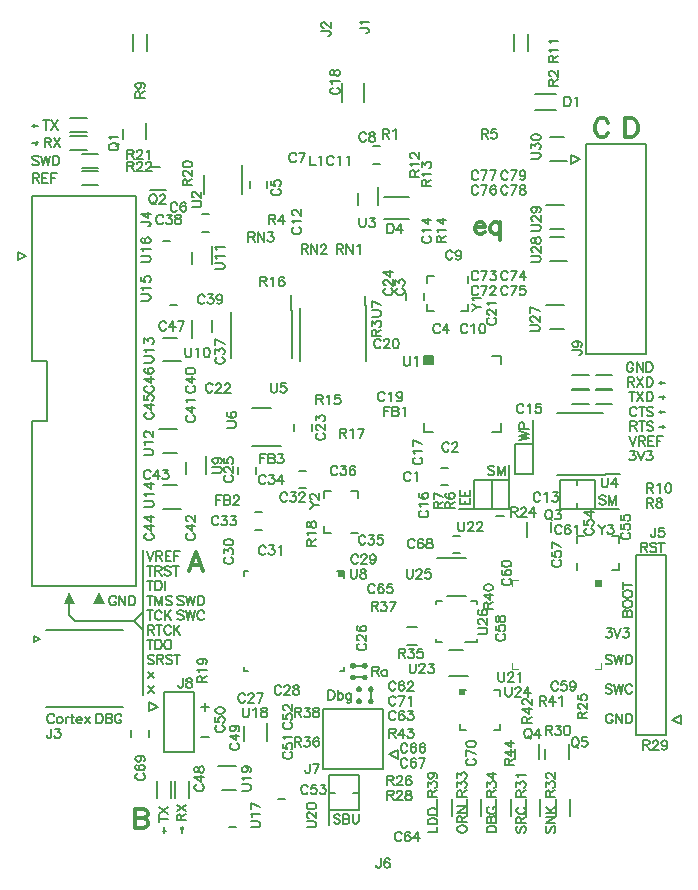
<source format=gto>
%FSLAX46Y46*%
%MOMM*%
%ADD12C,0.000000*%
%ADD10C,0.150000*%
%ADD11C,0.300000*%
G01*
%LPD*%
G36*
X-1519030Y17845670D02*
X-1500000Y17750000D01*
X-1500000Y17750000D01*
X-1519030Y17654329D01*
X-1573223Y17573223D01*
X-1654329Y17519030D01*
X-1750000Y17500000D01*
X-1845670Y17519030D01*
X-1926776Y17573223D01*
X-1980969Y17654329D01*
X-2000000Y17750000D01*
X-1980969Y17845670D01*
X-1926776Y17926776D01*
X-1845670Y17980969D01*
X-1749999Y18000000D01*
X-1654329Y17980969D01*
X-1573223Y17926776D01*
X-1519030Y17845670D01*
D02*
G37*
%LPD*%
G36*
X-1519030Y16845670D02*
X-1500000Y16750000D01*
X-1500000Y16750000D01*
X-1519030Y16654329D01*
X-1573223Y16573223D01*
X-1654329Y16519030D01*
X-1750000Y16500000D01*
X-1845670Y16519030D01*
X-1926776Y16573223D01*
X-1980969Y16654329D01*
X-2000000Y16750000D01*
X-1980969Y16845670D01*
X-1926776Y16926776D01*
X-1845670Y16980969D01*
X-1749999Y17000000D01*
X-1654329Y16980969D01*
X-1573223Y16926776D01*
X-1519030Y16845670D01*
D02*
G37*
%LPD*%
G36*
X-2019030Y18845670D02*
X-2000000Y18750000D01*
X-2000000Y18750000D01*
X-2019030Y18654329D01*
X-2073223Y18573223D01*
X-2154329Y18519030D01*
X-2250000Y18500000D01*
X-2345670Y18519030D01*
X-2426776Y18573223D01*
X-2480969Y18654329D01*
X-2500000Y18750000D01*
X-2480969Y18845670D01*
X-2426776Y18926776D01*
X-2345670Y18980969D01*
X-2249999Y19000000D01*
X-2154329Y18980969D01*
X-2073223Y18926776D01*
X-2019030Y18845670D01*
D02*
G37*
%LPD*%
G36*
X-519030Y17845670D02*
X-500000Y17750000D01*
X-500000Y17750000D01*
X-519030Y17654329D01*
X-573223Y17573223D01*
X-654329Y17519030D01*
X-750000Y17500000D01*
X-845670Y17519030D01*
X-926776Y17573223D01*
X-980969Y17654329D01*
X-1000000Y17750000D01*
X-980969Y17845670D01*
X-926776Y17926776D01*
X-845670Y17980969D01*
X-749999Y18000000D01*
X-654329Y17980969D01*
X-573223Y17926776D01*
X-519030Y17845670D01*
D02*
G37*
%LPD*%
G36*
X-24250000Y25000000D02*
X-23750000Y26000000D01*
X-23250000Y25000000D01*
X-24250000Y25000000D01*
D02*
G37*
%LPD*%
G36*
X-1019030Y18845670D02*
X-1000000Y18750000D01*
X-1000000Y18750000D01*
X-1019030Y18654329D01*
X-1073223Y18573223D01*
X-1154329Y18519030D01*
X-1250000Y18500000D01*
X-1345670Y18519030D01*
X-1426776Y18573223D01*
X-1480969Y18654329D01*
X-1500000Y18750000D01*
X-1480969Y18845670D01*
X-1426776Y18926776D01*
X-1345670Y18980969D01*
X-1249999Y19000000D01*
X-1154329Y18980969D01*
X-1073223Y18926776D01*
X-1019030Y18845670D01*
D02*
G37*
%LPD*%
G36*
X-2019030Y19845670D02*
X-2000000Y19750000D01*
X-2000000Y19750000D01*
X-2019030Y19654329D01*
X-2073223Y19573223D01*
X-2154329Y19519030D01*
X-2250000Y19500000D01*
X-2345670Y19519030D01*
X-2426776Y19573223D01*
X-2480969Y19654329D01*
X-2500000Y19750000D01*
X-2480969Y19845670D01*
X-2426776Y19926776D01*
X-2345670Y19980969D01*
X-2249999Y20000000D01*
X-2154329Y19980969D01*
X-2073223Y19926776D01*
X-2019030Y19845670D01*
D02*
G37*
%LPD*%
G36*
X-26750000Y25000000D02*
X-26250000Y26000000D01*
X-25750000Y25000000D01*
X-26750000Y25000000D01*
D02*
G37*
%LPD*%
G36*
X3750000Y45250000D02*
X3750000Y46000000D01*
X4500000Y46000000D01*
X4525041Y45250000D01*
X3750000Y45250000D01*
D02*
G37*
%LPD*%
G36*
X-3500000Y27250000D02*
X-3500000Y27750000D01*
X-3000000Y27750000D01*
X-3000000Y27250000D01*
X-3500000Y27250000D01*
D02*
G37*
%LPD*%
G36*
X-519030Y16845670D02*
X-500000Y16750000D01*
X-500000Y16750000D01*
X-519030Y16654329D01*
X-573223Y16573223D01*
X-654329Y16519030D01*
X-750000Y16500000D01*
X-845670Y16519030D01*
X-926776Y16573223D01*
X-980969Y16654329D01*
X-1000000Y16750000D01*
X-980969Y16845670D01*
X-926776Y16926776D01*
X-845670Y16980969D01*
X-749999Y17000000D01*
X-654329Y16980969D01*
X-573223Y16926776D01*
X-519030Y16845670D01*
D02*
G37*
%LPD*%
G36*
X-1019030Y19845670D02*
X-1000000Y19750000D01*
X-1000000Y19750000D01*
X-1019030Y19654329D01*
X-1073223Y19573223D01*
X-1154329Y19519030D01*
X-1250000Y19500000D01*
X-1345670Y19519030D01*
X-1426776Y19573223D01*
X-1480969Y19654329D01*
X-1500000Y19750000D01*
X-1480969Y19845670D01*
X-1426776Y19926776D01*
X-1345670Y19980969D01*
X-1249999Y20000000D01*
X-1154329Y19980969D01*
X-1073223Y19926776D01*
X-1019030Y19845670D01*
D02*
G37*
%LPD*%
G36*
X18250000Y26500000D02*
X18250000Y27000000D01*
X18750000Y27000000D01*
X18750000Y26500000D01*
X18250000Y26500000D01*
D02*
G37*
%LPD*%
G36*
X6750000Y17250000D02*
X6750000Y17750000D01*
X7250000Y17750000D01*
X7250000Y17250000D01*
X6750000Y17250000D01*
D02*
G37*
G01*
%LPD*%
D10*
X8211905Y50092856D02*
X7830952Y49788096D01*
D10*
X8630952Y50092856D02*
X8211905Y50092856D01*
D10*
X8211905Y50092856D02*
X7830952Y50397620D01*
D10*
X7945238Y50740476D02*
X7983333Y50664284D01*
D10*
X7830952Y50854760D02*
X7945238Y50740476D01*
D10*
X8630952Y50854760D02*
X7830952Y50854760D01*
D10*
X-426190Y26554762D02*
X-388095Y26478572D01*
D10*
X-502381Y26630952D02*
X-426190Y26554762D01*
D10*
X-578571Y26669048D02*
X-502381Y26630952D01*
D10*
X-730952Y26669048D02*
X-578571Y26669048D01*
D10*
X-807142Y26630952D02*
X-730952Y26669048D01*
D10*
X-883333Y26554762D02*
X-807142Y26630952D01*
D10*
X-921428Y26478572D02*
X-883333Y26554762D01*
D10*
X-959523Y26364286D02*
X-921428Y26478572D01*
D10*
X-959523Y26173810D02*
X-959523Y26364286D01*
D10*
X-921428Y26059524D02*
X-959523Y26173810D01*
D10*
X-883333Y25983334D02*
X-921428Y26059524D01*
D10*
X-807142Y25907142D02*
X-883333Y25983334D01*
D10*
X-730952Y25869048D02*
X-807142Y25907142D01*
D10*
X-578571Y25869048D02*
X-730952Y25869048D01*
D10*
X-502381Y25907142D02*
X-578571Y25869048D01*
D10*
X-426190Y25983334D02*
X-502381Y25907142D01*
D10*
X-388095Y26059524D02*
X-426190Y25983334D01*
D10*
X297619Y26630952D02*
X335714Y26554762D01*
D10*
X183333Y26669048D02*
X297619Y26630952D01*
D10*
X107142Y26669048D02*
X183333Y26669048D01*
D10*
X-7142Y26630952D02*
X107142Y26669048D01*
D10*
X-83333Y26516666D02*
X-7142Y26630952D01*
D10*
X-121428Y26326190D02*
X-83333Y26516666D01*
D10*
X-121428Y26135714D02*
X-121428Y26326190D01*
D10*
X-83333Y25983334D02*
X-121428Y26135714D01*
D10*
X-7142Y25907142D02*
X-83333Y25983334D01*
D10*
X107142Y25869048D02*
X-7142Y25907142D01*
D10*
X145238Y25869048D02*
X107142Y25869048D01*
D10*
X259523Y25907142D02*
X145238Y25869048D01*
D10*
X335714Y25983334D02*
X259523Y25907142D01*
D10*
X373809Y26097620D02*
X335714Y25983334D01*
D10*
X373809Y26135714D02*
X373809Y26097620D01*
D10*
X335714Y26250000D02*
X373809Y26135714D01*
D10*
X259523Y26326190D02*
X335714Y26250000D01*
D10*
X145238Y26364286D02*
X259523Y26326190D01*
D10*
X107142Y26364286D02*
X145238Y26364286D01*
D10*
X-7142Y26326190D02*
X107142Y26364286D01*
D10*
X-83333Y26250000D02*
X-7142Y26326190D01*
D10*
X-121428Y26135714D02*
X-83333Y26250000D01*
D10*
X678571Y26669048D02*
X1059523Y26669048D01*
D10*
X640476Y26326190D02*
X678571Y26669048D01*
D10*
X678571Y26364286D02*
X640476Y26326190D01*
D10*
X792857Y26402380D02*
X678571Y26364286D01*
D10*
X907142Y26402380D02*
X792857Y26402380D01*
D10*
X1021428Y26364286D02*
X907142Y26402380D01*
D10*
X1097619Y26288096D02*
X1021428Y26364286D01*
D10*
X1135714Y26173810D02*
X1097619Y26288096D01*
D10*
X1135714Y26097620D02*
X1135714Y26173810D01*
D10*
X1097619Y25983334D02*
X1135714Y26097620D01*
D10*
X1021428Y25907142D02*
X1097619Y25983334D01*
D10*
X907142Y25869048D02*
X1021428Y25907142D01*
D10*
X792857Y25869048D02*
X907142Y25869048D01*
D10*
X678571Y25907142D02*
X792857Y25869048D01*
D10*
X640476Y25945238D02*
X678571Y25907142D01*
D10*
X602380Y26021428D02*
X640476Y25945238D01*
D10*
X-12554762Y13147619D02*
X-12478571Y13185714D01*
D10*
X-12630952Y13071429D02*
X-12554762Y13147619D01*
D10*
X-12669048Y12995238D02*
X-12630952Y13071429D01*
D10*
X-12669048Y12842857D02*
X-12669048Y12995238D01*
D10*
X-12630952Y12766667D02*
X-12669048Y12842857D01*
D10*
X-12554762Y12690476D02*
X-12630952Y12766667D01*
D10*
X-12478571Y12652381D02*
X-12554762Y12690476D01*
D10*
X-12364286Y12614286D02*
X-12478571Y12652381D01*
D10*
X-12173810Y12614286D02*
X-12364286Y12614286D01*
D10*
X-12059524Y12652381D02*
X-12173810Y12614286D01*
D10*
X-11983333Y12690476D02*
X-12059524Y12652381D01*
D10*
X-11907143Y12766667D02*
X-11983333Y12690476D01*
D10*
X-11869048Y12842857D02*
X-11907143Y12766667D01*
D10*
X-11869048Y12995238D02*
X-11869048Y12842857D01*
D10*
X-11907143Y13071429D02*
X-11869048Y12995238D01*
D10*
X-11983333Y13147619D02*
X-11907143Y13071429D01*
D10*
X-12059524Y13185714D02*
X-11983333Y13147619D01*
D10*
X-12135714Y13414286D02*
X-12669048Y13795238D01*
D10*
X-12135714Y13985714D02*
X-12135714Y13414286D01*
D10*
X-11869048Y13795238D02*
X-12669048Y13795238D01*
D10*
X-12288095Y14633333D02*
X-12402381Y14671428D01*
D10*
X-12211905Y14557143D02*
X-12288095Y14633333D01*
D10*
X-12173810Y14442857D02*
X-12211905Y14557143D01*
D10*
X-12173810Y14404762D02*
X-12173810Y14442857D01*
D10*
X-12211905Y14290476D02*
X-12173810Y14404762D01*
D10*
X-12288095Y14214286D02*
X-12211905Y14290476D01*
D10*
X-12402381Y14176190D02*
X-12288095Y14214286D01*
D10*
X-12440476Y14176190D02*
X-12402381Y14176190D01*
D10*
X-12554762Y14214286D02*
X-12440476Y14176190D01*
D10*
X-12630952Y14290476D02*
X-12554762Y14214286D01*
D10*
X-12669048Y14404762D02*
X-12630952Y14290476D01*
D10*
X-12669048Y14442857D02*
X-12669048Y14404762D01*
D10*
X-12630952Y14557143D02*
X-12669048Y14442857D01*
D10*
X-12554762Y14633333D02*
X-12630952Y14557143D01*
D10*
X-12402381Y14671428D02*
X-12554762Y14633333D01*
D10*
X-12211905Y14671428D02*
X-12402381Y14671428D01*
D10*
X-12021429Y14633333D02*
X-12211905Y14671428D01*
D10*
X-11907143Y14557143D02*
X-12021429Y14633333D01*
D10*
X-11869048Y14442857D02*
X-11907143Y14557143D01*
D10*
X-11869048Y14366667D02*
X-11869048Y14442857D01*
D10*
X-11907143Y14252381D02*
X-11869048Y14366667D01*
D10*
X-11983333Y14214286D02*
X-11907143Y14252381D01*
D10*
X22152380Y29369048D02*
X22152380Y30169048D01*
D10*
X22495238Y30169048D02*
X22152380Y30169048D01*
D10*
X22609524Y30130952D02*
X22495238Y30169048D01*
D10*
X22647620Y30092858D02*
X22609524Y30130952D01*
D10*
X22685714Y30016666D02*
X22647620Y30092858D01*
D10*
X22685714Y29940476D02*
X22685714Y30016666D01*
D10*
X22647620Y29864286D02*
X22685714Y29940476D01*
D10*
X22609524Y29826190D02*
X22647620Y29864286D01*
D10*
X22495238Y29788096D02*
X22609524Y29826190D01*
D10*
X22152380Y29788096D02*
X22495238Y29788096D01*
D10*
X22685714Y29369048D02*
X22419048Y29788096D01*
D10*
X23371428Y30130952D02*
X23447620Y30054762D01*
D10*
X23257142Y30169048D02*
X23371428Y30130952D01*
D10*
X23104762Y30169048D02*
X23257142Y30169048D01*
D10*
X22990476Y30130952D02*
X23104762Y30169048D01*
D10*
X22914286Y30054762D02*
X22990476Y30130952D01*
D10*
X22914286Y29978572D02*
X22914286Y30054762D01*
D10*
X22952380Y29902380D02*
X22914286Y29978572D01*
D10*
X22990476Y29864286D02*
X22952380Y29902380D01*
D10*
X23066666Y29826190D02*
X22990476Y29864286D01*
D10*
X23295238Y29750000D02*
X23066666Y29826190D01*
D10*
X23371428Y29711904D02*
X23295238Y29750000D01*
D10*
X23409524Y29673810D02*
X23371428Y29711904D01*
D10*
X23447620Y29597620D02*
X23409524Y29673810D01*
D10*
X23447620Y29483334D02*
X23447620Y29597620D01*
D10*
X23371428Y29407142D02*
X23447620Y29483334D01*
D10*
X23257142Y29369048D02*
X23371428Y29407142D01*
D10*
X23104762Y29369048D02*
X23257142Y29369048D01*
D10*
X22990476Y29407142D02*
X23104762Y29369048D01*
D10*
X22914286Y29483334D02*
X22990476Y29407142D01*
D10*
X23866666Y29369048D02*
X23866666Y30169048D01*
D10*
X24133334Y30169048D02*
X23600000Y30169048D01*
D10*
X8323809Y53054760D02*
X8361905Y52978572D01*
D10*
X8247619Y53130952D02*
X8323809Y53054760D01*
D10*
X8171428Y53169048D02*
X8247619Y53130952D01*
D10*
X8019047Y53169048D02*
X8171428Y53169048D01*
D10*
X7942857Y53130952D02*
X8019047Y53169048D01*
D10*
X7866667Y53054760D02*
X7942857Y53130952D01*
D10*
X7828571Y52978572D02*
X7866667Y53054760D01*
D10*
X7790476Y52864284D02*
X7828571Y52978572D01*
D10*
X7790476Y52673808D02*
X7790476Y52864284D01*
D10*
X7828571Y52559524D02*
X7790476Y52673808D01*
D10*
X7866667Y52483332D02*
X7828571Y52559524D01*
D10*
X7942857Y52407144D02*
X7866667Y52483332D01*
D10*
X8019047Y52369048D02*
X7942857Y52407144D01*
D10*
X8171428Y52369048D02*
X8019047Y52369048D01*
D10*
X8247619Y52407144D02*
X8171428Y52369048D01*
D10*
X8323809Y52483332D02*
X8247619Y52407144D01*
D10*
X8361905Y52559524D02*
X8323809Y52483332D01*
D10*
X8742857Y52369048D02*
X9123810Y53169048D01*
D10*
X9123810Y53169048D02*
X8590476Y53169048D01*
D10*
X9847619Y53169048D02*
X9428571Y53169048D01*
D10*
X9619048Y52864284D02*
X9847619Y53169048D01*
D10*
X9733333Y52864284D02*
X9619048Y52864284D01*
D10*
X9809524Y52826192D02*
X9733333Y52864284D01*
D10*
X9847619Y52788096D02*
X9809524Y52826192D01*
D10*
X9885714Y52673808D02*
X9847619Y52788096D01*
D10*
X9885714Y52597620D02*
X9885714Y52673808D01*
D10*
X9847619Y52483332D02*
X9885714Y52597620D01*
D10*
X9771429Y52407144D02*
X9847619Y52483332D01*
D10*
X9657143Y52369048D02*
X9771429Y52407144D01*
D10*
X9542857Y52369048D02*
X9657143Y52369048D01*
D10*
X9428571Y52407144D02*
X9542857Y52369048D01*
D10*
X9390476Y52445240D02*
X9428571Y52407144D01*
D10*
X9352381Y52521428D02*
X9390476Y52445240D01*
D10*
X18802380Y35097620D02*
X18802380Y35669048D01*
D10*
X18840476Y34983332D02*
X18802380Y35097620D01*
D10*
X18916666Y34907144D02*
X18840476Y34983332D01*
D10*
X19030952Y34869048D02*
X18916666Y34907144D01*
D10*
X19107142Y34869048D02*
X19030952Y34869048D01*
D10*
X19221428Y34907144D02*
X19107142Y34869048D01*
D10*
X19297620Y34983332D02*
X19221428Y34907144D01*
D10*
X19335714Y35097620D02*
X19297620Y34983332D01*
D10*
X19335714Y35669048D02*
X19335714Y35097620D01*
D10*
X19602380Y35135716D02*
X19983334Y35669048D01*
D10*
X20173810Y35135716D02*
X19602380Y35135716D01*
D10*
X19983334Y34869048D02*
X19983334Y35669048D01*
D10*
X-19426190Y36204760D02*
X-19388096Y36128572D01*
D10*
X-19502380Y36280952D02*
X-19426190Y36204760D01*
D10*
X-19578572Y36319048D02*
X-19502380Y36280952D01*
D10*
X-19730952Y36319048D02*
X-19578572Y36319048D01*
D10*
X-19807142Y36280952D02*
X-19730952Y36319048D01*
D10*
X-19883334Y36204760D02*
X-19807142Y36280952D01*
D10*
X-19921428Y36128572D02*
X-19883334Y36204760D01*
D10*
X-19959524Y36014284D02*
X-19921428Y36128572D01*
D10*
X-19959524Y35823808D02*
X-19959524Y36014284D01*
D10*
X-19921428Y35709524D02*
X-19959524Y35823808D01*
D10*
X-19883334Y35633332D02*
X-19921428Y35709524D01*
D10*
X-19807142Y35557144D02*
X-19883334Y35633332D01*
D10*
X-19730952Y35519048D02*
X-19807142Y35557144D01*
D10*
X-19578572Y35519048D02*
X-19730952Y35519048D01*
D10*
X-19502380Y35557144D02*
X-19578572Y35519048D01*
D10*
X-19426190Y35633332D02*
X-19502380Y35557144D01*
D10*
X-19388096Y35709524D02*
X-19426190Y35633332D01*
D10*
X-19159524Y35785716D02*
X-18778572Y36319048D01*
D10*
X-18588096Y35785716D02*
X-19159524Y35785716D01*
D10*
X-18778572Y35519048D02*
X-18778572Y36319048D01*
D10*
X-17902380Y36319048D02*
X-18321428Y36319048D01*
D10*
X-18130952Y36014284D02*
X-17902380Y36319048D01*
D10*
X-18016666Y36014284D02*
X-18130952Y36014284D01*
D10*
X-17940476Y35976192D02*
X-18016666Y36014284D01*
D10*
X-17902380Y35938096D02*
X-17940476Y35976192D01*
D10*
X-17864286Y35823808D02*
X-17902380Y35938096D01*
D10*
X-17864286Y35747620D02*
X-17864286Y35823808D01*
D10*
X-17902380Y35633332D02*
X-17864286Y35747620D01*
D10*
X-17978572Y35557144D02*
X-17902380Y35633332D01*
D10*
X-18092858Y35519048D02*
X-17978572Y35557144D01*
D10*
X-18207142Y35519048D02*
X-18092858Y35519048D01*
D10*
X-18321428Y35557144D02*
X-18207142Y35519048D01*
D10*
X-18359524Y35595240D02*
X-18321428Y35557144D01*
D10*
X-18397620Y35671428D02*
X-18359524Y35595240D01*
D10*
X2323809Y11804762D02*
X2361904Y11728571D01*
D10*
X2247619Y11880952D02*
X2323809Y11804762D01*
D10*
X2171428Y11919048D02*
X2247619Y11880952D01*
D10*
X2019047Y11919048D02*
X2171428Y11919048D01*
D10*
X1942857Y11880952D02*
X2019047Y11919048D01*
D10*
X1866666Y11804762D02*
X1942857Y11880952D01*
D10*
X1828571Y11728571D02*
X1866666Y11804762D01*
D10*
X1790476Y11614286D02*
X1828571Y11728571D01*
D10*
X1790476Y11423810D02*
X1790476Y11614286D01*
D10*
X1828571Y11309524D02*
X1790476Y11423810D01*
D10*
X1866666Y11233333D02*
X1828571Y11309524D01*
D10*
X1942857Y11157143D02*
X1866666Y11233333D01*
D10*
X2019047Y11119048D02*
X1942857Y11157143D01*
D10*
X2171428Y11119048D02*
X2019047Y11119048D01*
D10*
X2247619Y11157143D02*
X2171428Y11119048D01*
D10*
X2323809Y11233333D02*
X2247619Y11157143D01*
D10*
X2361904Y11309524D02*
X2323809Y11233333D01*
D10*
X3047619Y11880952D02*
X3085714Y11804762D01*
D10*
X2933333Y11919048D02*
X3047619Y11880952D01*
D10*
X2857143Y11919048D02*
X2933333Y11919048D01*
D10*
X2742857Y11880952D02*
X2857143Y11919048D01*
D10*
X2666666Y11766667D02*
X2742857Y11880952D01*
D10*
X2628571Y11576190D02*
X2666666Y11766667D01*
D10*
X2628571Y11385714D02*
X2628571Y11576190D01*
D10*
X2666666Y11233333D02*
X2628571Y11385714D01*
D10*
X2742857Y11157143D02*
X2666666Y11233333D01*
D10*
X2857143Y11119048D02*
X2742857Y11157143D01*
D10*
X2895238Y11119048D02*
X2857143Y11119048D01*
D10*
X3009523Y11157143D02*
X2895238Y11119048D01*
D10*
X3085714Y11233333D02*
X3009523Y11157143D01*
D10*
X3123809Y11347619D02*
X3085714Y11233333D01*
D10*
X3123809Y11385714D02*
X3123809Y11347619D01*
D10*
X3085714Y11500000D02*
X3123809Y11385714D01*
D10*
X3009523Y11576190D02*
X3085714Y11500000D01*
D10*
X2895238Y11614286D02*
X3009523Y11576190D01*
D10*
X2857143Y11614286D02*
X2895238Y11614286D01*
D10*
X2742857Y11576190D02*
X2857143Y11614286D01*
D10*
X2666666Y11500000D02*
X2742857Y11576190D01*
D10*
X2628571Y11385714D02*
X2666666Y11500000D01*
D10*
X3504762Y11119048D02*
X3885714Y11919048D01*
D10*
X3885714Y11919048D02*
X3352381Y11919048D01*
D10*
X-7852381Y34304760D02*
X-7814285Y34228572D01*
D10*
X-7928571Y34380952D02*
X-7852381Y34304760D01*
D10*
X-8004762Y34419048D02*
X-7928571Y34380952D01*
D10*
X-8157143Y34419048D02*
X-8004762Y34419048D01*
D10*
X-8233333Y34380952D02*
X-8157143Y34419048D01*
D10*
X-8309524Y34304760D02*
X-8233333Y34380952D01*
D10*
X-8347619Y34228572D02*
X-8309524Y34304760D01*
D10*
X-8385714Y34114284D02*
X-8347619Y34228572D01*
D10*
X-8385714Y33923808D02*
X-8385714Y34114284D01*
D10*
X-8347619Y33809524D02*
X-8385714Y33923808D01*
D10*
X-8309524Y33733332D02*
X-8347619Y33809524D01*
D10*
X-8233333Y33657144D02*
X-8309524Y33733332D01*
D10*
X-8157143Y33619048D02*
X-8233333Y33657144D01*
D10*
X-8004762Y33619048D02*
X-8157143Y33619048D01*
D10*
X-7928571Y33657144D02*
X-8004762Y33619048D01*
D10*
X-7852381Y33733332D02*
X-7928571Y33657144D01*
D10*
X-7814285Y33809524D02*
X-7852381Y33733332D01*
D10*
X-7090476Y34419048D02*
X-7509524Y34419048D01*
D10*
X-7319047Y34114284D02*
X-7090476Y34419048D01*
D10*
X-7204762Y34114284D02*
X-7319047Y34114284D01*
D10*
X-7128571Y34076192D02*
X-7204762Y34114284D01*
D10*
X-7090476Y34038096D02*
X-7128571Y34076192D01*
D10*
X-7052381Y33923808D02*
X-7090476Y34038096D01*
D10*
X-7052381Y33847620D02*
X-7052381Y33923808D01*
D10*
X-7090476Y33733332D02*
X-7052381Y33847620D01*
D10*
X-7166666Y33657144D02*
X-7090476Y33733332D01*
D10*
X-7280952Y33619048D02*
X-7166666Y33657144D01*
D10*
X-7395238Y33619048D02*
X-7280952Y33619048D01*
D10*
X-7509524Y33657144D02*
X-7395238Y33619048D01*
D10*
X-7547619Y33695240D02*
X-7509524Y33657144D01*
D10*
X-7585714Y33771428D02*
X-7547619Y33695240D01*
D10*
X-6785714Y34266668D02*
X-6785714Y34228572D01*
D10*
X-6747619Y34342856D02*
X-6785714Y34266668D01*
D10*
X-6709524Y34380952D02*
X-6747619Y34342856D01*
D10*
X-6633333Y34419048D02*
X-6709524Y34380952D01*
D10*
X-6480952Y34419048D02*
X-6633333Y34419048D01*
D10*
X-6404762Y34380952D02*
X-6480952Y34419048D01*
D10*
X-6366667Y34342856D02*
X-6404762Y34380952D01*
D10*
X-6328571Y34266668D02*
X-6366667Y34342856D01*
D10*
X-6328571Y34190476D02*
X-6328571Y34266668D01*
D10*
X-6366667Y34114284D02*
X-6328571Y34190476D01*
D10*
X-6442857Y34000000D02*
X-6366667Y34114284D01*
D10*
X-6823809Y33619048D02*
X-6442857Y34000000D01*
D10*
X-6290476Y33619048D02*
X-6823809Y33619048D01*
D10*
X9630952Y24578572D02*
X8830952Y24578572D01*
D10*
X8830952Y24921428D02*
X8830952Y24578572D01*
D10*
X8869048Y25035714D02*
X8830952Y24921428D01*
D10*
X8907143Y25073810D02*
X8869048Y25035714D01*
D10*
X8983333Y25111904D02*
X8907143Y25073810D01*
D10*
X9059524Y25111904D02*
X8983333Y25111904D01*
D10*
X9135714Y25073810D02*
X9059524Y25111904D01*
D10*
X9173810Y25035714D02*
X9135714Y25073810D01*
D10*
X9211905Y24921428D02*
X9173810Y25035714D01*
D10*
X9211905Y24578572D02*
X9211905Y24921428D01*
D10*
X9630952Y25111904D02*
X9211905Y24845238D01*
D10*
X9364286Y25340476D02*
X8830952Y25721428D01*
D10*
X9364286Y25911904D02*
X9364286Y25340476D01*
D10*
X9630952Y25721428D02*
X8830952Y25721428D01*
D10*
X8869048Y26216666D02*
X8830952Y26330952D01*
D10*
X8983333Y26140476D02*
X8869048Y26216666D01*
D10*
X9173810Y26102380D02*
X8983333Y26140476D01*
D10*
X9288095Y26102380D02*
X9173810Y26102380D01*
D10*
X9478571Y26140476D02*
X9288095Y26102380D01*
D10*
X9592857Y26216666D02*
X9478571Y26140476D01*
D10*
X9630952Y26330952D02*
X9592857Y26216666D01*
D10*
X9630952Y26407142D02*
X9630952Y26330952D01*
D10*
X9592857Y26521428D02*
X9630952Y26407142D01*
D10*
X9478571Y26597620D02*
X9592857Y26521428D01*
D10*
X9288095Y26635714D02*
X9478571Y26597620D01*
D10*
X9173810Y26635714D02*
X9288095Y26635714D01*
D10*
X8983333Y26597620D02*
X9173810Y26635714D01*
D10*
X8869048Y26521428D02*
X8983333Y26597620D01*
D10*
X8830952Y26407142D02*
X8869048Y26521428D01*
D10*
X8830952Y26330952D02*
X8830952Y26407142D01*
D11*
X19295238Y65859524D02*
X19371428Y65707144D01*
D11*
X19142858Y66011904D02*
X19295238Y65859524D01*
D11*
X18990476Y66088096D02*
X19142858Y66011904D01*
D11*
X18685714Y66088096D02*
X18990476Y66088096D01*
D11*
X18533334Y66011904D02*
X18685714Y66088096D01*
D11*
X18380952Y65859524D02*
X18533334Y66011904D01*
D11*
X18304762Y65707144D02*
X18380952Y65859524D01*
D11*
X18228572Y65478572D02*
X18304762Y65707144D01*
D11*
X18228572Y65097620D02*
X18228572Y65478572D01*
D11*
X18304762Y64869048D02*
X18228572Y65097620D01*
D11*
X18380952Y64716668D02*
X18304762Y64869048D01*
D11*
X18533334Y64564284D02*
X18380952Y64716668D01*
D11*
X18685714Y64488096D02*
X18533334Y64564284D01*
D11*
X18990476Y64488096D02*
X18685714Y64488096D01*
D11*
X19142858Y64564284D02*
X18990476Y64488096D01*
D11*
X19295238Y64716668D02*
X19142858Y64564284D01*
D11*
X19371428Y64869048D02*
X19295238Y64716668D01*
D10*
X11380952Y11328572D02*
X10580952Y11328572D01*
D10*
X10580952Y11671428D02*
X10580952Y11328572D01*
D10*
X10619048Y11785714D02*
X10580952Y11671428D01*
D10*
X10657143Y11823810D02*
X10619048Y11785714D01*
D10*
X10733333Y11861905D02*
X10657143Y11823810D01*
D10*
X10809524Y11861905D02*
X10733333Y11861905D01*
D10*
X10885714Y11823810D02*
X10809524Y11861905D01*
D10*
X10923810Y11785714D02*
X10885714Y11823810D01*
D10*
X10961905Y11671428D02*
X10923810Y11785714D01*
D10*
X10961905Y11328572D02*
X10961905Y11671428D01*
D10*
X11380952Y11861905D02*
X10961905Y11595238D01*
D10*
X11114286Y12090476D02*
X10580952Y12471429D01*
D10*
X11114286Y12661905D02*
X11114286Y12090476D01*
D10*
X11380952Y12471429D02*
X10580952Y12471429D01*
D10*
X11114286Y12852381D02*
X10580952Y13233333D01*
D10*
X11114286Y13423810D02*
X11114286Y12852381D01*
D10*
X11380952Y13233333D02*
X10580952Y13233333D01*
D10*
X-18352380Y57804760D02*
X-18314286Y57728572D01*
D10*
X-18428572Y57880952D02*
X-18352380Y57804760D01*
D10*
X-18504762Y57919048D02*
X-18428572Y57880952D01*
D10*
X-18657142Y57919048D02*
X-18504762Y57919048D01*
D10*
X-18733334Y57880952D02*
X-18657142Y57919048D01*
D10*
X-18809524Y57804760D02*
X-18733334Y57880952D01*
D10*
X-18847620Y57728572D02*
X-18809524Y57804760D01*
D10*
X-18885714Y57614284D02*
X-18847620Y57728572D01*
D10*
X-18885714Y57423808D02*
X-18885714Y57614284D01*
D10*
X-18847620Y57309524D02*
X-18885714Y57423808D01*
D10*
X-18809524Y57233332D02*
X-18847620Y57309524D01*
D10*
X-18733334Y57157144D02*
X-18809524Y57233332D01*
D10*
X-18657142Y57119048D02*
X-18733334Y57157144D01*
D10*
X-18504762Y57119048D02*
X-18657142Y57119048D01*
D10*
X-18428572Y57157144D02*
X-18504762Y57119048D01*
D10*
X-18352380Y57233332D02*
X-18428572Y57157144D01*
D10*
X-18314286Y57309524D02*
X-18352380Y57233332D01*
D10*
X-17590476Y57919048D02*
X-18009524Y57919048D01*
D10*
X-17819048Y57614284D02*
X-17590476Y57919048D01*
D10*
X-17704762Y57614284D02*
X-17819048Y57614284D01*
D10*
X-17628572Y57576192D02*
X-17704762Y57614284D01*
D10*
X-17590476Y57538096D02*
X-17628572Y57576192D01*
D10*
X-17552380Y57423808D02*
X-17590476Y57538096D01*
D10*
X-17552380Y57347620D02*
X-17552380Y57423808D01*
D10*
X-17590476Y57233332D02*
X-17552380Y57347620D01*
D10*
X-17666666Y57157144D02*
X-17590476Y57233332D01*
D10*
X-17780952Y57119048D02*
X-17666666Y57157144D01*
D10*
X-17895238Y57119048D02*
X-17780952Y57119048D01*
D10*
X-18009524Y57157144D02*
X-17895238Y57119048D01*
D10*
X-18047620Y57195240D02*
X-18009524Y57157144D01*
D10*
X-18085714Y57271428D02*
X-18047620Y57195240D01*
D10*
X-17247620Y57880952D02*
X-17133334Y57919048D01*
D10*
X-17285714Y57804760D02*
X-17247620Y57880952D01*
D10*
X-17285714Y57728572D02*
X-17285714Y57804760D01*
D10*
X-17247620Y57652380D02*
X-17285714Y57728572D01*
D10*
X-17171428Y57614284D02*
X-17247620Y57652380D01*
D10*
X-17019048Y57576192D02*
X-17171428Y57614284D01*
D10*
X-16904762Y57538096D02*
X-17019048Y57576192D01*
D10*
X-16828572Y57461904D02*
X-16904762Y57538096D01*
D10*
X-16790476Y57385716D02*
X-16828572Y57461904D01*
D10*
X-16790476Y57271428D02*
X-16790476Y57385716D01*
D10*
X-16828572Y57195240D02*
X-16790476Y57271428D01*
D10*
X-16866666Y57157144D02*
X-16828572Y57195240D01*
D10*
X-16980952Y57119048D02*
X-16866666Y57157144D01*
D10*
X-17133334Y57119048D02*
X-16980952Y57119048D01*
D10*
X-17247620Y57157144D02*
X-17133334Y57119048D01*
D10*
X-17285714Y57195240D02*
X-17247620Y57157144D01*
D10*
X-17323810Y57271428D02*
X-17285714Y57195240D01*
D10*
X-17323810Y57385716D02*
X-17323810Y57271428D01*
D10*
X-17285714Y57461904D02*
X-17323810Y57385716D01*
D10*
X-17209524Y57538096D02*
X-17285714Y57461904D01*
D10*
X-17095238Y57576192D02*
X-17209524Y57538096D01*
D10*
X-16942858Y57614284D02*
X-17095238Y57576192D01*
D10*
X-16866666Y57652380D02*
X-16942858Y57614284D01*
D10*
X-16828572Y57728572D02*
X-16866666Y57652380D01*
D10*
X-16828572Y57804760D02*
X-16828572Y57728572D01*
D10*
X-16866666Y57880952D02*
X-16828572Y57804760D01*
D10*
X-16980952Y57919048D02*
X-16866666Y57880952D01*
D10*
X-17133334Y57919048D02*
X-16980952Y57919048D01*
D10*
X11152381Y32369048D02*
X11152381Y33169048D01*
D10*
X11495238Y33169048D02*
X11152381Y33169048D01*
D10*
X11609524Y33130952D02*
X11495238Y33169048D01*
D10*
X11647619Y33092858D02*
X11609524Y33130952D01*
D10*
X11685714Y33016666D02*
X11647619Y33092858D01*
D10*
X11685714Y32940476D02*
X11685714Y33016666D01*
D10*
X11647619Y32864286D02*
X11685714Y32940476D01*
D10*
X11609524Y32826190D02*
X11647619Y32864286D01*
D10*
X11495238Y32788096D02*
X11609524Y32826190D01*
D10*
X11152381Y32788096D02*
X11495238Y32788096D01*
D10*
X11685714Y32369048D02*
X11419048Y32788096D01*
D10*
X11952381Y33016666D02*
X11952381Y32978572D01*
D10*
X11990476Y33092858D02*
X11952381Y33016666D01*
D10*
X12028571Y33130952D02*
X11990476Y33092858D01*
D10*
X12104762Y33169048D02*
X12028571Y33130952D01*
D10*
X12257143Y33169048D02*
X12104762Y33169048D01*
D10*
X12333333Y33130952D02*
X12257143Y33169048D01*
D10*
X12371429Y33092858D02*
X12333333Y33130952D01*
D10*
X12409524Y33016666D02*
X12371429Y33092858D01*
D10*
X12409524Y32940476D02*
X12409524Y33016666D01*
D10*
X12371429Y32864286D02*
X12409524Y32940476D01*
D10*
X12295238Y32750000D02*
X12371429Y32864286D01*
D10*
X11914286Y32369048D02*
X12295238Y32750000D01*
D10*
X12447619Y32369048D02*
X11914286Y32369048D01*
D10*
X12676190Y32635714D02*
X13057143Y33169048D01*
D10*
X13247619Y32635714D02*
X12676190Y32635714D01*
D10*
X13057143Y32369048D02*
X13057143Y33169048D01*
D10*
X-4309524Y73457144D02*
X-4919047Y73457144D01*
D10*
X-4195238Y73419048D02*
X-4309524Y73457144D01*
D10*
X-4157142Y73380952D02*
X-4195238Y73419048D01*
D10*
X-4119047Y73304760D02*
X-4157142Y73380952D01*
D10*
X-4119047Y73228568D02*
X-4119047Y73304760D01*
D10*
X-4157142Y73152384D02*
X-4119047Y73228568D01*
D10*
X-4195238Y73114288D02*
X-4157142Y73152384D01*
D10*
X-4309524Y73076192D02*
X-4195238Y73114288D01*
D10*
X-4385714Y73076192D02*
X-4309524Y73076192D01*
D10*
X-4766666Y73761904D02*
X-4728571Y73761904D01*
D10*
X-4842857Y73800000D02*
X-4766666Y73761904D01*
D10*
X-4880952Y73838096D02*
X-4842857Y73800000D01*
D10*
X-4919047Y73914288D02*
X-4880952Y73838096D01*
D10*
X-4919047Y74066664D02*
X-4919047Y73914288D01*
D10*
X-4880952Y74142856D02*
X-4919047Y74066664D01*
D10*
X-4842857Y74180952D02*
X-4880952Y74142856D01*
D10*
X-4766666Y74219048D02*
X-4842857Y74180952D01*
D10*
X-4690476Y74219048D02*
X-4766666Y74219048D01*
D10*
X-4614285Y74180952D02*
X-4690476Y74219048D01*
D10*
X-4500000Y74104760D02*
X-4614285Y74180952D01*
D10*
X-4119047Y73723808D02*
X-4500000Y74104760D01*
D10*
X-4119047Y74257144D02*
X-4119047Y73723808D01*
D10*
X-11597619Y15597619D02*
X-11597619Y16169048D01*
D10*
X-11559524Y15483333D02*
X-11597619Y15597619D01*
D10*
X-11483333Y15407143D02*
X-11559524Y15483333D01*
D10*
X-11369048Y15369048D02*
X-11483333Y15407143D01*
D10*
X-11292857Y15369048D02*
X-11369048Y15369048D01*
D10*
X-11178571Y15407143D02*
X-11292857Y15369048D01*
D10*
X-11102381Y15483333D02*
X-11178571Y15407143D01*
D10*
X-11064286Y15597619D02*
X-11102381Y15483333D01*
D10*
X-11064286Y16169048D02*
X-11064286Y15597619D01*
D10*
X-10607143Y16054762D02*
X-10683333Y16016667D01*
D10*
X-10492857Y16169048D02*
X-10607143Y16054762D01*
D10*
X-10492857Y15369048D02*
X-10492857Y16169048D01*
D10*
X-9959524Y16130952D02*
X-9845238Y16169048D01*
D10*
X-9997619Y16054762D02*
X-9959524Y16130952D01*
D10*
X-9997619Y15978571D02*
X-9997619Y16054762D01*
D10*
X-9959524Y15902381D02*
X-9997619Y15978571D01*
D10*
X-9883333Y15864286D02*
X-9959524Y15902381D01*
D10*
X-9730952Y15826190D02*
X-9883333Y15864286D01*
D10*
X-9616667Y15788095D02*
X-9730952Y15826190D01*
D10*
X-9540476Y15711905D02*
X-9616667Y15788095D01*
D10*
X-9502381Y15635714D02*
X-9540476Y15711905D01*
D10*
X-9502381Y15521429D02*
X-9502381Y15635714D01*
D10*
X-9540476Y15445238D02*
X-9502381Y15521429D01*
D10*
X-9578572Y15407143D02*
X-9540476Y15445238D01*
D10*
X-9692857Y15369048D02*
X-9578572Y15407143D01*
D10*
X-9845238Y15369048D02*
X-9692857Y15369048D01*
D10*
X-9959524Y15407143D02*
X-9845238Y15369048D01*
D10*
X-9997619Y15445238D02*
X-9959524Y15407143D01*
D10*
X-10035714Y15521429D02*
X-9997619Y15445238D01*
D10*
X-10035714Y15635714D02*
X-10035714Y15521429D01*
D10*
X-9997619Y15711905D02*
X-10035714Y15635714D01*
D10*
X-9921428Y15788095D02*
X-9997619Y15711905D01*
D10*
X-9807143Y15826190D02*
X-9921428Y15788095D01*
D10*
X-9654762Y15864286D02*
X-9807143Y15826190D01*
D10*
X-9578572Y15902381D02*
X-9654762Y15864286D01*
D10*
X-9540476Y15978571D02*
X-9578572Y15902381D01*
D10*
X-9540476Y16054762D02*
X-9540476Y15978571D01*
D10*
X-9578572Y16130952D02*
X-9540476Y16054762D01*
D10*
X-9692857Y16169048D02*
X-9578572Y16130952D01*
D10*
X-9845238Y16169048D02*
X-9692857Y16169048D01*
D10*
X-3926190Y62804760D02*
X-3888095Y62728572D01*
D10*
X-4002381Y62880952D02*
X-3926190Y62804760D01*
D10*
X-4078571Y62919048D02*
X-4002381Y62880952D01*
D10*
X-4230952Y62919048D02*
X-4078571Y62919048D01*
D10*
X-4307143Y62880952D02*
X-4230952Y62919048D01*
D10*
X-4383333Y62804760D02*
X-4307143Y62880952D01*
D10*
X-4421428Y62728572D02*
X-4383333Y62804760D01*
D10*
X-4459524Y62614284D02*
X-4421428Y62728572D01*
D10*
X-4459524Y62423808D02*
X-4459524Y62614284D01*
D10*
X-4421428Y62309524D02*
X-4459524Y62423808D01*
D10*
X-4383333Y62233332D02*
X-4421428Y62309524D01*
D10*
X-4307143Y62157144D02*
X-4383333Y62233332D01*
D10*
X-4230952Y62119048D02*
X-4307143Y62157144D01*
D10*
X-4078571Y62119048D02*
X-4230952Y62119048D01*
D10*
X-4002381Y62157144D02*
X-4078571Y62119048D01*
D10*
X-3926190Y62233332D02*
X-4002381Y62157144D01*
D10*
X-3888095Y62309524D02*
X-3926190Y62233332D01*
D10*
X-3469047Y62804760D02*
X-3545238Y62766668D01*
D10*
X-3354762Y62919048D02*
X-3469047Y62804760D01*
D10*
X-3354762Y62119048D02*
X-3354762Y62919048D01*
D10*
X-2707143Y62804760D02*
X-2783333Y62766668D01*
D10*
X-2592857Y62919048D02*
X-2707143Y62804760D01*
D10*
X-2592857Y62119048D02*
X-2592857Y62919048D01*
D10*
X-27602380Y15554762D02*
X-27564286Y15478571D01*
D10*
X-27678572Y15630952D02*
X-27602380Y15554762D01*
D10*
X-27754762Y15669048D02*
X-27678572Y15630952D01*
D10*
X-27907142Y15669048D02*
X-27754762Y15669048D01*
D10*
X-27983334Y15630952D02*
X-27907142Y15669048D01*
D10*
X-28059524Y15554762D02*
X-27983334Y15630952D01*
D10*
X-28097620Y15478571D02*
X-28059524Y15554762D01*
D10*
X-28135714Y15364286D02*
X-28097620Y15478571D01*
D10*
X-28135714Y15173810D02*
X-28135714Y15364286D01*
D10*
X-28097620Y15059524D02*
X-28135714Y15173810D01*
D10*
X-28059524Y14983333D02*
X-28097620Y15059524D01*
D10*
X-27983334Y14907143D02*
X-28059524Y14983333D01*
D10*
X-27907142Y14869048D02*
X-27983334Y14907143D01*
D10*
X-27754762Y14869048D02*
X-27907142Y14869048D01*
D10*
X-27678572Y14907143D02*
X-27754762Y14869048D01*
D10*
X-27602380Y14983333D02*
X-27678572Y14907143D01*
D10*
X-27564286Y15059524D02*
X-27602380Y14983333D01*
D10*
X-27221428Y15364286D02*
X-27145238Y15402381D01*
D10*
X-27297620Y15288095D02*
X-27221428Y15364286D01*
D10*
X-27335714Y15173810D02*
X-27297620Y15288095D01*
D10*
X-27335714Y15097619D02*
X-27335714Y15173810D01*
D10*
X-27297620Y14983333D02*
X-27335714Y15097619D01*
D10*
X-27221428Y14907143D02*
X-27297620Y14983333D01*
D10*
X-27145238Y14869048D02*
X-27221428Y14907143D01*
D10*
X-27030952Y14869048D02*
X-27145238Y14869048D01*
D10*
X-26954762Y14907143D02*
X-27030952Y14869048D01*
D10*
X-26878572Y14983333D02*
X-26954762Y14907143D01*
D10*
X-26840476Y15097619D02*
X-26878572Y14983333D01*
D10*
X-26840476Y15173810D02*
X-26840476Y15097619D01*
D10*
X-26878572Y15288095D02*
X-26840476Y15173810D01*
D10*
X-26954762Y15364286D02*
X-26878572Y15288095D01*
D10*
X-27030952Y15402381D02*
X-26954762Y15364286D01*
D10*
X-27145238Y15402381D02*
X-27030952Y15402381D01*
D10*
X-26573810Y14869048D02*
X-26573810Y15402381D01*
D10*
X-26535714Y15288095D02*
X-26573810Y15173810D01*
D10*
X-26459524Y15364286D02*
X-26535714Y15288095D01*
D10*
X-26383334Y15402381D02*
X-26459524Y15364286D01*
D10*
X-26269048Y15402381D02*
X-26383334Y15402381D01*
D10*
X-26040476Y15021429D02*
X-26040476Y15669048D01*
D10*
X-26002380Y14907143D02*
X-26040476Y15021429D01*
D10*
X-25926190Y14869048D02*
X-26002380Y14907143D01*
D10*
X-25850000Y14869048D02*
X-25926190Y14869048D01*
D10*
X-25888096Y15402381D02*
X-26154762Y15402381D01*
D10*
X-25202380Y15173810D02*
X-25659524Y15173810D01*
D10*
X-25202380Y15250000D02*
X-25202380Y15173810D01*
D10*
X-25240476Y15326190D02*
X-25202380Y15250000D01*
D10*
X-25278572Y15364286D02*
X-25240476Y15326190D01*
D10*
X-25354762Y15402381D02*
X-25278572Y15364286D01*
D10*
X-25469048Y15402381D02*
X-25354762Y15402381D01*
D10*
X-25545238Y15364286D02*
X-25469048Y15402381D01*
D10*
X-25621428Y15288095D02*
X-25545238Y15364286D01*
D10*
X-25659524Y15173810D02*
X-25621428Y15288095D01*
D10*
X-25659524Y15097619D02*
X-25659524Y15173810D01*
D10*
X-25621428Y14983333D02*
X-25659524Y15097619D01*
D10*
X-25545238Y14907143D02*
X-25621428Y14983333D01*
D10*
X-25469048Y14869048D02*
X-25545238Y14907143D01*
D10*
X-25354762Y14869048D02*
X-25469048Y14869048D01*
D10*
X-25278572Y14907143D02*
X-25354762Y14869048D01*
D10*
X-25202380Y14983333D02*
X-25278572Y14907143D01*
D10*
X-24554762Y14869048D02*
X-24973810Y15402381D01*
D10*
X-24973810Y14869048D02*
X-24554762Y15402381D01*
D10*
X-23983334Y14869048D02*
X-23983334Y15669048D01*
D10*
X-23716666Y15669048D02*
X-23983334Y15669048D01*
D10*
X-23602380Y15630952D02*
X-23716666Y15669048D01*
D10*
X-23526190Y15554762D02*
X-23602380Y15630952D01*
D10*
X-23488096Y15478571D02*
X-23526190Y15554762D01*
D10*
X-23450000Y15364286D02*
X-23488096Y15478571D01*
D10*
X-23450000Y15173810D02*
X-23450000Y15364286D01*
D10*
X-23488096Y15059524D02*
X-23450000Y15173810D01*
D10*
X-23526190Y14983333D02*
X-23488096Y15059524D01*
D10*
X-23602380Y14907143D02*
X-23526190Y14983333D01*
D10*
X-23716666Y14869048D02*
X-23602380Y14907143D01*
D10*
X-23983334Y14869048D02*
X-23716666Y14869048D01*
D10*
X-23183334Y14869048D02*
X-23183334Y15669048D01*
D10*
X-22840476Y15669048D02*
X-23183334Y15669048D01*
D10*
X-22726190Y15630952D02*
X-22840476Y15669048D01*
D10*
X-22688096Y15592857D02*
X-22726190Y15630952D01*
D10*
X-22650000Y15516667D02*
X-22688096Y15592857D01*
D10*
X-22650000Y15440476D02*
X-22650000Y15516667D01*
D10*
X-22688096Y15364286D02*
X-22650000Y15440476D01*
D10*
X-22726190Y15326190D02*
X-22688096Y15364286D01*
D10*
X-22840476Y15288095D02*
X-22726190Y15326190D01*
D10*
X-22840476Y15288095D02*
X-23183334Y15288095D01*
D10*
X-22726190Y15250000D02*
X-22840476Y15288095D01*
D10*
X-22688096Y15211905D02*
X-22726190Y15250000D01*
D10*
X-22650000Y15135714D02*
X-22688096Y15211905D01*
D10*
X-22650000Y15021429D02*
X-22650000Y15135714D01*
D10*
X-22688096Y14945238D02*
X-22650000Y15021429D01*
D10*
X-22726190Y14907143D02*
X-22688096Y14945238D01*
D10*
X-22840476Y14869048D02*
X-22726190Y14907143D01*
D10*
X-23183334Y14869048D02*
X-22840476Y14869048D01*
D10*
X-21888096Y15554762D02*
X-21850000Y15478571D01*
D10*
X-21964286Y15630952D02*
X-21888096Y15554762D01*
D10*
X-22040476Y15669048D02*
X-21964286Y15630952D01*
D10*
X-22192856Y15669048D02*
X-22040476Y15669048D01*
D10*
X-22269048Y15630952D02*
X-22192856Y15669048D01*
D10*
X-22345238Y15554762D02*
X-22269048Y15630952D01*
D10*
X-22383334Y15478571D02*
X-22345238Y15554762D01*
D10*
X-22421428Y15364286D02*
X-22383334Y15478571D01*
D10*
X-22421428Y15173810D02*
X-22421428Y15364286D01*
D10*
X-22383334Y15059524D02*
X-22421428Y15173810D01*
D10*
X-22345238Y14983333D02*
X-22383334Y15059524D01*
D10*
X-22269048Y14907143D02*
X-22345238Y14983333D01*
D10*
X-22192856Y14869048D02*
X-22269048Y14907143D01*
D10*
X-22040476Y14869048D02*
X-22192856Y14869048D01*
D10*
X-21964286Y14907143D02*
X-22040476Y14869048D01*
D10*
X-21888096Y14983333D02*
X-21964286Y14907143D01*
D10*
X-21850000Y15059524D02*
X-21888096Y14983333D01*
D10*
X-21850000Y15173810D02*
X-21850000Y15059524D01*
D10*
X-21850000Y15173810D02*
X-22040476Y15173810D01*
D10*
X6619047Y5766666D02*
X6580952Y5842857D01*
D10*
X6695238Y5690476D02*
X6619047Y5766666D01*
D10*
X6771428Y5652381D02*
X6695238Y5690476D01*
D10*
X6885714Y5614285D02*
X6771428Y5652381D01*
D10*
X7076190Y5614285D02*
X6885714Y5614285D01*
D10*
X7190476Y5652381D02*
X7076190Y5614285D01*
D10*
X7266666Y5690476D02*
X7190476Y5652381D01*
D10*
X7342857Y5766666D02*
X7266666Y5690476D01*
D10*
X7380952Y5842857D02*
X7342857Y5766666D01*
D10*
X7380952Y5995238D02*
X7380952Y5842857D01*
D10*
X7342857Y6071428D02*
X7380952Y5995238D01*
D10*
X7266666Y6147619D02*
X7342857Y6071428D01*
D10*
X7190476Y6185714D02*
X7266666Y6147619D01*
D10*
X7076190Y6223809D02*
X7190476Y6185714D01*
D10*
X6885714Y6223809D02*
X7076190Y6223809D01*
D10*
X6771428Y6185714D02*
X6885714Y6223809D01*
D10*
X6695238Y6147619D02*
X6771428Y6185714D01*
D10*
X6619047Y6071428D02*
X6695238Y6147619D01*
D10*
X6580952Y5995238D02*
X6619047Y6071428D01*
D10*
X6580952Y5842857D02*
X6580952Y5995238D01*
D10*
X7380952Y6490476D02*
X6580952Y6490476D01*
D10*
X6580952Y6833333D02*
X6580952Y6490476D01*
D10*
X6619047Y6947619D02*
X6580952Y6833333D01*
D10*
X6657143Y6985714D02*
X6619047Y6947619D01*
D10*
X6733333Y7023809D02*
X6657143Y6985714D01*
D10*
X6809524Y7023809D02*
X6733333Y7023809D01*
D10*
X6885714Y6985714D02*
X6809524Y7023809D01*
D10*
X6923809Y6947619D02*
X6885714Y6985714D01*
D10*
X6961905Y6833333D02*
X6923809Y6947619D01*
D10*
X6961905Y6490476D02*
X6961905Y6833333D01*
D10*
X7380952Y7023809D02*
X6961905Y6757143D01*
D10*
X7380952Y7290476D02*
X6580952Y7290476D01*
D10*
X7380952Y7823809D02*
X6580952Y7290476D01*
D10*
X7380952Y7823809D02*
X6580952Y7823809D01*
D10*
X-19347620Y33152380D02*
X-19919048Y33152380D01*
D10*
X-19233334Y33190476D02*
X-19347620Y33152380D01*
D10*
X-19157142Y33266666D02*
X-19233334Y33190476D01*
D10*
X-19119048Y33380952D02*
X-19157142Y33266666D01*
D10*
X-19119048Y33457142D02*
X-19119048Y33380952D01*
D10*
X-19157142Y33571428D02*
X-19119048Y33457142D01*
D10*
X-19233334Y33647620D02*
X-19157142Y33571428D01*
D10*
X-19347620Y33685716D02*
X-19233334Y33647620D01*
D10*
X-19919048Y33685716D02*
X-19347620Y33685716D01*
D10*
X-19804762Y34142856D02*
X-19766666Y34066668D01*
D10*
X-19919048Y34257144D02*
X-19804762Y34142856D01*
D10*
X-19119048Y34257144D02*
X-19919048Y34257144D01*
D10*
X-19385714Y34714284D02*
X-19919048Y35095240D01*
D10*
X-19385714Y35285716D02*
X-19385714Y34714284D01*
D10*
X-19119048Y35095240D02*
X-19919048Y35095240D01*
D10*
X14695238Y28647620D02*
X14771429Y28685714D01*
D10*
X14619048Y28571428D02*
X14695238Y28647620D01*
D10*
X14580952Y28495238D02*
X14619048Y28571428D01*
D10*
X14580952Y28342858D02*
X14580952Y28495238D01*
D10*
X14619048Y28266666D02*
X14580952Y28342858D01*
D10*
X14695238Y28190476D02*
X14619048Y28266666D01*
D10*
X14771429Y28152380D02*
X14695238Y28190476D01*
D10*
X14885714Y28114286D02*
X14771429Y28152380D01*
D10*
X15076190Y28114286D02*
X14885714Y28114286D01*
D10*
X15190476Y28152380D02*
X15076190Y28114286D01*
D10*
X15266667Y28190476D02*
X15190476Y28152380D01*
D10*
X15342857Y28266666D02*
X15266667Y28190476D01*
D10*
X15380952Y28342858D02*
X15342857Y28266666D01*
D10*
X15380952Y28495238D02*
X15380952Y28342858D01*
D10*
X15342857Y28571428D02*
X15380952Y28495238D01*
D10*
X15266667Y28647620D02*
X15342857Y28571428D01*
D10*
X15190476Y28685714D02*
X15266667Y28647620D01*
D10*
X14580952Y28990476D02*
X14580952Y29371428D01*
D10*
X14923810Y28952380D02*
X14580952Y28990476D01*
D10*
X14885714Y28990476D02*
X14923810Y28952380D01*
D10*
X14847619Y29104762D02*
X14885714Y28990476D01*
D10*
X14847619Y29219048D02*
X14847619Y29104762D01*
D10*
X14885714Y29333334D02*
X14847619Y29219048D01*
D10*
X14961905Y29409524D02*
X14885714Y29333334D01*
D10*
X15076190Y29447620D02*
X14961905Y29409524D01*
D10*
X15152381Y29447620D02*
X15076190Y29447620D01*
D10*
X15266667Y29409524D02*
X15152381Y29447620D01*
D10*
X15342857Y29333334D02*
X15266667Y29409524D01*
D10*
X15380952Y29219048D02*
X15342857Y29333334D01*
D10*
X15380952Y29104762D02*
X15380952Y29219048D01*
D10*
X15342857Y28990476D02*
X15380952Y29104762D01*
D10*
X15304762Y28952380D02*
X15342857Y28990476D01*
D10*
X15228571Y28914286D02*
X15304762Y28952380D01*
D10*
X15380952Y29828572D02*
X14580952Y30209524D01*
D10*
X14580952Y30209524D02*
X14580952Y29676190D01*
D10*
X19595238Y20630952D02*
X19671428Y20554762D01*
D10*
X19480952Y20669048D02*
X19595238Y20630952D01*
D10*
X19328572Y20669048D02*
X19480952Y20669048D01*
D10*
X19214286Y20630952D02*
X19328572Y20669048D01*
D10*
X19138096Y20554762D02*
X19214286Y20630952D01*
D10*
X19138096Y20478572D02*
X19138096Y20554762D01*
D10*
X19176190Y20402380D02*
X19138096Y20478572D01*
D10*
X19214286Y20364286D02*
X19176190Y20402380D01*
D10*
X19290476Y20326190D02*
X19214286Y20364286D01*
D10*
X19519048Y20250000D02*
X19290476Y20326190D01*
D10*
X19595238Y20211904D02*
X19519048Y20250000D01*
D10*
X19633334Y20173810D02*
X19595238Y20211904D01*
D10*
X19671428Y20097620D02*
X19633334Y20173810D01*
D10*
X19671428Y19983334D02*
X19671428Y20097620D01*
D10*
X19595238Y19907142D02*
X19671428Y19983334D01*
D10*
X19480952Y19869048D02*
X19595238Y19907142D01*
D10*
X19328572Y19869048D02*
X19480952Y19869048D01*
D10*
X19214286Y19907142D02*
X19328572Y19869048D01*
D10*
X19138096Y19983334D02*
X19214286Y19907142D01*
D10*
X20052380Y19869048D02*
X19861904Y20669048D01*
D10*
X20052380Y19869048D02*
X20242858Y20669048D01*
D10*
X20433334Y19869048D02*
X20242858Y20669048D01*
D10*
X20433334Y19869048D02*
X20623810Y20669048D01*
D10*
X20852380Y19869048D02*
X20852380Y20669048D01*
D10*
X21119048Y20669048D02*
X20852380Y20669048D01*
D10*
X21233334Y20630952D02*
X21119048Y20669048D01*
D10*
X21309524Y20554762D02*
X21233334Y20630952D01*
D10*
X21347620Y20478572D02*
X21309524Y20554762D01*
D10*
X21385714Y20364286D02*
X21347620Y20478572D01*
D10*
X21385714Y20173810D02*
X21385714Y20364286D01*
D10*
X21347620Y20059524D02*
X21385714Y20173810D01*
D10*
X21309524Y19983334D02*
X21347620Y20059524D01*
D10*
X21233334Y19907142D02*
X21309524Y19983334D01*
D10*
X21119048Y19869048D02*
X21233334Y19907142D01*
D10*
X20852380Y19869048D02*
X21119048Y19869048D01*
D10*
X13402381Y53902380D02*
X12830952Y53902380D01*
D10*
X13516667Y53940476D02*
X13402381Y53902380D01*
D10*
X13592857Y54016668D02*
X13516667Y53940476D01*
D10*
X13630952Y54130952D02*
X13592857Y54016668D01*
D10*
X13630952Y54207144D02*
X13630952Y54130952D01*
D10*
X13592857Y54321428D02*
X13630952Y54207144D01*
D10*
X13516667Y54397620D02*
X13592857Y54321428D01*
D10*
X13402381Y54435716D02*
X13516667Y54397620D01*
D10*
X12830952Y54435716D02*
X13402381Y54435716D01*
D10*
X12983333Y54740476D02*
X13021429Y54740476D01*
D10*
X12907143Y54778572D02*
X12983333Y54740476D01*
D10*
X12869048Y54816668D02*
X12907143Y54778572D01*
D10*
X12830952Y54892856D02*
X12869048Y54816668D01*
D10*
X12830952Y55045240D02*
X12830952Y54892856D01*
D10*
X12869048Y55121428D02*
X12830952Y55045240D01*
D10*
X12907143Y55159524D02*
X12869048Y55121428D01*
D10*
X12983333Y55197620D02*
X12907143Y55159524D01*
D10*
X13059524Y55197620D02*
X12983333Y55197620D01*
D10*
X13135714Y55159524D02*
X13059524Y55197620D01*
D10*
X13250000Y55083332D02*
X13135714Y55159524D01*
D10*
X13630952Y54702380D02*
X13250000Y55083332D01*
D10*
X13630952Y55235716D02*
X13630952Y54702380D01*
D10*
X12869048Y55540476D02*
X12830952Y55654760D01*
D10*
X12945238Y55502380D02*
X12869048Y55540476D01*
D10*
X13021429Y55502380D02*
X12945238Y55502380D01*
D10*
X13097619Y55540476D02*
X13021429Y55502380D01*
D10*
X13135714Y55616668D02*
X13097619Y55540476D01*
D10*
X13173810Y55769048D02*
X13135714Y55616668D01*
D10*
X13211905Y55883332D02*
X13173810Y55769048D01*
D10*
X13288095Y55959524D02*
X13211905Y55883332D01*
D10*
X13364286Y55997620D02*
X13288095Y55959524D01*
D10*
X13478571Y55997620D02*
X13364286Y55997620D01*
D10*
X13554762Y55959524D02*
X13478571Y55997620D01*
D10*
X13592857Y55921428D02*
X13554762Y55959524D01*
D10*
X13630952Y55807144D02*
X13592857Y55921428D01*
D10*
X13630952Y55654760D02*
X13630952Y55807144D01*
D10*
X13592857Y55540476D02*
X13630952Y55654760D01*
D10*
X13554762Y55502380D02*
X13592857Y55540476D01*
D10*
X13478571Y55464284D02*
X13554762Y55502380D01*
D10*
X13364286Y55464284D02*
X13478571Y55464284D01*
D10*
X13288095Y55502380D02*
X13364286Y55464284D01*
D10*
X13211905Y55578572D02*
X13288095Y55502380D01*
D10*
X13173810Y55692856D02*
X13211905Y55578572D01*
D10*
X13135714Y55845240D02*
X13173810Y55692856D01*
D10*
X13097619Y55921428D02*
X13135714Y55845240D01*
D10*
X13021429Y55959524D02*
X13097619Y55921428D01*
D10*
X12945238Y55959524D02*
X13021429Y55959524D01*
D10*
X12869048Y55921428D02*
X12945238Y55959524D01*
D10*
X12830952Y55807144D02*
X12869048Y55921428D01*
D10*
X12830952Y55654760D02*
X12830952Y55807144D01*
D10*
X4880952Y8652381D02*
X4080952Y8652381D01*
D10*
X4080952Y8995238D02*
X4080952Y8652381D01*
D10*
X4119047Y9109524D02*
X4080952Y8995238D01*
D10*
X4157142Y9147619D02*
X4119047Y9109524D01*
D10*
X4233333Y9185714D02*
X4157142Y9147619D01*
D10*
X4309524Y9185714D02*
X4233333Y9185714D01*
D10*
X4385714Y9147619D02*
X4309524Y9185714D01*
D10*
X4423809Y9109524D02*
X4385714Y9147619D01*
D10*
X4461905Y8995238D02*
X4423809Y9109524D01*
D10*
X4461905Y8652381D02*
X4461905Y8995238D01*
D10*
X4880952Y9185714D02*
X4461905Y8919048D01*
D10*
X4080952Y9909524D02*
X4080952Y9490476D01*
D10*
X4385714Y9680952D02*
X4080952Y9909524D01*
D10*
X4385714Y9795238D02*
X4385714Y9680952D01*
D10*
X4423809Y9871429D02*
X4385714Y9795238D01*
D10*
X4461905Y9909524D02*
X4423809Y9871429D01*
D10*
X4576190Y9947619D02*
X4461905Y9909524D01*
D10*
X4652381Y9947619D02*
X4576190Y9947619D01*
D10*
X4766666Y9909524D02*
X4652381Y9947619D01*
D10*
X4842857Y9833333D02*
X4766666Y9909524D01*
D10*
X4880952Y9719048D02*
X4842857Y9833333D01*
D10*
X4880952Y9604762D02*
X4880952Y9719048D01*
D10*
X4842857Y9490476D02*
X4880952Y9604762D01*
D10*
X4804762Y9452381D02*
X4842857Y9490476D01*
D10*
X4728571Y9414286D02*
X4804762Y9452381D01*
D10*
X4461905Y10633333D02*
X4347619Y10671428D01*
D10*
X4538095Y10557143D02*
X4461905Y10633333D01*
D10*
X4576190Y10442857D02*
X4538095Y10557143D01*
D10*
X4576190Y10404762D02*
X4576190Y10442857D01*
D10*
X4538095Y10290476D02*
X4576190Y10404762D01*
D10*
X4461905Y10214286D02*
X4538095Y10290476D01*
D10*
X4347619Y10176190D02*
X4461905Y10214286D01*
D10*
X4309524Y10176190D02*
X4347619Y10176190D01*
D10*
X4195238Y10214286D02*
X4309524Y10176190D01*
D10*
X4119047Y10290476D02*
X4195238Y10214286D01*
D10*
X4080952Y10404762D02*
X4119047Y10290476D01*
D10*
X4080952Y10442857D02*
X4080952Y10404762D01*
D10*
X4119047Y10557143D02*
X4080952Y10442857D01*
D10*
X4195238Y10633333D02*
X4119047Y10557143D01*
D10*
X4347619Y10671428D02*
X4195238Y10633333D01*
D10*
X4538095Y10671428D02*
X4347619Y10671428D01*
D10*
X4728571Y10633333D02*
X4538095Y10671428D01*
D10*
X4842857Y10557143D02*
X4728571Y10633333D01*
D10*
X4880952Y10442857D02*
X4842857Y10557143D01*
D10*
X4880952Y10366667D02*
X4880952Y10442857D01*
D10*
X4842857Y10252381D02*
X4880952Y10366667D01*
D10*
X4766666Y10214286D02*
X4842857Y10252381D01*
D10*
X-7304762Y56823808D02*
X-7228571Y56861904D01*
D10*
X-7380952Y56747620D02*
X-7304762Y56823808D01*
D10*
X-7419047Y56671428D02*
X-7380952Y56747620D01*
D10*
X-7419047Y56519048D02*
X-7419047Y56671428D01*
D10*
X-7380952Y56442856D02*
X-7419047Y56519048D01*
D10*
X-7304762Y56366668D02*
X-7380952Y56442856D01*
D10*
X-7228571Y56328572D02*
X-7304762Y56366668D01*
D10*
X-7114285Y56290476D02*
X-7228571Y56328572D01*
D10*
X-6923809Y56290476D02*
X-7114285Y56290476D01*
D10*
X-6809524Y56328572D02*
X-6923809Y56290476D01*
D10*
X-6733333Y56366668D02*
X-6809524Y56328572D01*
D10*
X-6657143Y56442856D02*
X-6733333Y56366668D01*
D10*
X-6619047Y56519048D02*
X-6657143Y56442856D01*
D10*
X-6619047Y56671428D02*
X-6619047Y56519048D01*
D10*
X-6657143Y56747620D02*
X-6619047Y56671428D01*
D10*
X-6733333Y56823808D02*
X-6657143Y56747620D01*
D10*
X-6809524Y56861904D02*
X-6733333Y56823808D01*
D10*
X-7304762Y57280952D02*
X-7266666Y57204760D01*
D10*
X-7419047Y57395240D02*
X-7304762Y57280952D01*
D10*
X-6619047Y57395240D02*
X-7419047Y57395240D01*
D10*
X-7266666Y57890476D02*
X-7228571Y57890476D01*
D10*
X-7342857Y57928572D02*
X-7266666Y57890476D01*
D10*
X-7380952Y57966668D02*
X-7342857Y57928572D01*
D10*
X-7419047Y58042856D02*
X-7380952Y57966668D01*
D10*
X-7419047Y58195240D02*
X-7419047Y58042856D01*
D10*
X-7380952Y58271428D02*
X-7419047Y58195240D01*
D10*
X-7342857Y58309524D02*
X-7380952Y58271428D01*
D10*
X-7266666Y58347620D02*
X-7342857Y58309524D01*
D10*
X-7190476Y58347620D02*
X-7266666Y58347620D01*
D10*
X-7114285Y58309524D02*
X-7190476Y58347620D01*
D10*
X-7000000Y58233332D02*
X-7114285Y58309524D01*
D10*
X-6619047Y57852380D02*
X-7000000Y58233332D01*
D10*
X-6619047Y58385716D02*
X-6619047Y57852380D01*
D10*
X-19804762Y30897620D02*
X-19728572Y30935714D01*
D10*
X-19880952Y30821428D02*
X-19804762Y30897620D01*
D10*
X-19919048Y30745238D02*
X-19880952Y30821428D01*
D10*
X-19919048Y30592858D02*
X-19919048Y30745238D01*
D10*
X-19880952Y30516666D02*
X-19919048Y30592858D01*
D10*
X-19804762Y30440476D02*
X-19880952Y30516666D01*
D10*
X-19728572Y30402380D02*
X-19804762Y30440476D01*
D10*
X-19614286Y30364286D02*
X-19728572Y30402380D01*
D10*
X-19423810Y30364286D02*
X-19614286Y30364286D01*
D10*
X-19309524Y30402380D02*
X-19423810Y30364286D01*
D10*
X-19233334Y30440476D02*
X-19309524Y30402380D01*
D10*
X-19157142Y30516666D02*
X-19233334Y30440476D01*
D10*
X-19119048Y30592858D02*
X-19157142Y30516666D01*
D10*
X-19119048Y30745238D02*
X-19119048Y30592858D01*
D10*
X-19157142Y30821428D02*
X-19119048Y30745238D01*
D10*
X-19233334Y30897620D02*
X-19157142Y30821428D01*
D10*
X-19309524Y30935714D02*
X-19233334Y30897620D01*
D10*
X-19385714Y31164286D02*
X-19919048Y31545238D01*
D10*
X-19385714Y31735714D02*
X-19385714Y31164286D01*
D10*
X-19119048Y31545238D02*
X-19919048Y31545238D01*
D10*
X-19385714Y31926190D02*
X-19919048Y32307142D01*
D10*
X-19385714Y32497620D02*
X-19385714Y31926190D01*
D10*
X-19119048Y32307142D02*
X-19919048Y32307142D01*
D10*
X-19445238Y23619048D02*
X-19445238Y24419048D01*
D10*
X-19178572Y24419048D02*
X-19711904Y24419048D01*
D10*
X-18492858Y24304762D02*
X-18454762Y24228572D01*
D10*
X-18569048Y24380952D02*
X-18492858Y24304762D01*
D10*
X-18645238Y24419048D02*
X-18569048Y24380952D01*
D10*
X-18797620Y24419048D02*
X-18645238Y24419048D01*
D10*
X-18873810Y24380952D02*
X-18797620Y24419048D01*
D10*
X-18950000Y24304762D02*
X-18873810Y24380952D01*
D10*
X-18988096Y24228572D02*
X-18950000Y24304762D01*
D10*
X-19026190Y24114286D02*
X-18988096Y24228572D01*
D10*
X-19026190Y23923810D02*
X-19026190Y24114286D01*
D10*
X-18988096Y23809524D02*
X-19026190Y23923810D01*
D10*
X-18950000Y23733334D02*
X-18988096Y23809524D01*
D10*
X-18873810Y23657142D02*
X-18950000Y23733334D01*
D10*
X-18797620Y23619048D02*
X-18873810Y23657142D01*
D10*
X-18645238Y23619048D02*
X-18797620Y23619048D01*
D10*
X-18569048Y23657142D02*
X-18645238Y23619048D01*
D10*
X-18492858Y23733334D02*
X-18569048Y23657142D01*
D10*
X-18454762Y23809524D02*
X-18492858Y23733334D01*
D10*
X-18188096Y23619048D02*
X-18188096Y24419048D01*
D10*
X-18188096Y23885714D02*
X-17654762Y24419048D01*
D10*
X-17654762Y23619048D02*
X-17997620Y24076190D01*
D10*
X-16304762Y30897620D02*
X-16228571Y30935714D01*
D10*
X-16380952Y30821428D02*
X-16304762Y30897620D01*
D10*
X-16419048Y30745238D02*
X-16380952Y30821428D01*
D10*
X-16419048Y30592858D02*
X-16419048Y30745238D01*
D10*
X-16380952Y30516666D02*
X-16419048Y30592858D01*
D10*
X-16304762Y30440476D02*
X-16380952Y30516666D01*
D10*
X-16228571Y30402380D02*
X-16304762Y30440476D01*
D10*
X-16114286Y30364286D02*
X-16228571Y30402380D01*
D10*
X-15923810Y30364286D02*
X-16114286Y30364286D01*
D10*
X-15809524Y30402380D02*
X-15923810Y30364286D01*
D10*
X-15733333Y30440476D02*
X-15809524Y30402380D01*
D10*
X-15657143Y30516666D02*
X-15733333Y30440476D01*
D10*
X-15619048Y30592858D02*
X-15657143Y30516666D01*
D10*
X-15619048Y30745238D02*
X-15619048Y30592858D01*
D10*
X-15657143Y30821428D02*
X-15619048Y30745238D01*
D10*
X-15733333Y30897620D02*
X-15657143Y30821428D01*
D10*
X-15809524Y30935714D02*
X-15733333Y30897620D01*
D10*
X-15885714Y31164286D02*
X-16419048Y31545238D01*
D10*
X-15885714Y31735714D02*
X-15885714Y31164286D01*
D10*
X-15619048Y31545238D02*
X-16419048Y31545238D01*
D10*
X-16266667Y31964286D02*
X-16228571Y31964286D01*
D10*
X-16342857Y32002380D02*
X-16266667Y31964286D01*
D10*
X-16380952Y32040476D02*
X-16342857Y32002380D01*
D10*
X-16419048Y32116666D02*
X-16380952Y32040476D01*
D10*
X-16419048Y32269048D02*
X-16419048Y32116666D01*
D10*
X-16380952Y32345238D02*
X-16419048Y32269048D01*
D10*
X-16342857Y32383334D02*
X-16380952Y32345238D01*
D10*
X-16266667Y32421428D02*
X-16342857Y32383334D01*
D10*
X-16190476Y32421428D02*
X-16266667Y32421428D01*
D10*
X-16114286Y32383334D02*
X-16190476Y32421428D01*
D10*
X-16000000Y32307142D02*
X-16114286Y32383334D01*
D10*
X-15619048Y31926190D02*
X-16000000Y32307142D01*
D10*
X-15619048Y32459524D02*
X-15619048Y31926190D01*
D10*
X10823810Y61554760D02*
X10861905Y61478572D01*
D10*
X10747619Y61630952D02*
X10823810Y61554760D01*
D10*
X10671428Y61669048D02*
X10747619Y61630952D01*
D10*
X10519048Y61669048D02*
X10671428Y61669048D01*
D10*
X10442857Y61630952D02*
X10519048Y61669048D01*
D10*
X10366667Y61554760D02*
X10442857Y61630952D01*
D10*
X10328572Y61478572D02*
X10366667Y61554760D01*
D10*
X10290476Y61364284D02*
X10328572Y61478572D01*
D10*
X10290476Y61173808D02*
X10290476Y61364284D01*
D10*
X10328572Y61059524D02*
X10290476Y61173808D01*
D10*
X10366667Y60983332D02*
X10328572Y61059524D01*
D10*
X10442857Y60907144D02*
X10366667Y60983332D01*
D10*
X10519048Y60869048D02*
X10442857Y60907144D01*
D10*
X10671428Y60869048D02*
X10519048Y60869048D01*
D10*
X10747619Y60907144D02*
X10671428Y60869048D01*
D10*
X10823810Y60983332D02*
X10747619Y60907144D01*
D10*
X10861905Y61059524D02*
X10823810Y60983332D01*
D10*
X11242857Y60869048D02*
X11623810Y61669048D01*
D10*
X11623810Y61669048D02*
X11090476Y61669048D01*
D10*
X12309524Y61288096D02*
X12347619Y61402380D01*
D10*
X12233333Y61211904D02*
X12309524Y61288096D01*
D10*
X12119048Y61173808D02*
X12233333Y61211904D01*
D10*
X12080952Y61173808D02*
X12119048Y61173808D01*
D10*
X11966667Y61211904D02*
X12080952Y61173808D01*
D10*
X11890476Y61288096D02*
X11966667Y61211904D01*
D10*
X11852381Y61402380D02*
X11890476Y61288096D01*
D10*
X11852381Y61440476D02*
X11852381Y61402380D01*
D10*
X11890476Y61554760D02*
X11852381Y61440476D01*
D10*
X11966667Y61630952D02*
X11890476Y61554760D01*
D10*
X12080952Y61669048D02*
X11966667Y61630952D01*
D10*
X12119048Y61669048D02*
X12080952Y61669048D01*
D10*
X12233333Y61630952D02*
X12119048Y61669048D01*
D10*
X12309524Y61554760D02*
X12233333Y61630952D01*
D10*
X12347619Y61402380D02*
X12309524Y61554760D01*
D10*
X12347619Y61211904D02*
X12347619Y61402380D01*
D10*
X12309524Y61021428D02*
X12347619Y61211904D01*
D10*
X12233333Y60907144D02*
X12309524Y61021428D01*
D10*
X12119048Y60869048D02*
X12233333Y60907144D01*
D10*
X12042857Y60869048D02*
X12119048Y60869048D01*
D10*
X11928571Y60907144D02*
X12042857Y60869048D01*
D10*
X11890476Y60983332D02*
X11928571Y60907144D01*
D10*
X-3597619Y54619048D02*
X-3597619Y55419048D01*
D10*
X-3254762Y55419048D02*
X-3597619Y55419048D01*
D10*
X-3140476Y55380952D02*
X-3254762Y55419048D01*
D10*
X-3102381Y55342856D02*
X-3140476Y55380952D01*
D10*
X-3064285Y55266668D02*
X-3102381Y55342856D01*
D10*
X-3064285Y55190476D02*
X-3064285Y55266668D01*
D10*
X-3102381Y55114284D02*
X-3064285Y55190476D01*
D10*
X-3140476Y55076192D02*
X-3102381Y55114284D01*
D10*
X-3254762Y55038096D02*
X-3140476Y55076192D01*
D10*
X-3597619Y55038096D02*
X-3254762Y55038096D01*
D10*
X-3064285Y54619048D02*
X-3330952Y55038096D01*
D10*
X-2797619Y54619048D02*
X-2797619Y55419048D01*
D10*
X-2264285Y54619048D02*
X-2797619Y55419048D01*
D10*
X-2264285Y54619048D02*
X-2264285Y55419048D01*
D10*
X-1807142Y55304760D02*
X-1883333Y55266668D01*
D10*
X-1692857Y55419048D02*
X-1807142Y55304760D01*
D10*
X-1692857Y54619048D02*
X-1692857Y55419048D01*
D10*
X21240476Y39619048D02*
X21240476Y40419048D01*
D10*
X21583334Y40419048D02*
X21240476Y40419048D01*
D10*
X21697620Y40380952D02*
X21583334Y40419048D01*
D10*
X21735714Y40342856D02*
X21697620Y40380952D01*
D10*
X21773810Y40266668D02*
X21735714Y40342856D01*
D10*
X21773810Y40190476D02*
X21773810Y40266668D01*
D10*
X21735714Y40114284D02*
X21773810Y40190476D01*
D10*
X21697620Y40076192D02*
X21735714Y40114284D01*
D10*
X21583334Y40038096D02*
X21697620Y40076192D01*
D10*
X21240476Y40038096D02*
X21583334Y40038096D01*
D10*
X21773810Y39619048D02*
X21507142Y40038096D01*
D10*
X22192858Y39619048D02*
X22192858Y40419048D01*
D10*
X22459524Y40419048D02*
X21926190Y40419048D01*
D10*
X23069048Y40380952D02*
X23145238Y40304760D01*
D10*
X22954762Y40419048D02*
X23069048Y40380952D01*
D10*
X22802380Y40419048D02*
X22954762Y40419048D01*
D10*
X22688096Y40380952D02*
X22802380Y40419048D01*
D10*
X22611904Y40304760D02*
X22688096Y40380952D01*
D10*
X22611904Y40228572D02*
X22611904Y40304760D01*
D10*
X22650000Y40152380D02*
X22611904Y40228572D01*
D10*
X22688096Y40114284D02*
X22650000Y40152380D01*
D10*
X22764286Y40076192D02*
X22688096Y40114284D01*
D10*
X22992858Y40000000D02*
X22764286Y40076192D01*
D10*
X23069048Y39961904D02*
X22992858Y40000000D01*
D10*
X23107142Y39923808D02*
X23069048Y39961904D01*
D10*
X23145238Y39847620D02*
X23107142Y39923808D01*
D10*
X23145238Y39733332D02*
X23145238Y39847620D01*
D10*
X23069048Y39657144D02*
X23145238Y39733332D01*
D10*
X22954762Y39619048D02*
X23069048Y39657144D01*
D10*
X22802380Y39619048D02*
X22954762Y39619048D01*
D10*
X22688096Y39657144D02*
X22802380Y39619048D01*
D10*
X22611904Y39733332D02*
X22688096Y39657144D01*
D10*
X24021428Y40038096D02*
X23983334Y40076192D01*
D10*
X24135714Y39961904D02*
X24021428Y40038096D01*
D10*
X24021428Y39885716D02*
X24135714Y39961904D01*
D10*
X23983334Y39847620D02*
X24021428Y39885716D01*
D10*
X24097620Y39961904D02*
X24021428Y40038096D01*
D10*
X24021428Y39885716D02*
X24097620Y39961904D01*
D10*
X24097620Y39961904D02*
X23678572Y39961904D01*
D10*
X-8054762Y12397619D02*
X-7978571Y12435714D01*
D10*
X-8130952Y12321429D02*
X-8054762Y12397619D01*
D10*
X-8169047Y12245238D02*
X-8130952Y12321429D01*
D10*
X-8169047Y12092857D02*
X-8169047Y12245238D01*
D10*
X-8130952Y12016667D02*
X-8169047Y12092857D01*
D10*
X-8054762Y11940476D02*
X-8130952Y12016667D01*
D10*
X-7978571Y11902381D02*
X-8054762Y11940476D01*
D10*
X-7864285Y11864286D02*
X-7978571Y11902381D01*
D10*
X-7673809Y11864286D02*
X-7864285Y11864286D01*
D10*
X-7559524Y11902381D02*
X-7673809Y11864286D01*
D10*
X-7483333Y11940476D02*
X-7559524Y11902381D01*
D10*
X-7407143Y12016667D02*
X-7483333Y11940476D01*
D10*
X-7369047Y12092857D02*
X-7407143Y12016667D01*
D10*
X-7369047Y12245238D02*
X-7369047Y12092857D01*
D10*
X-7407143Y12321429D02*
X-7369047Y12245238D01*
D10*
X-7483333Y12397619D02*
X-7407143Y12321429D01*
D10*
X-7559524Y12435714D02*
X-7483333Y12397619D01*
D10*
X-8169047Y12740476D02*
X-8169047Y13121429D01*
D10*
X-7826190Y12702381D02*
X-8169047Y12740476D01*
D10*
X-7864285Y12740476D02*
X-7826190Y12702381D01*
D10*
X-7902381Y12854762D02*
X-7864285Y12740476D01*
D10*
X-7902381Y12969048D02*
X-7902381Y12854762D01*
D10*
X-7864285Y13083333D02*
X-7902381Y12969048D01*
D10*
X-7788095Y13159524D02*
X-7864285Y13083333D01*
D10*
X-7673809Y13197619D02*
X-7788095Y13159524D01*
D10*
X-7597619Y13197619D02*
X-7673809Y13197619D01*
D10*
X-7483333Y13159524D02*
X-7597619Y13197619D01*
D10*
X-7407143Y13083333D02*
X-7483333Y13159524D01*
D10*
X-7369047Y12969048D02*
X-7407143Y13083333D01*
D10*
X-7369047Y12854762D02*
X-7369047Y12969048D01*
D10*
X-7407143Y12740476D02*
X-7369047Y12854762D01*
D10*
X-7445238Y12702381D02*
X-7407143Y12740476D01*
D10*
X-7521428Y12664286D02*
X-7445238Y12702381D01*
D10*
X-8054762Y13616667D02*
X-8016666Y13540476D01*
D10*
X-8169047Y13730952D02*
X-8054762Y13616667D01*
D10*
X-7369047Y13730952D02*
X-8169047Y13730952D01*
D10*
X-10097619Y51869048D02*
X-10097619Y52669048D01*
D10*
X-9754762Y52669048D02*
X-10097619Y52669048D01*
D10*
X-9640476Y52630952D02*
X-9754762Y52669048D01*
D10*
X-9602381Y52592856D02*
X-9640476Y52630952D01*
D10*
X-9564286Y52516668D02*
X-9602381Y52592856D01*
D10*
X-9564286Y52440476D02*
X-9564286Y52516668D01*
D10*
X-9602381Y52364284D02*
X-9564286Y52440476D01*
D10*
X-9640476Y52326192D02*
X-9602381Y52364284D01*
D10*
X-9754762Y52288096D02*
X-9640476Y52326192D01*
D10*
X-10097619Y52288096D02*
X-9754762Y52288096D01*
D10*
X-9564286Y51869048D02*
X-9830952Y52288096D01*
D10*
X-9145238Y52554760D02*
X-9221429Y52516668D01*
D10*
X-9030952Y52669048D02*
X-9145238Y52554760D01*
D10*
X-9030952Y51869048D02*
X-9030952Y52669048D01*
D10*
X-8116667Y52630952D02*
X-8078571Y52554760D01*
D10*
X-8230952Y52669048D02*
X-8116667Y52630952D01*
D10*
X-8307143Y52669048D02*
X-8230952Y52669048D01*
D10*
X-8421428Y52630952D02*
X-8307143Y52669048D01*
D10*
X-8497619Y52516668D02*
X-8421428Y52630952D01*
D10*
X-8535714Y52326192D02*
X-8497619Y52516668D01*
D10*
X-8535714Y52135716D02*
X-8535714Y52326192D01*
D10*
X-8497619Y51983332D02*
X-8535714Y52135716D01*
D10*
X-8421428Y51907144D02*
X-8497619Y51983332D01*
D10*
X-8307143Y51869048D02*
X-8421428Y51907144D01*
D10*
X-8269047Y51869048D02*
X-8307143Y51869048D01*
D10*
X-8154762Y51907144D02*
X-8269047Y51869048D01*
D10*
X-8078571Y51983332D02*
X-8154762Y51907144D01*
D10*
X-8040476Y52097620D02*
X-8078571Y51983332D01*
D10*
X-8040476Y52135716D02*
X-8040476Y52097620D01*
D10*
X-8078571Y52250000D02*
X-8040476Y52135716D01*
D10*
X-8154762Y52326192D02*
X-8078571Y52250000D01*
D10*
X-8269047Y52364284D02*
X-8154762Y52326192D01*
D10*
X-8307143Y52364284D02*
X-8269047Y52364284D01*
D10*
X-8421428Y52326192D02*
X-8307143Y52364284D01*
D10*
X-8497619Y52250000D02*
X-8421428Y52326192D01*
D10*
X-8535714Y52135716D02*
X-8497619Y52250000D01*
D10*
X-1804761Y21573810D02*
X-1728571Y21611904D01*
D10*
X-1880952Y21497620D02*
X-1804761Y21573810D01*
D10*
X-1919047Y21421428D02*
X-1880952Y21497620D01*
D10*
X-1919047Y21269048D02*
X-1919047Y21421428D01*
D10*
X-1880952Y21192858D02*
X-1919047Y21269048D01*
D10*
X-1804761Y21116666D02*
X-1880952Y21192858D01*
D10*
X-1728571Y21078572D02*
X-1804761Y21116666D01*
D10*
X-1614285Y21040476D02*
X-1728571Y21078572D01*
D10*
X-1423809Y21040476D02*
X-1614285Y21040476D01*
D10*
X-1309523Y21078572D02*
X-1423809Y21040476D01*
D10*
X-1233333Y21116666D02*
X-1309523Y21078572D01*
D10*
X-1157142Y21192858D02*
X-1233333Y21116666D01*
D10*
X-1119047Y21269048D02*
X-1157142Y21192858D01*
D10*
X-1119047Y21421428D02*
X-1119047Y21269048D01*
D10*
X-1157142Y21497620D02*
X-1119047Y21421428D01*
D10*
X-1233333Y21573810D02*
X-1157142Y21497620D01*
D10*
X-1309523Y21611904D02*
X-1233333Y21573810D01*
D10*
X-1766666Y21878572D02*
X-1728571Y21878572D01*
D10*
X-1842857Y21916666D02*
X-1766666Y21878572D01*
D10*
X-1880952Y21954762D02*
X-1842857Y21916666D01*
D10*
X-1919047Y22030952D02*
X-1880952Y21954762D01*
D10*
X-1919047Y22183334D02*
X-1919047Y22030952D01*
D10*
X-1880952Y22259524D02*
X-1919047Y22183334D01*
D10*
X-1842857Y22297620D02*
X-1880952Y22259524D01*
D10*
X-1766666Y22335714D02*
X-1842857Y22297620D01*
D10*
X-1690476Y22335714D02*
X-1766666Y22335714D01*
D10*
X-1614285Y22297620D02*
X-1690476Y22335714D01*
D10*
X-1500000Y22221428D02*
X-1614285Y22297620D01*
D10*
X-1119047Y21840476D02*
X-1500000Y22221428D01*
D10*
X-1119047Y22373810D02*
X-1119047Y21840476D01*
D10*
X-1880952Y23059524D02*
X-1804761Y23097620D01*
D10*
X-1919047Y22945238D02*
X-1880952Y23059524D01*
D10*
X-1919047Y22869048D02*
X-1919047Y22945238D01*
D10*
X-1880952Y22754762D02*
X-1919047Y22869048D01*
D10*
X-1766666Y22678572D02*
X-1880952Y22754762D01*
D10*
X-1576190Y22640476D02*
X-1766666Y22678572D01*
D10*
X-1385714Y22640476D02*
X-1576190Y22640476D01*
D10*
X-1233333Y22678572D02*
X-1385714Y22640476D01*
D10*
X-1157142Y22754762D02*
X-1233333Y22678572D01*
D10*
X-1119047Y22869048D02*
X-1157142Y22754762D01*
D10*
X-1119047Y22907142D02*
X-1119047Y22869048D01*
D10*
X-1157142Y23021428D02*
X-1119047Y22907142D01*
D10*
X-1233333Y23097620D02*
X-1157142Y23021428D01*
D10*
X-1347619Y23135714D02*
X-1233333Y23097620D01*
D10*
X-1385714Y23135714D02*
X-1347619Y23135714D01*
D10*
X-1500000Y23097620D02*
X-1385714Y23135714D01*
D10*
X-1576190Y23021428D02*
X-1500000Y23097620D01*
D10*
X-1614285Y22907142D02*
X-1576190Y23021428D01*
D10*
X-1614285Y22869048D02*
X-1614285Y22907142D01*
D10*
X-1576190Y22754762D02*
X-1614285Y22869048D01*
D10*
X-1500000Y22678572D02*
X-1576190Y22754762D01*
D10*
X-1385714Y22640476D02*
X-1500000Y22678572D01*
D10*
X8323809Y60304760D02*
X8361905Y60228572D01*
D10*
X8247619Y60380952D02*
X8323809Y60304760D01*
D10*
X8171428Y60419048D02*
X8247619Y60380952D01*
D10*
X8019047Y60419048D02*
X8171428Y60419048D01*
D10*
X7942857Y60380952D02*
X8019047Y60419048D01*
D10*
X7866667Y60304760D02*
X7942857Y60380952D01*
D10*
X7828571Y60228572D02*
X7866667Y60304760D01*
D10*
X7790476Y60114284D02*
X7828571Y60228572D01*
D10*
X7790476Y59923808D02*
X7790476Y60114284D01*
D10*
X7828571Y59809524D02*
X7790476Y59923808D01*
D10*
X7866667Y59733332D02*
X7828571Y59809524D01*
D10*
X7942857Y59657144D02*
X7866667Y59733332D01*
D10*
X8019047Y59619048D02*
X7942857Y59657144D01*
D10*
X8171428Y59619048D02*
X8019047Y59619048D01*
D10*
X8247619Y59657144D02*
X8171428Y59619048D01*
D10*
X8323809Y59733332D02*
X8247619Y59657144D01*
D10*
X8361905Y59809524D02*
X8323809Y59733332D01*
D10*
X8742857Y59619048D02*
X9123810Y60419048D01*
D10*
X9123810Y60419048D02*
X8590476Y60419048D01*
D10*
X9809524Y60380952D02*
X9847619Y60304760D01*
D10*
X9695238Y60419048D02*
X9809524Y60380952D01*
D10*
X9619048Y60419048D02*
X9695238Y60419048D01*
D10*
X9504762Y60380952D02*
X9619048Y60419048D01*
D10*
X9428571Y60266668D02*
X9504762Y60380952D01*
D10*
X9390476Y60076192D02*
X9428571Y60266668D01*
D10*
X9390476Y59885716D02*
X9390476Y60076192D01*
D10*
X9428571Y59733332D02*
X9390476Y59885716D01*
D10*
X9504762Y59657144D02*
X9428571Y59733332D01*
D10*
X9619048Y59619048D02*
X9504762Y59657144D01*
D10*
X9657143Y59619048D02*
X9619048Y59619048D01*
D10*
X9771429Y59657144D02*
X9657143Y59619048D01*
D10*
X9847619Y59733332D02*
X9771429Y59657144D01*
D10*
X9885714Y59847620D02*
X9847619Y59733332D01*
D10*
X9885714Y59885716D02*
X9885714Y59847620D01*
D10*
X9847619Y60000000D02*
X9885714Y59885716D01*
D10*
X9771429Y60076192D02*
X9847619Y60000000D01*
D10*
X9657143Y60114284D02*
X9771429Y60076192D01*
D10*
X9619048Y60114284D02*
X9657143Y60114284D01*
D10*
X9504762Y60076192D02*
X9619048Y60114284D01*
D10*
X9428571Y60000000D02*
X9504762Y60076192D01*
D10*
X9390476Y59885716D02*
X9428571Y60000000D01*
D10*
X-27792858Y13809524D02*
X-27792858Y14419048D01*
D10*
X-27830952Y13695238D02*
X-27792858Y13809524D01*
D10*
X-27869048Y13657143D02*
X-27830952Y13695238D01*
D10*
X-27945238Y13619048D02*
X-27869048Y13657143D01*
D10*
X-28021428Y13619048D02*
X-27945238Y13619048D01*
D10*
X-28097620Y13657143D02*
X-28021428Y13619048D01*
D10*
X-28135714Y13695238D02*
X-28097620Y13657143D01*
D10*
X-28173810Y13809524D02*
X-28135714Y13695238D01*
D10*
X-28173810Y13885714D02*
X-28173810Y13809524D01*
D10*
X-27030952Y14419048D02*
X-27450000Y14419048D01*
D10*
X-27259524Y14114286D02*
X-27030952Y14419048D01*
D10*
X-27145238Y14114286D02*
X-27259524Y14114286D01*
D10*
X-27069048Y14076190D02*
X-27145238Y14114286D01*
D10*
X-27030952Y14038095D02*
X-27069048Y14076190D01*
D10*
X-26992858Y13923810D02*
X-27030952Y14038095D01*
D10*
X-26992858Y13847619D02*
X-26992858Y13923810D01*
D10*
X-27030952Y13733333D02*
X-26992858Y13847619D01*
D10*
X-27107142Y13657143D02*
X-27030952Y13733333D01*
D10*
X-27221428Y13619048D02*
X-27107142Y13657143D01*
D10*
X-27335714Y13619048D02*
X-27221428Y13619048D01*
D10*
X-27450000Y13657143D02*
X-27335714Y13619048D01*
D10*
X-27488096Y13695238D02*
X-27450000Y13657143D01*
D10*
X-27526190Y13771429D02*
X-27488096Y13695238D01*
D10*
X23335714Y30809524D02*
X23335714Y31419048D01*
D10*
X23297620Y30695238D02*
X23335714Y30809524D01*
D10*
X23259524Y30657142D02*
X23297620Y30695238D01*
D10*
X23183334Y30619048D02*
X23259524Y30657142D01*
D10*
X23107142Y30619048D02*
X23183334Y30619048D01*
D10*
X23030952Y30657142D02*
X23107142Y30619048D01*
D10*
X22992858Y30695238D02*
X23030952Y30657142D01*
D10*
X22954762Y30809524D02*
X22992858Y30695238D01*
D10*
X22954762Y30885714D02*
X22954762Y30809524D01*
D10*
X23678572Y31419048D02*
X24059524Y31419048D01*
D10*
X23640476Y31076190D02*
X23678572Y31419048D01*
D10*
X23678572Y31114286D02*
X23640476Y31076190D01*
D10*
X23792858Y31152380D02*
X23678572Y31114286D01*
D10*
X23907142Y31152380D02*
X23792858Y31152380D01*
D10*
X24021428Y31114286D02*
X23907142Y31152380D01*
D10*
X24097620Y31038096D02*
X24021428Y31114286D01*
D10*
X24135714Y30923810D02*
X24097620Y31038096D01*
D10*
X24135714Y30847620D02*
X24135714Y30923810D01*
D10*
X24097620Y30733334D02*
X24135714Y30847620D01*
D10*
X24021428Y30657142D02*
X24097620Y30733334D01*
D10*
X23907142Y30619048D02*
X24021428Y30657142D01*
D10*
X23792858Y30619048D02*
X23907142Y30619048D01*
D10*
X23678572Y30657142D02*
X23792858Y30619048D01*
D10*
X23640476Y30695238D02*
X23678572Y30657142D01*
D10*
X23602380Y30771428D02*
X23640476Y30695238D01*
D10*
X4380952Y60328572D02*
X3580952Y60328572D01*
D10*
X3580952Y60671428D02*
X3580952Y60328572D01*
D10*
X3619047Y60785716D02*
X3580952Y60671428D01*
D10*
X3657142Y60823808D02*
X3619047Y60785716D01*
D10*
X3733333Y60861904D02*
X3657142Y60823808D01*
D10*
X3809523Y60861904D02*
X3733333Y60861904D01*
D10*
X3885714Y60823808D02*
X3809523Y60861904D01*
D10*
X3923809Y60785716D02*
X3885714Y60823808D01*
D10*
X3961904Y60671428D02*
X3923809Y60785716D01*
D10*
X3961904Y60328572D02*
X3961904Y60671428D01*
D10*
X4380952Y60861904D02*
X3961904Y60595240D01*
D10*
X3695238Y61280952D02*
X3733333Y61204760D01*
D10*
X3580952Y61395240D02*
X3695238Y61280952D01*
D10*
X4380952Y61395240D02*
X3580952Y61395240D01*
D10*
X3580952Y62347620D02*
X3580952Y61928572D01*
D10*
X3885714Y62119048D02*
X3580952Y62347620D01*
D10*
X3885714Y62233332D02*
X3885714Y62119048D01*
D10*
X3923809Y62309524D02*
X3885714Y62233332D01*
D10*
X3961904Y62347620D02*
X3923809Y62309524D01*
D10*
X4076190Y62385716D02*
X3961904Y62347620D01*
D10*
X4152381Y62385716D02*
X4076190Y62385716D01*
D10*
X4266666Y62347620D02*
X4152381Y62385716D01*
D10*
X4342857Y62271428D02*
X4266666Y62347620D01*
D10*
X4380952Y62157144D02*
X4342857Y62271428D01*
D10*
X4380952Y62042856D02*
X4380952Y62157144D01*
D10*
X4342857Y61928572D02*
X4380952Y62042856D01*
D10*
X4304762Y61890476D02*
X4342857Y61928572D01*
D10*
X4228571Y61852380D02*
X4304762Y61890476D01*
D10*
X4880952Y5652381D02*
X4080952Y5652381D01*
D10*
X4880952Y6109524D02*
X4880952Y5652381D01*
D10*
X4880952Y6300000D02*
X4080952Y6300000D01*
D10*
X4080952Y6566666D02*
X4080952Y6300000D01*
D10*
X4119047Y6680952D02*
X4080952Y6566666D01*
D10*
X4195238Y6757143D02*
X4119047Y6680952D01*
D10*
X4271428Y6795238D02*
X4195238Y6757143D01*
D10*
X4385714Y6833333D02*
X4271428Y6795238D01*
D10*
X4576190Y6833333D02*
X4385714Y6833333D01*
D10*
X4690476Y6795238D02*
X4576190Y6833333D01*
D10*
X4766666Y6757143D02*
X4690476Y6795238D01*
D10*
X4842857Y6680952D02*
X4766666Y6757143D01*
D10*
X4880952Y6566666D02*
X4842857Y6680952D01*
D10*
X4880952Y6300000D02*
X4880952Y6566666D01*
D10*
X4119047Y7214286D02*
X4080952Y7290476D01*
D10*
X4195238Y7138095D02*
X4119047Y7214286D01*
D10*
X4271428Y7100000D02*
X4195238Y7138095D01*
D10*
X4385714Y7061905D02*
X4271428Y7100000D01*
D10*
X4576190Y7061905D02*
X4385714Y7061905D01*
D10*
X4690476Y7100000D02*
X4576190Y7061905D01*
D10*
X4766666Y7138095D02*
X4690476Y7100000D01*
D10*
X4842857Y7214286D02*
X4766666Y7138095D01*
D10*
X4880952Y7290476D02*
X4842857Y7214286D01*
D10*
X4880952Y7442857D02*
X4880952Y7290476D01*
D10*
X4842857Y7519047D02*
X4880952Y7442857D01*
D10*
X4766666Y7595238D02*
X4842857Y7519047D01*
D10*
X4690476Y7633333D02*
X4766666Y7595238D01*
D10*
X4576190Y7671428D02*
X4690476Y7633333D01*
D10*
X4385714Y7671428D02*
X4576190Y7671428D01*
D10*
X4271428Y7633333D02*
X4385714Y7671428D01*
D10*
X4195238Y7595238D02*
X4271428Y7633333D01*
D10*
X4119047Y7519047D02*
X4195238Y7595238D01*
D10*
X4080952Y7442857D02*
X4119047Y7519047D01*
D10*
X4080952Y7290476D02*
X4080952Y7442857D01*
D10*
X2323809Y13054762D02*
X2361904Y12978571D01*
D10*
X2247619Y13130952D02*
X2323809Y13054762D01*
D10*
X2171428Y13169048D02*
X2247619Y13130952D01*
D10*
X2019047Y13169048D02*
X2171428Y13169048D01*
D10*
X1942857Y13130952D02*
X2019047Y13169048D01*
D10*
X1866666Y13054762D02*
X1942857Y13130952D01*
D10*
X1828571Y12978571D02*
X1866666Y13054762D01*
D10*
X1790476Y12864286D02*
X1828571Y12978571D01*
D10*
X1790476Y12673810D02*
X1790476Y12864286D01*
D10*
X1828571Y12559524D02*
X1790476Y12673810D01*
D10*
X1866666Y12483333D02*
X1828571Y12559524D01*
D10*
X1942857Y12407143D02*
X1866666Y12483333D01*
D10*
X2019047Y12369048D02*
X1942857Y12407143D01*
D10*
X2171428Y12369048D02*
X2019047Y12369048D01*
D10*
X2247619Y12407143D02*
X2171428Y12369048D01*
D10*
X2323809Y12483333D02*
X2247619Y12407143D01*
D10*
X2361904Y12559524D02*
X2323809Y12483333D01*
D10*
X3047619Y13130952D02*
X3085714Y13054762D01*
D10*
X2933333Y13169048D02*
X3047619Y13130952D01*
D10*
X2857143Y13169048D02*
X2933333Y13169048D01*
D10*
X2742857Y13130952D02*
X2857143Y13169048D01*
D10*
X2666666Y13016667D02*
X2742857Y13130952D01*
D10*
X2628571Y12826190D02*
X2666666Y13016667D01*
D10*
X2628571Y12635714D02*
X2628571Y12826190D01*
D10*
X2666666Y12483333D02*
X2628571Y12635714D01*
D10*
X2742857Y12407143D02*
X2666666Y12483333D01*
D10*
X2857143Y12369048D02*
X2742857Y12407143D01*
D10*
X2895238Y12369048D02*
X2857143Y12369048D01*
D10*
X3009523Y12407143D02*
X2895238Y12369048D01*
D10*
X3085714Y12483333D02*
X3009523Y12407143D01*
D10*
X3123809Y12597619D02*
X3085714Y12483333D01*
D10*
X3123809Y12635714D02*
X3123809Y12597619D01*
D10*
X3085714Y12750000D02*
X3123809Y12635714D01*
D10*
X3009523Y12826190D02*
X3085714Y12750000D01*
D10*
X2895238Y12864286D02*
X3009523Y12826190D01*
D10*
X2857143Y12864286D02*
X2895238Y12864286D01*
D10*
X2742857Y12826190D02*
X2857143Y12864286D01*
D10*
X2666666Y12750000D02*
X2742857Y12826190D01*
D10*
X2628571Y12635714D02*
X2666666Y12750000D01*
D10*
X3809523Y13130952D02*
X3847619Y13054762D01*
D10*
X3695238Y13169048D02*
X3809523Y13130952D01*
D10*
X3619047Y13169048D02*
X3695238Y13169048D01*
D10*
X3504762Y13130952D02*
X3619047Y13169048D01*
D10*
X3428571Y13016667D02*
X3504762Y13130952D01*
D10*
X3390476Y12826190D02*
X3428571Y13016667D01*
D10*
X3390476Y12635714D02*
X3390476Y12826190D01*
D10*
X3428571Y12483333D02*
X3390476Y12635714D01*
D10*
X3504762Y12407143D02*
X3428571Y12483333D01*
D10*
X3619047Y12369048D02*
X3504762Y12407143D01*
D10*
X3657142Y12369048D02*
X3619047Y12369048D01*
D10*
X3771428Y12407143D02*
X3657142Y12369048D01*
D10*
X3847619Y12483333D02*
X3771428Y12407143D01*
D10*
X3885714Y12597619D02*
X3847619Y12483333D01*
D10*
X3885714Y12635714D02*
X3885714Y12597619D01*
D10*
X3847619Y12750000D02*
X3885714Y12635714D01*
D10*
X3771428Y12826190D02*
X3847619Y12750000D01*
D10*
X3657142Y12864286D02*
X3771428Y12826190D01*
D10*
X3619047Y12864286D02*
X3657142Y12864286D01*
D10*
X3504762Y12826190D02*
X3619047Y12864286D01*
D10*
X3428571Y12750000D02*
X3504762Y12826190D01*
D10*
X3390476Y12635714D02*
X3428571Y12750000D01*
D10*
X-19445238Y24869048D02*
X-19445238Y25669048D01*
D10*
X-19178572Y25669048D02*
X-19711904Y25669048D01*
D10*
X-18988096Y24869048D02*
X-18988096Y25669048D01*
D10*
X-18683334Y24869048D02*
X-18988096Y25669048D01*
D10*
X-18683334Y24869048D02*
X-18378572Y25669048D01*
D10*
X-18378572Y24869048D02*
X-18378572Y25669048D01*
D10*
X-17654762Y25630952D02*
X-17578572Y25554762D01*
D10*
X-17769048Y25669048D02*
X-17654762Y25630952D01*
D10*
X-17921428Y25669048D02*
X-17769048Y25669048D01*
D10*
X-18035714Y25630952D02*
X-17921428Y25669048D01*
D10*
X-18111904Y25554762D02*
X-18035714Y25630952D01*
D10*
X-18111904Y25478572D02*
X-18111904Y25554762D01*
D10*
X-18073810Y25402380D02*
X-18111904Y25478572D01*
D10*
X-18035714Y25364286D02*
X-18073810Y25402380D01*
D10*
X-17959524Y25326190D02*
X-18035714Y25364286D01*
D10*
X-17730952Y25250000D02*
X-17959524Y25326190D01*
D10*
X-17654762Y25211904D02*
X-17730952Y25250000D01*
D10*
X-17616666Y25173810D02*
X-17654762Y25211904D01*
D10*
X-17578572Y25097620D02*
X-17616666Y25173810D01*
D10*
X-17578572Y24983334D02*
X-17578572Y25097620D01*
D10*
X-17654762Y24907142D02*
X-17578572Y24983334D01*
D10*
X-17769048Y24869048D02*
X-17654762Y24907142D01*
D10*
X-17921428Y24869048D02*
X-17769048Y24869048D01*
D10*
X-18035714Y24907142D02*
X-17921428Y24869048D01*
D10*
X-18111904Y24983334D02*
X-18035714Y24907142D01*
D10*
X-5597619Y6040476D02*
X-6169047Y6040476D01*
D10*
X-5483333Y6078571D02*
X-5597619Y6040476D01*
D10*
X-5407143Y6154762D02*
X-5483333Y6078571D01*
D10*
X-5369047Y6269047D02*
X-5407143Y6154762D01*
D10*
X-5369047Y6345238D02*
X-5369047Y6269047D01*
D10*
X-5407143Y6459524D02*
X-5369047Y6345238D01*
D10*
X-5483333Y6535714D02*
X-5407143Y6459524D01*
D10*
X-5597619Y6573809D02*
X-5483333Y6535714D01*
D10*
X-6169047Y6573809D02*
X-5597619Y6573809D01*
D10*
X-6016666Y6878571D02*
X-5978571Y6878571D01*
D10*
X-6092857Y6916666D02*
X-6016666Y6878571D01*
D10*
X-6130952Y6954762D02*
X-6092857Y6916666D01*
D10*
X-6169047Y7030952D02*
X-6130952Y6954762D01*
D10*
X-6169047Y7183333D02*
X-6169047Y7030952D01*
D10*
X-6130952Y7259524D02*
X-6169047Y7183333D01*
D10*
X-6092857Y7297619D02*
X-6130952Y7259524D01*
D10*
X-6016666Y7335714D02*
X-6092857Y7297619D01*
D10*
X-5940476Y7335714D02*
X-6016666Y7335714D01*
D10*
X-5864285Y7297619D02*
X-5940476Y7335714D01*
D10*
X-5750000Y7221428D02*
X-5864285Y7297619D01*
D10*
X-5369047Y6840476D02*
X-5750000Y7221428D01*
D10*
X-5369047Y7373809D02*
X-5369047Y6840476D01*
D10*
X-6130952Y7716666D02*
X-6169047Y7830952D01*
D10*
X-6016666Y7640476D02*
X-6130952Y7716666D01*
D10*
X-5826190Y7602381D02*
X-6016666Y7640476D01*
D10*
X-5711905Y7602381D02*
X-5826190Y7602381D01*
D10*
X-5521428Y7640476D02*
X-5711905Y7602381D01*
D10*
X-5407143Y7716666D02*
X-5521428Y7640476D01*
D10*
X-5369047Y7830952D02*
X-5407143Y7716666D01*
D10*
X-5369047Y7907143D02*
X-5369047Y7830952D01*
D10*
X-5407143Y8021428D02*
X-5369047Y7907143D01*
D10*
X-5521428Y8097619D02*
X-5407143Y8021428D01*
D10*
X-5711905Y8135714D02*
X-5521428Y8097619D01*
D10*
X-5826190Y8135714D02*
X-5711905Y8135714D01*
D10*
X-6016666Y8097619D02*
X-5826190Y8135714D01*
D10*
X-6130952Y8021428D02*
X-6016666Y8097619D01*
D10*
X-6169047Y7907143D02*
X-6130952Y8021428D01*
D10*
X-6169047Y7830952D02*
X-6169047Y7907143D01*
D10*
X-597619Y18869048D02*
X-597619Y19669048D01*
D10*
X-254761Y19669048D02*
X-597619Y19669048D01*
D10*
X-140476Y19630952D02*
X-254761Y19669048D01*
D10*
X-102380Y19592858D02*
X-140476Y19630952D01*
D10*
X-64285Y19516666D02*
X-102380Y19592858D01*
D10*
X-64285Y19440476D02*
X-64285Y19516666D01*
D10*
X-102380Y19364286D02*
X-64285Y19440476D01*
D10*
X-140476Y19326190D02*
X-102380Y19364286D01*
D10*
X-254761Y19288096D02*
X-140476Y19326190D01*
D10*
X-597619Y19288096D02*
X-254761Y19288096D01*
D10*
X-64285Y18869048D02*
X-330952Y19288096D01*
D10*
X621428Y18869048D02*
X621428Y19402380D01*
D10*
X545238Y19364286D02*
X621428Y19288096D01*
D10*
X469047Y19402380D02*
X545238Y19364286D01*
D10*
X354761Y19402380D02*
X469047Y19402380D01*
D10*
X278571Y19364286D02*
X354761Y19402380D01*
D10*
X202380Y19288096D02*
X278571Y19364286D01*
D10*
X164285Y19173810D02*
X202380Y19288096D01*
D10*
X164285Y19097620D02*
X164285Y19173810D01*
D10*
X202380Y18983334D02*
X164285Y19097620D01*
D10*
X278571Y18907142D02*
X202380Y18983334D01*
D10*
X354761Y18869048D02*
X278571Y18907142D01*
D10*
X469047Y18869048D02*
X354761Y18869048D01*
D10*
X545238Y18907142D02*
X469047Y18869048D01*
D10*
X621428Y18983334D02*
X545238Y18907142D01*
D10*
X-2447619Y27347620D02*
X-2447619Y27919048D01*
D10*
X-2409524Y27233334D02*
X-2447619Y27347620D01*
D10*
X-2333333Y27157142D02*
X-2409524Y27233334D01*
D10*
X-2219047Y27119048D02*
X-2333333Y27157142D01*
D10*
X-2142857Y27119048D02*
X-2219047Y27119048D01*
D10*
X-2028571Y27157142D02*
X-2142857Y27119048D01*
D10*
X-1952381Y27233334D02*
X-2028571Y27157142D01*
D10*
X-1914285Y27347620D02*
X-1952381Y27233334D01*
D10*
X-1914285Y27919048D02*
X-1914285Y27347620D01*
D10*
X-1571428Y27880952D02*
X-1457142Y27919048D01*
D10*
X-1609523Y27804762D02*
X-1571428Y27880952D01*
D10*
X-1609523Y27728572D02*
X-1609523Y27804762D01*
D10*
X-1571428Y27652380D02*
X-1609523Y27728572D01*
D10*
X-1495238Y27614286D02*
X-1571428Y27652380D01*
D10*
X-1342857Y27576190D02*
X-1495238Y27614286D01*
D10*
X-1228571Y27538096D02*
X-1342857Y27576190D01*
D10*
X-1152381Y27461904D02*
X-1228571Y27538096D01*
D10*
X-1114285Y27385714D02*
X-1152381Y27461904D01*
D10*
X-1114285Y27271428D02*
X-1114285Y27385714D01*
D10*
X-1152381Y27195238D02*
X-1114285Y27271428D01*
D10*
X-1190476Y27157142D02*
X-1152381Y27195238D01*
D10*
X-1304761Y27119048D02*
X-1190476Y27157142D01*
D10*
X-1457142Y27119048D02*
X-1304761Y27119048D01*
D10*
X-1571428Y27157142D02*
X-1457142Y27119048D01*
D10*
X-1609523Y27195238D02*
X-1571428Y27157142D01*
D10*
X-1647619Y27271428D02*
X-1609523Y27195238D01*
D10*
X-1647619Y27385714D02*
X-1647619Y27271428D01*
D10*
X-1609523Y27461904D02*
X-1647619Y27385714D01*
D10*
X-1533333Y27538096D02*
X-1609523Y27461904D01*
D10*
X-1419047Y27576190D02*
X-1533333Y27538096D01*
D10*
X-1266666Y27614286D02*
X-1419047Y27576190D01*
D10*
X-1190476Y27652380D02*
X-1266666Y27614286D01*
D10*
X-1152381Y27728572D02*
X-1190476Y27652380D01*
D10*
X-1152381Y27804762D02*
X-1152381Y27728572D01*
D10*
X-1190476Y27880952D02*
X-1152381Y27804762D01*
D10*
X-1304761Y27919048D02*
X-1190476Y27880952D01*
D10*
X-1457142Y27919048D02*
X-1304761Y27919048D01*
D10*
X73809Y47304760D02*
X111904Y47228572D01*
D10*
X-2381Y47380952D02*
X73809Y47304760D01*
D10*
X-78571Y47419048D02*
X-2381Y47380952D01*
D10*
X-230952Y47419048D02*
X-78571Y47419048D01*
D10*
X-307142Y47380952D02*
X-230952Y47419048D01*
D10*
X-383333Y47304760D02*
X-307142Y47380952D01*
D10*
X-421428Y47228572D02*
X-383333Y47304760D01*
D10*
X-459523Y47114284D02*
X-421428Y47228572D01*
D10*
X-459523Y46923808D02*
X-459523Y47114284D01*
D10*
X-421428Y46809524D02*
X-459523Y46923808D01*
D10*
X-383333Y46733332D02*
X-421428Y46809524D01*
D10*
X-307142Y46657144D02*
X-383333Y46733332D01*
D10*
X-230952Y46619048D02*
X-307142Y46657144D01*
D10*
X-78571Y46619048D02*
X-230952Y46619048D01*
D10*
X-2381Y46657144D02*
X-78571Y46619048D01*
D10*
X73809Y46733332D02*
X-2381Y46657144D01*
D10*
X111904Y46809524D02*
X73809Y46733332D01*
D10*
X378571Y47266668D02*
X378571Y47228572D01*
D10*
X416666Y47342856D02*
X378571Y47266668D01*
D10*
X454761Y47380952D02*
X416666Y47342856D01*
D10*
X530952Y47419048D02*
X454761Y47380952D01*
D10*
X683333Y47419048D02*
X530952Y47419048D01*
D10*
X759523Y47380952D02*
X683333Y47419048D01*
D10*
X797619Y47342856D02*
X759523Y47380952D01*
D10*
X835714Y47266668D02*
X797619Y47342856D01*
D10*
X835714Y47190476D02*
X835714Y47266668D01*
D10*
X797619Y47114284D02*
X835714Y47190476D01*
D10*
X721428Y47000000D02*
X797619Y47114284D01*
D10*
X340476Y46619048D02*
X721428Y47000000D01*
D10*
X873809Y46619048D02*
X340476Y46619048D01*
D10*
X1216666Y47380952D02*
X1330952Y47419048D01*
D10*
X1140476Y47266668D02*
X1216666Y47380952D01*
D10*
X1102381Y47076192D02*
X1140476Y47266668D01*
D10*
X1102381Y46961904D02*
X1102381Y47076192D01*
D10*
X1140476Y46771428D02*
X1102381Y46961904D01*
D10*
X1216666Y46657144D02*
X1140476Y46771428D01*
D10*
X1330952Y46619048D02*
X1216666Y46657144D01*
D10*
X1407142Y46619048D02*
X1330952Y46619048D01*
D10*
X1521428Y46657144D02*
X1407142Y46619048D01*
D10*
X1597619Y46771428D02*
X1521428Y46657144D01*
D10*
X1635714Y46961904D02*
X1597619Y46771428D01*
D10*
X1635714Y47076192D02*
X1635714Y46961904D01*
D10*
X1597619Y47266668D02*
X1635714Y47076192D01*
D10*
X1521428Y47380952D02*
X1597619Y47266668D01*
D10*
X1407142Y47419048D02*
X1521428Y47380952D01*
D10*
X1330952Y47419048D02*
X1407142Y47419048D01*
D10*
X12880952Y14902381D02*
X12080952Y14902381D01*
D10*
X12080952Y15245238D02*
X12080952Y14902381D01*
D10*
X12119048Y15359524D02*
X12080952Y15245238D01*
D10*
X12157143Y15397619D02*
X12119048Y15359524D01*
D10*
X12233333Y15435714D02*
X12157143Y15397619D01*
D10*
X12309524Y15435714D02*
X12233333Y15435714D01*
D10*
X12385714Y15397619D02*
X12309524Y15435714D01*
D10*
X12423810Y15359524D02*
X12385714Y15397619D01*
D10*
X12461905Y15245238D02*
X12423810Y15359524D01*
D10*
X12461905Y14902381D02*
X12461905Y15245238D01*
D10*
X12880952Y15435714D02*
X12461905Y15169048D01*
D10*
X12614286Y15664286D02*
X12080952Y16045238D01*
D10*
X12614286Y16235714D02*
X12614286Y15664286D01*
D10*
X12880952Y16045238D02*
X12080952Y16045238D01*
D10*
X12233333Y16464286D02*
X12271429Y16464286D01*
D10*
X12157143Y16502381D02*
X12233333Y16464286D01*
D10*
X12119048Y16540476D02*
X12157143Y16502381D01*
D10*
X12080952Y16616667D02*
X12119048Y16540476D01*
D10*
X12080952Y16769048D02*
X12080952Y16616667D01*
D10*
X12119048Y16845238D02*
X12080952Y16769048D01*
D10*
X12157143Y16883334D02*
X12119048Y16845238D01*
D10*
X12233333Y16921428D02*
X12157143Y16883334D01*
D10*
X12309524Y16921428D02*
X12233333Y16921428D01*
D10*
X12385714Y16883334D02*
X12309524Y16921428D01*
D10*
X12500000Y16807142D02*
X12385714Y16883334D01*
D10*
X12880952Y16426190D02*
X12500000Y16807142D01*
D10*
X12880952Y16959524D02*
X12880952Y16426190D01*
D10*
X-7171428Y15369048D02*
X-7171428Y16169048D01*
D10*
X-6828571Y16169048D02*
X-7171428Y16169048D01*
D10*
X-6714286Y16130952D02*
X-6828571Y16169048D01*
D10*
X-6676190Y16092857D02*
X-6714286Y16130952D01*
D10*
X-6638095Y16016667D02*
X-6676190Y16092857D01*
D10*
X-6638095Y15940476D02*
X-6638095Y16016667D01*
D10*
X-6676190Y15864286D02*
X-6638095Y15940476D01*
D10*
X-6714286Y15826190D02*
X-6676190Y15864286D01*
D10*
X-6828571Y15788095D02*
X-6714286Y15826190D01*
D10*
X-7171428Y15788095D02*
X-6828571Y15788095D01*
D10*
X-6638095Y15369048D02*
X-6904762Y15788095D01*
D10*
X-5914286Y16169048D02*
X-6333333Y16169048D01*
D10*
X-6142857Y15864286D02*
X-5914286Y16169048D01*
D10*
X-6028571Y15864286D02*
X-6142857Y15864286D01*
D10*
X-5952381Y15826190D02*
X-6028571Y15864286D01*
D10*
X-5914286Y15788095D02*
X-5952381Y15826190D01*
D10*
X-5876190Y15673810D02*
X-5914286Y15788095D01*
D10*
X-5876190Y15597619D02*
X-5876190Y15673810D01*
D10*
X-5914286Y15483333D02*
X-5876190Y15597619D01*
D10*
X-5990476Y15407143D02*
X-5914286Y15483333D01*
D10*
X-6104762Y15369048D02*
X-5990476Y15407143D01*
D10*
X-6219047Y15369048D02*
X-6104762Y15369048D01*
D10*
X-6333333Y15407143D02*
X-6219047Y15369048D01*
D10*
X-6371428Y15445238D02*
X-6333333Y15407143D01*
D10*
X-6409524Y15521429D02*
X-6371428Y15445238D01*
D10*
X-5571428Y16130952D02*
X-5457143Y16169048D01*
D10*
X-5609524Y16054762D02*
X-5571428Y16130952D01*
D10*
X-5609524Y15978571D02*
X-5609524Y16054762D01*
D10*
X-5571428Y15902381D02*
X-5609524Y15978571D01*
D10*
X-5495238Y15864286D02*
X-5571428Y15902381D01*
D10*
X-5342857Y15826190D02*
X-5495238Y15864286D01*
D10*
X-5228571Y15788095D02*
X-5342857Y15826190D01*
D10*
X-5152381Y15711905D02*
X-5228571Y15788095D01*
D10*
X-5114285Y15635714D02*
X-5152381Y15711905D01*
D10*
X-5114285Y15521429D02*
X-5114285Y15635714D01*
D10*
X-5152381Y15445238D02*
X-5114285Y15521429D01*
D10*
X-5190476Y15407143D02*
X-5152381Y15445238D01*
D10*
X-5304762Y15369048D02*
X-5190476Y15407143D01*
D10*
X-5457143Y15369048D02*
X-5304762Y15369048D01*
D10*
X-5571428Y15407143D02*
X-5457143Y15369048D01*
D10*
X-5609524Y15445238D02*
X-5571428Y15407143D01*
D10*
X-5647619Y15521429D02*
X-5609524Y15445238D01*
D10*
X-5647619Y15635714D02*
X-5647619Y15521429D01*
D10*
X-5609524Y15711905D02*
X-5647619Y15635714D01*
D10*
X-5533333Y15788095D02*
X-5609524Y15711905D01*
D10*
X-5419047Y15826190D02*
X-5533333Y15788095D01*
D10*
X-5266666Y15864286D02*
X-5419047Y15826190D01*
D10*
X-5190476Y15902381D02*
X-5266666Y15864286D01*
D10*
X-5152381Y15978571D02*
X-5190476Y15902381D01*
D10*
X-5152381Y16054762D02*
X-5152381Y15978571D01*
D10*
X-5190476Y16130952D02*
X-5152381Y16054762D01*
D10*
X-5304762Y16169048D02*
X-5190476Y16130952D01*
D10*
X-5457143Y16169048D02*
X-5304762Y16169048D01*
D10*
X-20554762Y10573810D02*
X-20478572Y10611905D01*
D10*
X-20630952Y10497619D02*
X-20554762Y10573810D01*
D10*
X-20669048Y10421428D02*
X-20630952Y10497619D01*
D10*
X-20669048Y10269048D02*
X-20669048Y10421428D01*
D10*
X-20630952Y10192857D02*
X-20669048Y10269048D01*
D10*
X-20554762Y10116667D02*
X-20630952Y10192857D01*
D10*
X-20478572Y10078572D02*
X-20554762Y10116667D01*
D10*
X-20364286Y10040476D02*
X-20478572Y10078572D01*
D10*
X-20173810Y10040476D02*
X-20364286Y10040476D01*
D10*
X-20059524Y10078572D02*
X-20173810Y10040476D01*
D10*
X-19983334Y10116667D02*
X-20059524Y10078572D01*
D10*
X-19907142Y10192857D02*
X-19983334Y10116667D01*
D10*
X-19869048Y10269048D02*
X-19907142Y10192857D01*
D10*
X-19869048Y10421428D02*
X-19869048Y10269048D01*
D10*
X-19907142Y10497619D02*
X-19869048Y10421428D01*
D10*
X-19983334Y10573810D02*
X-19907142Y10497619D01*
D10*
X-20059524Y10611905D02*
X-19983334Y10573810D01*
D10*
X-20630952Y11297619D02*
X-20554762Y11335714D01*
D10*
X-20669048Y11183333D02*
X-20630952Y11297619D01*
D10*
X-20669048Y11107143D02*
X-20669048Y11183333D01*
D10*
X-20630952Y10992857D02*
X-20669048Y11107143D01*
D10*
X-20516666Y10916667D02*
X-20630952Y10992857D01*
D10*
X-20326190Y10878571D02*
X-20516666Y10916667D01*
D10*
X-20135714Y10878571D02*
X-20326190Y10878571D01*
D10*
X-19983334Y10916667D02*
X-20135714Y10878571D01*
D10*
X-19907142Y10992857D02*
X-19983334Y10916667D01*
D10*
X-19869048Y11107143D02*
X-19907142Y10992857D01*
D10*
X-19869048Y11145238D02*
X-19869048Y11107143D01*
D10*
X-19907142Y11259524D02*
X-19869048Y11145238D01*
D10*
X-19983334Y11335714D02*
X-19907142Y11259524D01*
D10*
X-20097620Y11373810D02*
X-19983334Y11335714D01*
D10*
X-20135714Y11373810D02*
X-20097620Y11373810D01*
D10*
X-20250000Y11335714D02*
X-20135714Y11373810D01*
D10*
X-20326190Y11259524D02*
X-20250000Y11335714D01*
D10*
X-20364286Y11145238D02*
X-20326190Y11259524D01*
D10*
X-20364286Y11107143D02*
X-20364286Y11145238D01*
D10*
X-20326190Y10992857D02*
X-20364286Y11107143D01*
D10*
X-20250000Y10916667D02*
X-20326190Y10992857D01*
D10*
X-20135714Y10878571D02*
X-20250000Y10916667D01*
D10*
X-20288096Y12059524D02*
X-20402380Y12097619D01*
D10*
X-20211904Y11983333D02*
X-20288096Y12059524D01*
D10*
X-20173810Y11869048D02*
X-20211904Y11983333D01*
D10*
X-20173810Y11830952D02*
X-20173810Y11869048D01*
D10*
X-20211904Y11716667D02*
X-20173810Y11830952D01*
D10*
X-20288096Y11640476D02*
X-20211904Y11716667D01*
D10*
X-20402380Y11602381D02*
X-20288096Y11640476D01*
D10*
X-20440476Y11602381D02*
X-20402380Y11602381D01*
D10*
X-20554762Y11640476D02*
X-20440476Y11602381D01*
D10*
X-20630952Y11716667D02*
X-20554762Y11640476D01*
D10*
X-20669048Y11830952D02*
X-20630952Y11716667D01*
D10*
X-20669048Y11869048D02*
X-20669048Y11830952D01*
D10*
X-20630952Y11983333D02*
X-20669048Y11869048D01*
D10*
X-20554762Y12059524D02*
X-20630952Y11983333D01*
D10*
X-20402380Y12097619D02*
X-20554762Y12059524D01*
D10*
X-20211904Y12097619D02*
X-20402380Y12097619D01*
D10*
X-20021428Y12059524D02*
X-20211904Y12097619D01*
D10*
X-19907142Y11983333D02*
X-20021428Y12059524D01*
D10*
X-19869048Y11869048D02*
X-19907142Y11983333D01*
D10*
X-19869048Y11792857D02*
X-19869048Y11869048D01*
D10*
X-19907142Y11678571D02*
X-19869048Y11792857D01*
D10*
X-19983334Y11640476D02*
X-19907142Y11678571D01*
D10*
X-9347619Y57119048D02*
X-9347619Y57919048D01*
D10*
X-9004762Y57919048D02*
X-9347619Y57919048D01*
D10*
X-8890476Y57880952D02*
X-9004762Y57919048D01*
D10*
X-8852381Y57842856D02*
X-8890476Y57880952D01*
D10*
X-8814286Y57766668D02*
X-8852381Y57842856D01*
D10*
X-8814286Y57690476D02*
X-8814286Y57766668D01*
D10*
X-8852381Y57614284D02*
X-8814286Y57690476D01*
D10*
X-8890476Y57576192D02*
X-8852381Y57614284D01*
D10*
X-9004762Y57538096D02*
X-8890476Y57576192D01*
D10*
X-9347619Y57538096D02*
X-9004762Y57538096D01*
D10*
X-8814286Y57119048D02*
X-9080952Y57538096D01*
D10*
X-8585714Y57385716D02*
X-8204762Y57919048D01*
D10*
X-8014286Y57385716D02*
X-8585714Y57385716D01*
D10*
X-8204762Y57119048D02*
X-8204762Y57919048D01*
D10*
X-4054762Y68647616D02*
X-3978571Y68685712D01*
D10*
X-4130952Y68571432D02*
X-4054762Y68647616D01*
D10*
X-4169047Y68495240D02*
X-4130952Y68571432D01*
D10*
X-4169047Y68342856D02*
X-4169047Y68495240D01*
D10*
X-4130952Y68266664D02*
X-4169047Y68342856D01*
D10*
X-4054762Y68190480D02*
X-4130952Y68266664D01*
D10*
X-3978571Y68152384D02*
X-4054762Y68190480D01*
D10*
X-3864285Y68114288D02*
X-3978571Y68152384D01*
D10*
X-3673809Y68114288D02*
X-3864285Y68114288D01*
D10*
X-3559523Y68152384D02*
X-3673809Y68114288D01*
D10*
X-3483333Y68190480D02*
X-3559523Y68152384D01*
D10*
X-3407142Y68266664D02*
X-3483333Y68190480D01*
D10*
X-3369047Y68342856D02*
X-3407142Y68266664D01*
D10*
X-3369047Y68495240D02*
X-3369047Y68342856D01*
D10*
X-3407142Y68571432D02*
X-3369047Y68495240D01*
D10*
X-3483333Y68647616D02*
X-3407142Y68571432D01*
D10*
X-3559523Y68685712D02*
X-3483333Y68647616D01*
D10*
X-4054762Y69104760D02*
X-4016666Y69028568D01*
D10*
X-4169047Y69219048D02*
X-4054762Y69104760D01*
D10*
X-3369047Y69219048D02*
X-4169047Y69219048D01*
D10*
X-4130952Y69752384D02*
X-4169047Y69866664D01*
D10*
X-4054762Y69714288D02*
X-4130952Y69752384D01*
D10*
X-3978571Y69714288D02*
X-4054762Y69714288D01*
D10*
X-3902381Y69752384D02*
X-3978571Y69714288D01*
D10*
X-3864285Y69828568D02*
X-3902381Y69752384D01*
D10*
X-3826190Y69980952D02*
X-3864285Y69828568D01*
D10*
X-3788095Y70095240D02*
X-3826190Y69980952D01*
D10*
X-3711904Y70171432D02*
X-3788095Y70095240D01*
D10*
X-3635714Y70209520D02*
X-3711904Y70171432D01*
D10*
X-3521428Y70209520D02*
X-3635714Y70209520D01*
D10*
X-3445238Y70171432D02*
X-3521428Y70209520D01*
D10*
X-3407142Y70133336D02*
X-3445238Y70171432D01*
D10*
X-3369047Y70019048D02*
X-3407142Y70133336D01*
D10*
X-3369047Y69866664D02*
X-3369047Y70019048D01*
D10*
X-3407142Y69752384D02*
X-3369047Y69866664D01*
D10*
X-3445238Y69714288D02*
X-3407142Y69752384D01*
D10*
X-3521428Y69676192D02*
X-3445238Y69714288D01*
D10*
X-3635714Y69676192D02*
X-3521428Y69676192D01*
D10*
X-3711904Y69714288D02*
X-3635714Y69676192D01*
D10*
X-3788095Y69790480D02*
X-3711904Y69714288D01*
D10*
X-3826190Y69904760D02*
X-3788095Y69790480D01*
D10*
X-3864285Y70057144D02*
X-3826190Y69904760D01*
D10*
X-3902381Y70133336D02*
X-3864285Y70057144D01*
D10*
X-3978571Y70171432D02*
X-3902381Y70133336D01*
D10*
X-4054762Y70171432D02*
X-3978571Y70171432D01*
D10*
X-4130952Y70133336D02*
X-4054762Y70171432D01*
D10*
X-4169047Y70019048D02*
X-4130952Y70133336D01*
D10*
X-4169047Y69866664D02*
X-4169047Y70019048D01*
D10*
X21050000Y43369048D02*
X21050000Y44169048D01*
D10*
X21392858Y44169048D02*
X21050000Y44169048D01*
D10*
X21507142Y44130952D02*
X21392858Y44169048D01*
D10*
X21545238Y44092856D02*
X21507142Y44130952D01*
D10*
X21583334Y44016668D02*
X21545238Y44092856D01*
D10*
X21583334Y43940476D02*
X21583334Y44016668D01*
D10*
X21545238Y43864284D02*
X21583334Y43940476D01*
D10*
X21507142Y43826192D02*
X21545238Y43864284D01*
D10*
X21392858Y43788096D02*
X21507142Y43826192D01*
D10*
X21050000Y43788096D02*
X21392858Y43788096D01*
D10*
X21583334Y43369048D02*
X21316666Y43788096D01*
D10*
X22345238Y43369048D02*
X21811904Y44169048D01*
D10*
X21811904Y43369048D02*
X22345238Y44169048D01*
D10*
X22611904Y43369048D02*
X22611904Y44169048D01*
D10*
X22878572Y44169048D02*
X22611904Y44169048D01*
D10*
X22992858Y44130952D02*
X22878572Y44169048D01*
D10*
X23069048Y44054760D02*
X22992858Y44130952D01*
D10*
X23107142Y43978572D02*
X23069048Y44054760D01*
D10*
X23145238Y43864284D02*
X23107142Y43978572D01*
D10*
X23145238Y43673808D02*
X23145238Y43864284D01*
D10*
X23107142Y43559524D02*
X23145238Y43673808D01*
D10*
X23069048Y43483332D02*
X23107142Y43559524D01*
D10*
X22992858Y43407144D02*
X23069048Y43483332D01*
D10*
X22878572Y43369048D02*
X22992858Y43407144D01*
D10*
X22611904Y43369048D02*
X22878572Y43369048D01*
D10*
X23792858Y43788096D02*
X23830952Y43826192D01*
D10*
X23678572Y43711904D02*
X23792858Y43788096D01*
D10*
X23792858Y43635716D02*
X23678572Y43711904D01*
D10*
X23830952Y43597620D02*
X23792858Y43635716D01*
D10*
X23716666Y43711904D02*
X23792858Y43788096D01*
D10*
X23792858Y43635716D02*
X23716666Y43711904D01*
D10*
X24135714Y43711904D02*
X23716666Y43711904D01*
D10*
X6652381Y31347620D02*
X6652381Y31919048D01*
D10*
X6690476Y31233334D02*
X6652381Y31347620D01*
D10*
X6766666Y31157142D02*
X6690476Y31233334D01*
D10*
X6880952Y31119048D02*
X6766666Y31157142D01*
D10*
X6957143Y31119048D02*
X6880952Y31119048D01*
D10*
X7071428Y31157142D02*
X6957143Y31119048D01*
D10*
X7147619Y31233334D02*
X7071428Y31157142D01*
D10*
X7185714Y31347620D02*
X7147619Y31233334D01*
D10*
X7185714Y31919048D02*
X7185714Y31347620D01*
D10*
X7490476Y31766666D02*
X7490476Y31728572D01*
D10*
X7528571Y31842858D02*
X7490476Y31766666D01*
D10*
X7566666Y31880952D02*
X7528571Y31842858D01*
D10*
X7642857Y31919048D02*
X7566666Y31880952D01*
D10*
X7795238Y31919048D02*
X7642857Y31919048D01*
D10*
X7871428Y31880952D02*
X7795238Y31919048D01*
D10*
X7909524Y31842858D02*
X7871428Y31880952D01*
D10*
X7947619Y31766666D02*
X7909524Y31842858D01*
D10*
X7947619Y31690476D02*
X7947619Y31766666D01*
D10*
X7909524Y31614286D02*
X7947619Y31690476D01*
D10*
X7833333Y31500000D02*
X7909524Y31614286D01*
D10*
X7452381Y31119048D02*
X7833333Y31500000D01*
D10*
X7985714Y31119048D02*
X7452381Y31119048D01*
D10*
X8252381Y31766666D02*
X8252381Y31728572D01*
D10*
X8290476Y31842858D02*
X8252381Y31766666D01*
D10*
X8328571Y31880952D02*
X8290476Y31842858D01*
D10*
X8404762Y31919048D02*
X8328571Y31880952D01*
D10*
X8557143Y31919048D02*
X8404762Y31919048D01*
D10*
X8633333Y31880952D02*
X8557143Y31919048D01*
D10*
X8671428Y31842858D02*
X8633333Y31880952D01*
D10*
X8709524Y31766666D02*
X8671428Y31842858D01*
D10*
X8709524Y31690476D02*
X8709524Y31766666D01*
D10*
X8671428Y31614286D02*
X8709524Y31690476D01*
D10*
X8595238Y31500000D02*
X8671428Y31614286D01*
D10*
X8214286Y31119048D02*
X8595238Y31500000D01*
D10*
X8747619Y31119048D02*
X8214286Y31119048D01*
D10*
X20545238Y30973808D02*
X20621428Y31011902D01*
D10*
X20469048Y30897616D02*
X20545238Y30973808D01*
D10*
X20430952Y30821426D02*
X20469048Y30897616D01*
D10*
X20430952Y30669046D02*
X20430952Y30821426D01*
D10*
X20469048Y30592856D02*
X20430952Y30669046D01*
D10*
X20545238Y30516664D02*
X20469048Y30592856D01*
D10*
X20621428Y30478570D02*
X20545238Y30516664D01*
D10*
X20735714Y30440474D02*
X20621428Y30478570D01*
D10*
X20926190Y30440474D02*
X20735714Y30440474D01*
D10*
X21040476Y30478570D02*
X20926190Y30440474D01*
D10*
X21116666Y30516664D02*
X21040476Y30478570D01*
D10*
X21192858Y30592856D02*
X21116666Y30516664D01*
D10*
X21230952Y30669046D02*
X21192858Y30592856D01*
D10*
X21230952Y30821426D02*
X21230952Y30669046D01*
D10*
X21192858Y30897616D02*
X21230952Y30821426D01*
D10*
X21116666Y30973808D02*
X21192858Y30897616D01*
D10*
X21040476Y31011902D02*
X21116666Y30973808D01*
D10*
X20430952Y31316664D02*
X20430952Y31697618D01*
D10*
X20773810Y31278570D02*
X20430952Y31316664D01*
D10*
X20735714Y31316664D02*
X20773810Y31278570D01*
D10*
X20697620Y31430950D02*
X20735714Y31316664D01*
D10*
X20697620Y31545236D02*
X20697620Y31430950D01*
D10*
X20735714Y31659522D02*
X20697620Y31545236D01*
D10*
X20811904Y31735712D02*
X20735714Y31659522D01*
D10*
X20926190Y31773808D02*
X20811904Y31735712D01*
D10*
X21002380Y31773808D02*
X20926190Y31773808D01*
D10*
X21116666Y31735712D02*
X21002380Y31773808D01*
D10*
X21192858Y31659522D02*
X21116666Y31735712D01*
D10*
X21230952Y31545236D02*
X21192858Y31659522D01*
D10*
X21230952Y31430950D02*
X21230952Y31545236D01*
D10*
X21192858Y31316664D02*
X21230952Y31430950D01*
D10*
X21154762Y31278570D02*
X21192858Y31316664D01*
D10*
X21078572Y31240474D02*
X21154762Y31278570D01*
D10*
X20430952Y32078570D02*
X20430952Y32459522D01*
D10*
X20773810Y32040474D02*
X20430952Y32078570D01*
D10*
X20735714Y32078570D02*
X20773810Y32040474D01*
D10*
X20697620Y32192856D02*
X20735714Y32078570D01*
D10*
X20697620Y32307140D02*
X20697620Y32192856D01*
D10*
X20735714Y32421426D02*
X20697620Y32307140D01*
D10*
X20811904Y32497618D02*
X20735714Y32421426D01*
D10*
X20926190Y32535712D02*
X20811904Y32497618D01*
D10*
X21002380Y32535712D02*
X20926190Y32535712D01*
D10*
X21116666Y32497618D02*
X21002380Y32535712D01*
D10*
X21192858Y32421426D02*
X21116666Y32497618D01*
D10*
X21230952Y32307140D02*
X21192858Y32421426D01*
D10*
X21230952Y32192856D02*
X21230952Y32307140D01*
D10*
X21192858Y32078570D02*
X21230952Y32192856D01*
D10*
X21154762Y32040474D02*
X21192858Y32078570D01*
D10*
X21078572Y32002378D02*
X21154762Y32040474D01*
D10*
X-8054762Y14897619D02*
X-7978571Y14935714D01*
D10*
X-8130952Y14821429D02*
X-8054762Y14897619D01*
D10*
X-8169047Y14745238D02*
X-8130952Y14821429D01*
D10*
X-8169047Y14592857D02*
X-8169047Y14745238D01*
D10*
X-8130952Y14516667D02*
X-8169047Y14592857D01*
D10*
X-8054762Y14440476D02*
X-8130952Y14516667D01*
D10*
X-7978571Y14402381D02*
X-8054762Y14440476D01*
D10*
X-7864285Y14364286D02*
X-7978571Y14402381D01*
D10*
X-7673809Y14364286D02*
X-7864285Y14364286D01*
D10*
X-7559524Y14402381D02*
X-7673809Y14364286D01*
D10*
X-7483333Y14440476D02*
X-7559524Y14402381D01*
D10*
X-7407143Y14516667D02*
X-7483333Y14440476D01*
D10*
X-7369047Y14592857D02*
X-7407143Y14516667D01*
D10*
X-7369047Y14745238D02*
X-7369047Y14592857D01*
D10*
X-7407143Y14821429D02*
X-7369047Y14745238D01*
D10*
X-7483333Y14897619D02*
X-7407143Y14821429D01*
D10*
X-7559524Y14935714D02*
X-7483333Y14897619D01*
D10*
X-8169047Y15240476D02*
X-8169047Y15621429D01*
D10*
X-7826190Y15202381D02*
X-8169047Y15240476D01*
D10*
X-7864285Y15240476D02*
X-7826190Y15202381D01*
D10*
X-7902381Y15354762D02*
X-7864285Y15240476D01*
D10*
X-7902381Y15469048D02*
X-7902381Y15354762D01*
D10*
X-7864285Y15583333D02*
X-7902381Y15469048D01*
D10*
X-7788095Y15659524D02*
X-7864285Y15583333D01*
D10*
X-7673809Y15697619D02*
X-7788095Y15659524D01*
D10*
X-7597619Y15697619D02*
X-7673809Y15697619D01*
D10*
X-7483333Y15659524D02*
X-7597619Y15697619D01*
D10*
X-7407143Y15583333D02*
X-7483333Y15659524D01*
D10*
X-7369047Y15469048D02*
X-7407143Y15583333D01*
D10*
X-7369047Y15354762D02*
X-7369047Y15469048D01*
D10*
X-7407143Y15240476D02*
X-7369047Y15354762D01*
D10*
X-7445238Y15202381D02*
X-7407143Y15240476D01*
D10*
X-7521428Y15164286D02*
X-7445238Y15202381D01*
D10*
X-8016666Y15964286D02*
X-7978571Y15964286D01*
D10*
X-8092857Y16002381D02*
X-8016666Y15964286D01*
D10*
X-8130952Y16040476D02*
X-8092857Y16002381D01*
D10*
X-8169047Y16116667D02*
X-8130952Y16040476D01*
D10*
X-8169047Y16269048D02*
X-8169047Y16116667D01*
D10*
X-8130952Y16345238D02*
X-8169047Y16269048D01*
D10*
X-8092857Y16383333D02*
X-8130952Y16345238D01*
D10*
X-8016666Y16421428D02*
X-8092857Y16383333D01*
D10*
X-7940476Y16421428D02*
X-8016666Y16421428D01*
D10*
X-7864285Y16383333D02*
X-7940476Y16421428D01*
D10*
X-7750000Y16307143D02*
X-7864285Y16383333D01*
D10*
X-7369047Y15926190D02*
X-7750000Y16307143D01*
D10*
X-7369047Y16459524D02*
X-7369047Y15926190D01*
D10*
X-8351189Y17979762D02*
X-8313094Y17903572D01*
D10*
X-8427380Y18055952D02*
X-8351189Y17979762D01*
D10*
X-8503570Y18094048D02*
X-8427380Y18055952D01*
D10*
X-8655951Y18094048D02*
X-8503570Y18094048D01*
D10*
X-8732142Y18055952D02*
X-8655951Y18094048D01*
D10*
X-8808332Y17979762D02*
X-8732142Y18055952D01*
D10*
X-8846428Y17903572D02*
X-8808332Y17979762D01*
D10*
X-8884523Y17789286D02*
X-8846428Y17903572D01*
D10*
X-8884523Y17598810D02*
X-8884523Y17789286D01*
D10*
X-8846428Y17484524D02*
X-8884523Y17598810D01*
D10*
X-8808332Y17408334D02*
X-8846428Y17484524D01*
D10*
X-8732142Y17332142D02*
X-8808332Y17408334D01*
D10*
X-8655951Y17294048D02*
X-8732142Y17332142D01*
D10*
X-8503570Y17294048D02*
X-8655951Y17294048D01*
D10*
X-8427380Y17332142D02*
X-8503570Y17294048D01*
D10*
X-8351189Y17408334D02*
X-8427380Y17332142D01*
D10*
X-8313094Y17484524D02*
X-8351189Y17408334D01*
D10*
X-8046427Y17941666D02*
X-8046427Y17903572D01*
D10*
X-8008332Y18017858D02*
X-8046427Y17941666D01*
D10*
X-7970237Y18055952D02*
X-8008332Y18017858D01*
D10*
X-7894046Y18094048D02*
X-7970237Y18055952D01*
D10*
X-7741665Y18094048D02*
X-7894046Y18094048D01*
D10*
X-7665475Y18055952D02*
X-7741665Y18094048D01*
D10*
X-7627380Y18017858D02*
X-7665475Y18055952D01*
D10*
X-7589285Y17941666D02*
X-7627380Y18017858D01*
D10*
X-7589285Y17865476D02*
X-7589285Y17941666D01*
D10*
X-7627380Y17789286D02*
X-7589285Y17865476D01*
D10*
X-7703570Y17675000D02*
X-7627380Y17789286D01*
D10*
X-8084523Y17294048D02*
X-7703570Y17675000D01*
D10*
X-7551189Y17294048D02*
X-8084523Y17294048D01*
D10*
X-7246427Y18055952D02*
X-7132142Y18094048D01*
D10*
X-7284523Y17979762D02*
X-7246427Y18055952D01*
D10*
X-7284523Y17903572D02*
X-7284523Y17979762D01*
D10*
X-7246427Y17827380D02*
X-7284523Y17903572D01*
D10*
X-7170237Y17789286D02*
X-7246427Y17827380D01*
D10*
X-7017856Y17751190D02*
X-7170237Y17789286D01*
D10*
X-6903570Y17713096D02*
X-7017856Y17751190D01*
D10*
X-6827380Y17636904D02*
X-6903570Y17713096D01*
D10*
X-6789284Y17560714D02*
X-6827380Y17636904D01*
D10*
X-6789284Y17446428D02*
X-6789284Y17560714D01*
D10*
X-6827380Y17370238D02*
X-6789284Y17446428D01*
D10*
X-6865475Y17332142D02*
X-6827380Y17370238D01*
D10*
X-6979761Y17294048D02*
X-6865475Y17332142D01*
D10*
X-7132142Y17294048D02*
X-6979761Y17294048D01*
D10*
X-7246427Y17332142D02*
X-7132142Y17294048D01*
D10*
X-7284523Y17370238D02*
X-7246427Y17332142D01*
D10*
X-7322618Y17446428D02*
X-7284523Y17370238D01*
D10*
X-7322618Y17560714D02*
X-7322618Y17446428D01*
D10*
X-7284523Y17636904D02*
X-7322618Y17560714D01*
D10*
X-7208332Y17713096D02*
X-7284523Y17636904D01*
D10*
X-7094046Y17751190D02*
X-7208332Y17713096D01*
D10*
X-6941665Y17789286D02*
X-7094046Y17751190D01*
D10*
X-6865475Y17827380D02*
X-6941665Y17789286D01*
D10*
X-6827380Y17903572D02*
X-6865475Y17827380D01*
D10*
X-6827380Y17979762D02*
X-6827380Y17903572D01*
D10*
X-6865475Y18055952D02*
X-6827380Y17979762D01*
D10*
X-6979761Y18094048D02*
X-6865475Y18055952D01*
D10*
X-7132142Y18094048D02*
X-6979761Y18094048D01*
D10*
X-12347619Y39902380D02*
X-12919048Y39902380D01*
D10*
X-12233333Y39940476D02*
X-12347619Y39902380D01*
D10*
X-12157143Y40016668D02*
X-12233333Y39940476D01*
D10*
X-12119048Y40130952D02*
X-12157143Y40016668D01*
D10*
X-12119048Y40207144D02*
X-12119048Y40130952D01*
D10*
X-12157143Y40321428D02*
X-12119048Y40207144D01*
D10*
X-12233333Y40397620D02*
X-12157143Y40321428D01*
D10*
X-12347619Y40435716D02*
X-12233333Y40397620D01*
D10*
X-12919048Y40435716D02*
X-12347619Y40435716D01*
D10*
X-12880952Y41159524D02*
X-12804762Y41197620D01*
D10*
X-12919048Y41045240D02*
X-12880952Y41159524D01*
D10*
X-12919048Y40969048D02*
X-12919048Y41045240D01*
D10*
X-12880952Y40854760D02*
X-12919048Y40969048D01*
D10*
X-12766667Y40778572D02*
X-12880952Y40854760D01*
D10*
X-12576190Y40740476D02*
X-12766667Y40778572D01*
D10*
X-12385714Y40740476D02*
X-12576190Y40740476D01*
D10*
X-12233333Y40778572D02*
X-12385714Y40740476D01*
D10*
X-12157143Y40854760D02*
X-12233333Y40778572D01*
D10*
X-12119048Y40969048D02*
X-12157143Y40854760D01*
D10*
X-12119048Y41007144D02*
X-12119048Y40969048D01*
D10*
X-12157143Y41121428D02*
X-12119048Y41007144D01*
D10*
X-12233333Y41197620D02*
X-12157143Y41121428D01*
D10*
X-12347619Y41235716D02*
X-12233333Y41197620D01*
D10*
X-12385714Y41235716D02*
X-12347619Y41235716D01*
D10*
X-12500000Y41197620D02*
X-12385714Y41235716D01*
D10*
X-12576190Y41121428D02*
X-12500000Y41197620D01*
D10*
X-12614286Y41007144D02*
X-12576190Y41121428D01*
D10*
X-12614286Y40969048D02*
X-12614286Y41007144D01*
D10*
X-12576190Y40854760D02*
X-12614286Y40969048D01*
D10*
X-12500000Y40778572D02*
X-12576190Y40854760D01*
D10*
X-12385714Y40740476D02*
X-12500000Y40778572D01*
D10*
X13573810Y34304760D02*
X13611905Y34228572D01*
D10*
X13497619Y34380952D02*
X13573810Y34304760D01*
D10*
X13421428Y34419048D02*
X13497619Y34380952D01*
D10*
X13269048Y34419048D02*
X13421428Y34419048D01*
D10*
X13192857Y34380952D02*
X13269048Y34419048D01*
D10*
X13116667Y34304760D02*
X13192857Y34380952D01*
D10*
X13078572Y34228572D02*
X13116667Y34304760D01*
D10*
X13040476Y34114284D02*
X13078572Y34228572D01*
D10*
X13040476Y33923808D02*
X13040476Y34114284D01*
D10*
X13078572Y33809524D02*
X13040476Y33923808D01*
D10*
X13116667Y33733332D02*
X13078572Y33809524D01*
D10*
X13192857Y33657144D02*
X13116667Y33733332D01*
D10*
X13269048Y33619048D02*
X13192857Y33657144D01*
D10*
X13421428Y33619048D02*
X13269048Y33619048D01*
D10*
X13497619Y33657144D02*
X13421428Y33619048D01*
D10*
X13573810Y33733332D02*
X13497619Y33657144D01*
D10*
X13611905Y33809524D02*
X13573810Y33733332D01*
D10*
X14030952Y34304760D02*
X13954762Y34266668D01*
D10*
X14145238Y34419048D02*
X14030952Y34304760D01*
D10*
X14145238Y33619048D02*
X14145238Y34419048D01*
D10*
X15097619Y34419048D02*
X14678571Y34419048D01*
D10*
X14869048Y34114284D02*
X15097619Y34419048D01*
D10*
X14983333Y34114284D02*
X14869048Y34114284D01*
D10*
X15059524Y34076192D02*
X14983333Y34114284D01*
D10*
X15097619Y34038096D02*
X15059524Y34076192D01*
D10*
X15135714Y33923808D02*
X15097619Y34038096D01*
D10*
X15135714Y33847620D02*
X15135714Y33923808D01*
D10*
X15097619Y33733332D02*
X15135714Y33847620D01*
D10*
X15021429Y33657144D02*
X15097619Y33733332D01*
D10*
X14907143Y33619048D02*
X15021429Y33657144D01*
D10*
X14792857Y33619048D02*
X14907143Y33619048D01*
D10*
X14678571Y33657144D02*
X14792857Y33619048D01*
D10*
X14640476Y33695240D02*
X14678571Y33657144D01*
D10*
X14602381Y33771428D02*
X14640476Y33695240D01*
D11*
X20804762Y64488096D02*
X20804762Y66088096D01*
D11*
X21338096Y66088096D02*
X20804762Y66088096D01*
D11*
X21566666Y66011904D02*
X21338096Y66088096D01*
D11*
X21719048Y65859524D02*
X21566666Y66011904D01*
D11*
X21795238Y65707144D02*
X21719048Y65859524D01*
D11*
X21871428Y65478572D02*
X21795238Y65707144D01*
D11*
X21871428Y65097620D02*
X21871428Y65478572D01*
D11*
X21795238Y64869048D02*
X21871428Y65097620D01*
D11*
X21719048Y64716668D02*
X21795238Y64869048D01*
D11*
X21566666Y64564284D02*
X21719048Y64716668D01*
D11*
X21338096Y64488096D02*
X21566666Y64564284D01*
D11*
X20804762Y64488096D02*
X21338096Y64488096D01*
D10*
X-6102381Y9554762D02*
X-6064285Y9478571D01*
D10*
X-6178571Y9630952D02*
X-6102381Y9554762D01*
D10*
X-6254762Y9669048D02*
X-6178571Y9630952D01*
D10*
X-6407143Y9669048D02*
X-6254762Y9669048D01*
D10*
X-6483333Y9630952D02*
X-6407143Y9669048D01*
D10*
X-6559524Y9554762D02*
X-6483333Y9630952D01*
D10*
X-6597619Y9478571D02*
X-6559524Y9554762D01*
D10*
X-6635714Y9364286D02*
X-6597619Y9478571D01*
D10*
X-6635714Y9173810D02*
X-6635714Y9364286D01*
D10*
X-6597619Y9059524D02*
X-6635714Y9173810D01*
D10*
X-6559524Y8983333D02*
X-6597619Y9059524D01*
D10*
X-6483333Y8907143D02*
X-6559524Y8983333D01*
D10*
X-6407143Y8869048D02*
X-6483333Y8907143D01*
D10*
X-6254762Y8869048D02*
X-6407143Y8869048D01*
D10*
X-6178571Y8907143D02*
X-6254762Y8869048D01*
D10*
X-6102381Y8983333D02*
X-6178571Y8907143D01*
D10*
X-6064285Y9059524D02*
X-6102381Y8983333D01*
D10*
X-5759524Y9669048D02*
X-5378571Y9669048D01*
D10*
X-5797619Y9326190D02*
X-5759524Y9669048D01*
D10*
X-5759524Y9364286D02*
X-5797619Y9326190D01*
D10*
X-5645238Y9402381D02*
X-5759524Y9364286D01*
D10*
X-5530952Y9402381D02*
X-5645238Y9402381D01*
D10*
X-5416666Y9364286D02*
X-5530952Y9402381D01*
D10*
X-5340476Y9288095D02*
X-5416666Y9364286D01*
D10*
X-5302381Y9173810D02*
X-5340476Y9288095D01*
D10*
X-5302381Y9097619D02*
X-5302381Y9173810D01*
D10*
X-5340476Y8983333D02*
X-5302381Y9097619D01*
D10*
X-5416666Y8907143D02*
X-5340476Y8983333D01*
D10*
X-5530952Y8869048D02*
X-5416666Y8907143D01*
D10*
X-5645238Y8869048D02*
X-5530952Y8869048D01*
D10*
X-5759524Y8907143D02*
X-5645238Y8869048D01*
D10*
X-5797619Y8945238D02*
X-5759524Y8907143D01*
D10*
X-5835714Y9021429D02*
X-5797619Y8945238D01*
D10*
X-4578571Y9669048D02*
X-4997619Y9669048D01*
D10*
X-4807143Y9364286D02*
X-4578571Y9669048D01*
D10*
X-4692857Y9364286D02*
X-4807143Y9364286D01*
D10*
X-4616667Y9326190D02*
X-4692857Y9364286D01*
D10*
X-4578571Y9288095D02*
X-4616667Y9326190D01*
D10*
X-4540476Y9173810D02*
X-4578571Y9288095D01*
D10*
X-4540476Y9097619D02*
X-4540476Y9173810D01*
D10*
X-4578571Y8983333D02*
X-4540476Y9097619D01*
D10*
X-4654762Y8907143D02*
X-4578571Y8983333D01*
D10*
X-4769047Y8869048D02*
X-4654762Y8907143D01*
D10*
X-4883333Y8869048D02*
X-4769047Y8869048D01*
D10*
X-4997619Y8907143D02*
X-4883333Y8869048D01*
D10*
X-5035714Y8945238D02*
X-4997619Y8907143D01*
D10*
X-5073809Y9021429D02*
X-5035714Y8945238D01*
D10*
X13402381Y62652380D02*
X12830952Y62652380D01*
D10*
X13516667Y62690476D02*
X13402381Y62652380D01*
D10*
X13592857Y62766668D02*
X13516667Y62690476D01*
D10*
X13630952Y62880952D02*
X13592857Y62766668D01*
D10*
X13630952Y62957144D02*
X13630952Y62880952D01*
D10*
X13592857Y63071428D02*
X13630952Y62957144D01*
D10*
X13516667Y63147620D02*
X13592857Y63071428D01*
D10*
X13402381Y63185716D02*
X13516667Y63147620D01*
D10*
X12830952Y63185716D02*
X13402381Y63185716D01*
D10*
X12830952Y63947620D02*
X12830952Y63528572D01*
D10*
X13135714Y63719048D02*
X12830952Y63947620D01*
D10*
X13135714Y63833332D02*
X13135714Y63719048D01*
D10*
X13173810Y63909524D02*
X13135714Y63833332D01*
D10*
X13211905Y63947620D02*
X13173810Y63909524D01*
D10*
X13326190Y63985716D02*
X13211905Y63947620D01*
D10*
X13402381Y63985716D02*
X13326190Y63985716D01*
D10*
X13516667Y63947620D02*
X13402381Y63985716D01*
D10*
X13592857Y63871428D02*
X13516667Y63947620D01*
D10*
X13630952Y63757144D02*
X13592857Y63871428D01*
D10*
X13630952Y63642856D02*
X13630952Y63757144D01*
D10*
X13592857Y63528572D02*
X13630952Y63642856D01*
D10*
X13554762Y63490476D02*
X13592857Y63528572D01*
D10*
X13478571Y63452380D02*
X13554762Y63490476D01*
D10*
X12869048Y64328572D02*
X12830952Y64442856D01*
D10*
X12983333Y64252380D02*
X12869048Y64328572D01*
D10*
X13173810Y64214284D02*
X12983333Y64252380D01*
D10*
X13288095Y64214284D02*
X13173810Y64214284D01*
D10*
X13478571Y64252380D02*
X13288095Y64214284D01*
D10*
X13592857Y64328572D02*
X13478571Y64252380D01*
D10*
X13630952Y64442856D02*
X13592857Y64328572D01*
D10*
X13630952Y64519048D02*
X13630952Y64442856D01*
D10*
X13592857Y64633332D02*
X13630952Y64519048D01*
D10*
X13478571Y64709524D02*
X13592857Y64633332D01*
D10*
X13288095Y64747620D02*
X13478571Y64709524D01*
D10*
X13173810Y64747620D02*
X13288095Y64747620D01*
D10*
X12983333Y64709524D02*
X13173810Y64747620D01*
D10*
X12869048Y64633332D02*
X12983333Y64709524D01*
D10*
X12830952Y64519048D02*
X12869048Y64633332D01*
D10*
X12830952Y64442856D02*
X12830952Y64519048D01*
D10*
X18842858Y31288096D02*
X18538096Y31669048D01*
D10*
X18842858Y30869048D02*
X18842858Y31288096D01*
D10*
X18842858Y31288096D02*
X19147620Y31669048D01*
D10*
X19795238Y31669048D02*
X19376190Y31669048D01*
D10*
X19566666Y31364286D02*
X19795238Y31669048D01*
D10*
X19680952Y31364286D02*
X19566666Y31364286D01*
D10*
X19757142Y31326190D02*
X19680952Y31364286D01*
D10*
X19795238Y31288096D02*
X19757142Y31326190D01*
D10*
X19833334Y31173810D02*
X19795238Y31288096D01*
D10*
X19833334Y31097620D02*
X19833334Y31173810D01*
D10*
X19795238Y30983334D02*
X19833334Y31097620D01*
D10*
X19719048Y30907142D02*
X19795238Y30983334D01*
D10*
X19604762Y30869048D02*
X19719048Y30907142D01*
D10*
X19490476Y30869048D02*
X19604762Y30869048D01*
D10*
X19376190Y30907142D02*
X19490476Y30869048D01*
D10*
X19338096Y30945238D02*
X19376190Y30907142D01*
D10*
X19300000Y31021428D02*
X19338096Y30945238D01*
D10*
X5835714Y38554760D02*
X5873809Y38478572D01*
D10*
X5759524Y38630952D02*
X5835714Y38554760D01*
D10*
X5683333Y38669048D02*
X5759524Y38630952D01*
D10*
X5530952Y38669048D02*
X5683333Y38669048D01*
D10*
X5454762Y38630952D02*
X5530952Y38669048D01*
D10*
X5378571Y38554760D02*
X5454762Y38630952D01*
D10*
X5340476Y38478572D02*
X5378571Y38554760D01*
D10*
X5302381Y38364284D02*
X5340476Y38478572D01*
D10*
X5302381Y38173808D02*
X5302381Y38364284D01*
D10*
X5340476Y38059524D02*
X5302381Y38173808D01*
D10*
X5378571Y37983332D02*
X5340476Y38059524D01*
D10*
X5454762Y37907144D02*
X5378571Y37983332D01*
D10*
X5530952Y37869048D02*
X5454762Y37907144D01*
D10*
X5683333Y37869048D02*
X5530952Y37869048D01*
D10*
X5759524Y37907144D02*
X5683333Y37869048D01*
D10*
X5835714Y37983332D02*
X5759524Y37907144D01*
D10*
X5873809Y38059524D02*
X5835714Y37983332D01*
D10*
X6140476Y38516668D02*
X6140476Y38478572D01*
D10*
X6178571Y38592856D02*
X6140476Y38516668D01*
D10*
X6216666Y38630952D02*
X6178571Y38592856D01*
D10*
X6292857Y38669048D02*
X6216666Y38630952D01*
D10*
X6445238Y38669048D02*
X6292857Y38669048D01*
D10*
X6521428Y38630952D02*
X6445238Y38669048D01*
D10*
X6559524Y38592856D02*
X6521428Y38630952D01*
D10*
X6597619Y38516668D02*
X6559524Y38592856D01*
D10*
X6597619Y38440476D02*
X6597619Y38516668D01*
D10*
X6559524Y38364284D02*
X6597619Y38440476D01*
D10*
X6483333Y38250000D02*
X6559524Y38364284D01*
D10*
X6102381Y37869048D02*
X6483333Y38250000D01*
D10*
X6635714Y37869048D02*
X6102381Y37869048D01*
D10*
X-1227381Y30679762D02*
X-1189285Y30603572D01*
D10*
X-1303571Y30755952D02*
X-1227381Y30679762D01*
D10*
X-1379761Y30794048D02*
X-1303571Y30755952D01*
D10*
X-1532142Y30794048D02*
X-1379761Y30794048D01*
D10*
X-1608333Y30755952D02*
X-1532142Y30794048D01*
D10*
X-1684523Y30679762D02*
X-1608333Y30755952D01*
D10*
X-1722619Y30603572D02*
X-1684523Y30679762D01*
D10*
X-1760714Y30489286D02*
X-1722619Y30603572D01*
D10*
X-1760714Y30298810D02*
X-1760714Y30489286D01*
D10*
X-1722619Y30184524D02*
X-1760714Y30298810D01*
D10*
X-1684523Y30108334D02*
X-1722619Y30184524D01*
D10*
X-1608333Y30032142D02*
X-1684523Y30108334D01*
D10*
X-1532142Y29994048D02*
X-1608333Y30032142D01*
D10*
X-1379761Y29994048D02*
X-1532142Y29994048D01*
D10*
X-1303571Y30032142D02*
X-1379761Y29994048D01*
D10*
X-1227381Y30108334D02*
X-1303571Y30032142D01*
D10*
X-1189285Y30184524D02*
X-1227381Y30108334D01*
D10*
X-465476Y30794048D02*
X-884523Y30794048D01*
D10*
X-694047Y30489286D02*
X-465476Y30794048D01*
D10*
X-579761Y30489286D02*
X-694047Y30489286D01*
D10*
X-503571Y30451190D02*
X-579761Y30489286D01*
D10*
X-465476Y30413096D02*
X-503571Y30451190D01*
D10*
X-427381Y30298810D02*
X-465476Y30413096D01*
D10*
X-427381Y30222620D02*
X-427381Y30298810D01*
D10*
X-465476Y30108334D02*
X-427381Y30222620D01*
D10*
X-541666Y30032142D02*
X-465476Y30108334D01*
D10*
X-655952Y29994048D02*
X-541666Y30032142D01*
D10*
X-770238Y29994048D02*
X-655952Y29994048D01*
D10*
X-884523Y30032142D02*
X-770238Y29994048D01*
D10*
X-922619Y30070238D02*
X-884523Y30032142D01*
D10*
X-960714Y30146428D02*
X-922619Y30070238D01*
D10*
X-122619Y30794048D02*
X258333Y30794048D01*
D10*
X-160714Y30451190D02*
X-122619Y30794048D01*
D10*
X-122619Y30489286D02*
X-160714Y30451190D01*
D10*
X-8333Y30527380D02*
X-122619Y30489286D01*
D10*
X105952Y30527380D02*
X-8333Y30527380D01*
D10*
X220238Y30489286D02*
X105952Y30527380D01*
D10*
X296428Y30413096D02*
X220238Y30489286D01*
D10*
X334523Y30298810D02*
X296428Y30413096D01*
D10*
X334523Y30222620D02*
X334523Y30298810D01*
D10*
X296428Y30108334D02*
X334523Y30222620D01*
D10*
X220238Y30032142D02*
X296428Y30108334D01*
D10*
X105952Y29994048D02*
X220238Y30032142D01*
D10*
X-8333Y29994048D02*
X105952Y29994048D01*
D10*
X-122619Y30032142D02*
X-8333Y29994048D01*
D10*
X-160714Y30070238D02*
X-122619Y30032142D01*
D10*
X-198809Y30146428D02*
X-160714Y30070238D01*
D10*
X6147619Y54804760D02*
X6185714Y54728572D01*
D10*
X6071428Y54880952D02*
X6147619Y54804760D01*
D10*
X5995238Y54919048D02*
X6071428Y54880952D01*
D10*
X5842857Y54919048D02*
X5995238Y54919048D01*
D10*
X5766666Y54880952D02*
X5842857Y54919048D01*
D10*
X5690476Y54804760D02*
X5766666Y54880952D01*
D10*
X5652381Y54728572D02*
X5690476Y54804760D01*
D10*
X5614285Y54614284D02*
X5652381Y54728572D01*
D10*
X5614285Y54423808D02*
X5614285Y54614284D01*
D10*
X5652381Y54309524D02*
X5614285Y54423808D01*
D10*
X5690476Y54233332D02*
X5652381Y54309524D01*
D10*
X5766666Y54157144D02*
X5690476Y54233332D01*
D10*
X5842857Y54119048D02*
X5766666Y54157144D01*
D10*
X5995238Y54119048D02*
X5842857Y54119048D01*
D10*
X6071428Y54157144D02*
X5995238Y54119048D01*
D10*
X6147619Y54233332D02*
X6071428Y54157144D01*
D10*
X6185714Y54309524D02*
X6147619Y54233332D01*
D10*
X6871428Y54538096D02*
X6909524Y54652380D01*
D10*
X6795238Y54461904D02*
X6871428Y54538096D01*
D10*
X6680952Y54423808D02*
X6795238Y54461904D01*
D10*
X6642857Y54423808D02*
X6680952Y54423808D01*
D10*
X6528571Y54461904D02*
X6642857Y54423808D01*
D10*
X6452381Y54538096D02*
X6528571Y54461904D01*
D10*
X6414286Y54652380D02*
X6452381Y54538096D01*
D10*
X6414286Y54690476D02*
X6414286Y54652380D01*
D10*
X6452381Y54804760D02*
X6414286Y54690476D01*
D10*
X6528571Y54880952D02*
X6452381Y54804760D01*
D10*
X6642857Y54919048D02*
X6528571Y54880952D01*
D10*
X6680952Y54919048D02*
X6642857Y54919048D01*
D10*
X6795238Y54880952D02*
X6680952Y54919048D01*
D10*
X6871428Y54804760D02*
X6795238Y54880952D01*
D10*
X6909524Y54652380D02*
X6871428Y54804760D01*
D10*
X6909524Y54461904D02*
X6909524Y54652380D01*
D10*
X6871428Y54271428D02*
X6909524Y54461904D01*
D10*
X6795238Y54157144D02*
X6871428Y54271428D01*
D10*
X6680952Y54119048D02*
X6795238Y54157144D01*
D10*
X6604762Y54119048D02*
X6680952Y54119048D01*
D10*
X6490476Y54157144D02*
X6604762Y54119048D01*
D10*
X6452381Y54233332D02*
X6490476Y54157144D01*
D10*
X14078572Y13869048D02*
X14078572Y14669048D01*
D10*
X14421428Y14669048D02*
X14078572Y14669048D01*
D10*
X14535714Y14630952D02*
X14421428Y14669048D01*
D10*
X14573810Y14592857D02*
X14535714Y14630952D01*
D10*
X14611905Y14516667D02*
X14573810Y14592857D01*
D10*
X14611905Y14440476D02*
X14611905Y14516667D01*
D10*
X14573810Y14364286D02*
X14611905Y14440476D01*
D10*
X14535714Y14326190D02*
X14573810Y14364286D01*
D10*
X14421428Y14288095D02*
X14535714Y14326190D01*
D10*
X14078572Y14288095D02*
X14421428Y14288095D01*
D10*
X14611905Y13869048D02*
X14345238Y14288095D01*
D10*
X15335714Y14669048D02*
X14916667Y14669048D01*
D10*
X15107143Y14364286D02*
X15335714Y14669048D01*
D10*
X15221429Y14364286D02*
X15107143Y14364286D01*
D10*
X15297619Y14326190D02*
X15221429Y14364286D01*
D10*
X15335714Y14288095D02*
X15297619Y14326190D01*
D10*
X15373810Y14173810D02*
X15335714Y14288095D01*
D10*
X15373810Y14097619D02*
X15373810Y14173810D01*
D10*
X15335714Y13983333D02*
X15373810Y14097619D01*
D10*
X15259524Y13907143D02*
X15335714Y13983333D01*
D10*
X15145238Y13869048D02*
X15259524Y13907143D01*
D10*
X15030952Y13869048D02*
X15145238Y13869048D01*
D10*
X14916667Y13907143D02*
X15030952Y13869048D01*
D10*
X14878571Y13945238D02*
X14916667Y13907143D01*
D10*
X14840476Y14021429D02*
X14878571Y13945238D01*
D10*
X15716667Y14630952D02*
X15830952Y14669048D01*
D10*
X15640476Y14516667D02*
X15716667Y14630952D01*
D10*
X15602381Y14326190D02*
X15640476Y14516667D01*
D10*
X15602381Y14211905D02*
X15602381Y14326190D01*
D10*
X15640476Y14021429D02*
X15602381Y14211905D01*
D10*
X15716667Y13907143D02*
X15640476Y14021429D01*
D10*
X15830952Y13869048D02*
X15716667Y13907143D01*
D10*
X15907143Y13869048D02*
X15830952Y13869048D01*
D10*
X16021429Y13907143D02*
X15907143Y13869048D01*
D10*
X16097619Y14021429D02*
X16021429Y13907143D01*
D10*
X16135714Y14211905D02*
X16097619Y14021429D01*
D10*
X16135714Y14326190D02*
X16135714Y14211905D01*
D10*
X16097619Y14516667D02*
X16135714Y14326190D01*
D10*
X16021429Y14630952D02*
X16097619Y14516667D01*
D10*
X15907143Y14669048D02*
X16021429Y14630952D01*
D10*
X15830952Y14669048D02*
X15907143Y14669048D01*
D10*
X-671428Y24369048D02*
X-671428Y25169048D01*
D10*
X-328571Y25169048D02*
X-671428Y25169048D01*
D10*
X-214285Y25130952D02*
X-328571Y25169048D01*
D10*
X-176190Y25092858D02*
X-214285Y25130952D01*
D10*
X-138095Y25016666D02*
X-176190Y25092858D01*
D10*
X-138095Y24940476D02*
X-138095Y25016666D01*
D10*
X-176190Y24864286D02*
X-138095Y24940476D01*
D10*
X-214285Y24826190D02*
X-176190Y24864286D01*
D10*
X-328571Y24788096D02*
X-214285Y24826190D01*
D10*
X-671428Y24788096D02*
X-328571Y24788096D01*
D10*
X-138095Y24369048D02*
X-404761Y24788096D01*
D10*
X585714Y25169048D02*
X166666Y25169048D01*
D10*
X357142Y24864286D02*
X585714Y25169048D01*
D10*
X471428Y24864286D02*
X357142Y24864286D01*
D10*
X547619Y24826190D02*
X471428Y24864286D01*
D10*
X585714Y24788096D02*
X547619Y24826190D01*
D10*
X623809Y24673810D02*
X585714Y24788096D01*
D10*
X623809Y24597620D02*
X623809Y24673810D01*
D10*
X585714Y24483334D02*
X623809Y24597620D01*
D10*
X509523Y24407142D02*
X585714Y24483334D01*
D10*
X395238Y24369048D02*
X509523Y24407142D01*
D10*
X280952Y24369048D02*
X395238Y24369048D01*
D10*
X166666Y24407142D02*
X280952Y24369048D01*
D10*
X128571Y24445238D02*
X166666Y24407142D01*
D10*
X90476Y24521428D02*
X128571Y24445238D01*
D10*
X1004761Y24369048D02*
X1385714Y25169048D01*
D10*
X1385714Y25169048D02*
X852380Y25169048D01*
D10*
X10040476Y18597620D02*
X10040476Y19169048D01*
D10*
X10078572Y18483334D02*
X10040476Y18597620D01*
D10*
X10154762Y18407142D02*
X10078572Y18483334D01*
D10*
X10269048Y18369048D02*
X10154762Y18407142D01*
D10*
X10345238Y18369048D02*
X10269048Y18369048D01*
D10*
X10459524Y18407142D02*
X10345238Y18369048D01*
D10*
X10535714Y18483334D02*
X10459524Y18407142D01*
D10*
X10573810Y18597620D02*
X10535714Y18483334D01*
D10*
X10573810Y19169048D02*
X10573810Y18597620D01*
D10*
X10878571Y19016666D02*
X10878571Y18978572D01*
D10*
X10916667Y19092858D02*
X10878571Y19016666D01*
D10*
X10954762Y19130952D02*
X10916667Y19092858D01*
D10*
X11030952Y19169048D02*
X10954762Y19130952D01*
D10*
X11183333Y19169048D02*
X11030952Y19169048D01*
D10*
X11259524Y19130952D02*
X11183333Y19169048D01*
D10*
X11297619Y19092858D02*
X11259524Y19130952D01*
D10*
X11335714Y19016666D02*
X11297619Y19092858D01*
D10*
X11335714Y18940476D02*
X11335714Y19016666D01*
D10*
X11297619Y18864286D02*
X11335714Y18940476D01*
D10*
X11221429Y18750000D02*
X11297619Y18864286D01*
D10*
X10840476Y18369048D02*
X11221429Y18750000D01*
D10*
X11373810Y18369048D02*
X10840476Y18369048D01*
D10*
X11792857Y19054762D02*
X11716667Y19016666D01*
D10*
X11907143Y19169048D02*
X11792857Y19054762D01*
D10*
X11907143Y18369048D02*
X11907143Y19169048D01*
D10*
X1323809Y18304762D02*
X1361904Y18228572D01*
D10*
X1247619Y18380952D02*
X1323809Y18304762D01*
D10*
X1171428Y18419048D02*
X1247619Y18380952D01*
D10*
X1019047Y18419048D02*
X1171428Y18419048D01*
D10*
X942857Y18380952D02*
X1019047Y18419048D01*
D10*
X866666Y18304762D02*
X942857Y18380952D01*
D10*
X828571Y18228572D02*
X866666Y18304762D01*
D10*
X790476Y18114286D02*
X828571Y18228572D01*
D10*
X790476Y17923810D02*
X790476Y18114286D01*
D10*
X828571Y17809524D02*
X790476Y17923810D01*
D10*
X866666Y17733334D02*
X828571Y17809524D01*
D10*
X942857Y17657142D02*
X866666Y17733334D01*
D10*
X1019047Y17619048D02*
X942857Y17657142D01*
D10*
X1171428Y17619048D02*
X1019047Y17619048D01*
D10*
X1247619Y17657142D02*
X1171428Y17619048D01*
D10*
X1323809Y17733334D02*
X1247619Y17657142D01*
D10*
X1361904Y17809524D02*
X1323809Y17733334D01*
D10*
X2047619Y18380952D02*
X2085714Y18304762D01*
D10*
X1933333Y18419048D02*
X2047619Y18380952D01*
D10*
X1857142Y18419048D02*
X1933333Y18419048D01*
D10*
X1742857Y18380952D02*
X1857142Y18419048D01*
D10*
X1666666Y18266666D02*
X1742857Y18380952D01*
D10*
X1628571Y18076190D02*
X1666666Y18266666D01*
D10*
X1628571Y17885714D02*
X1628571Y18076190D01*
D10*
X1666666Y17733334D02*
X1628571Y17885714D01*
D10*
X1742857Y17657142D02*
X1666666Y17733334D01*
D10*
X1857142Y17619048D02*
X1742857Y17657142D01*
D10*
X1895238Y17619048D02*
X1857142Y17619048D01*
D10*
X2009523Y17657142D02*
X1895238Y17619048D01*
D10*
X2085714Y17733334D02*
X2009523Y17657142D01*
D10*
X2123809Y17847620D02*
X2085714Y17733334D01*
D10*
X2123809Y17885714D02*
X2123809Y17847620D01*
D10*
X2085714Y18000000D02*
X2123809Y17885714D01*
D10*
X2009523Y18076190D02*
X2085714Y18000000D01*
D10*
X1895238Y18114286D02*
X2009523Y18076190D01*
D10*
X1857142Y18114286D02*
X1895238Y18114286D01*
D10*
X1742857Y18076190D02*
X1857142Y18114286D01*
D10*
X1666666Y18000000D02*
X1742857Y18076190D01*
D10*
X1628571Y17885714D02*
X1666666Y18000000D01*
D10*
X2390476Y18266666D02*
X2390476Y18228572D01*
D10*
X2428571Y18342858D02*
X2390476Y18266666D01*
D10*
X2466666Y18380952D02*
X2428571Y18342858D01*
D10*
X2542857Y18419048D02*
X2466666Y18380952D01*
D10*
X2695238Y18419048D02*
X2542857Y18419048D01*
D10*
X2771428Y18380952D02*
X2695238Y18419048D01*
D10*
X2809523Y18342858D02*
X2771428Y18380952D01*
D10*
X2847619Y18266666D02*
X2809523Y18342858D01*
D10*
X2847619Y18190476D02*
X2847619Y18266666D01*
D10*
X2809523Y18114286D02*
X2847619Y18190476D01*
D10*
X2733333Y18000000D02*
X2809523Y18114286D01*
D10*
X2352381Y17619048D02*
X2733333Y18000000D01*
D10*
X2885714Y17619048D02*
X2352381Y17619048D01*
D10*
X652380Y56369048D02*
X652380Y57169048D01*
D10*
X919047Y57169048D02*
X652380Y57169048D01*
D10*
X1033333Y57130952D02*
X919047Y57169048D01*
D10*
X1109523Y57054760D02*
X1033333Y57130952D01*
D10*
X1147619Y56978572D02*
X1109523Y57054760D01*
D10*
X1185714Y56864284D02*
X1147619Y56978572D01*
D10*
X1185714Y56673808D02*
X1185714Y56864284D01*
D10*
X1147619Y56559524D02*
X1185714Y56673808D01*
D10*
X1109523Y56483332D02*
X1147619Y56559524D01*
D10*
X1033333Y56407144D02*
X1109523Y56483332D01*
D10*
X919047Y56369048D02*
X1033333Y56407144D01*
D10*
X652380Y56369048D02*
X919047Y56369048D01*
D10*
X1414285Y56635716D02*
X1795238Y57169048D01*
D10*
X1985714Y56635716D02*
X1414285Y56635716D01*
D10*
X1795238Y56369048D02*
X1795238Y57169048D01*
D10*
X12630952Y39016668D02*
X11830952Y38826192D01*
D10*
X12630952Y39016668D02*
X11830952Y39207144D01*
D10*
X12630952Y39397620D02*
X11830952Y39207144D01*
D10*
X12630952Y39397620D02*
X11830952Y39588096D01*
D10*
X12630952Y39816668D02*
X11830952Y39816668D01*
D10*
X11830952Y40159524D02*
X11830952Y39816668D01*
D10*
X11869048Y40273808D02*
X11830952Y40159524D01*
D10*
X11907143Y40311904D02*
X11869048Y40273808D01*
D10*
X11983333Y40350000D02*
X11907143Y40311904D01*
D10*
X12097619Y40350000D02*
X11983333Y40350000D01*
D10*
X12173810Y40311904D02*
X12097619Y40350000D01*
D10*
X12211905Y40273808D02*
X12173810Y40311904D01*
D10*
X12250000Y40159524D02*
X12211905Y40273808D01*
D10*
X12250000Y39816668D02*
X12250000Y40159524D01*
D10*
X-19559524Y57335716D02*
X-20169048Y57335716D01*
D10*
X-19445238Y57297620D02*
X-19559524Y57335716D01*
D10*
X-19407142Y57259524D02*
X-19445238Y57297620D01*
D10*
X-19369048Y57183332D02*
X-19407142Y57259524D01*
D10*
X-19369048Y57107144D02*
X-19369048Y57183332D01*
D10*
X-19407142Y57030952D02*
X-19369048Y57107144D01*
D10*
X-19445238Y56992856D02*
X-19407142Y57030952D01*
D10*
X-19559524Y56954760D02*
X-19445238Y56992856D01*
D10*
X-19635714Y56954760D02*
X-19559524Y56954760D01*
D10*
X-19635714Y57602380D02*
X-20169048Y57983332D01*
D10*
X-19635714Y58173808D02*
X-19635714Y57602380D01*
D10*
X-19369048Y57983332D02*
X-20169048Y57983332D01*
D10*
X402380Y40869048D02*
X402380Y41669048D01*
D10*
X897619Y41669048D02*
X402380Y41669048D01*
D10*
X707142Y41288096D02*
X402380Y41288096D01*
D10*
X1088095Y40869048D02*
X1088095Y41669048D01*
D10*
X1430952Y41669048D02*
X1088095Y41669048D01*
D10*
X1545238Y41630952D02*
X1430952Y41669048D01*
D10*
X1583333Y41592856D02*
X1545238Y41630952D01*
D10*
X1621428Y41516668D02*
X1583333Y41592856D01*
D10*
X1621428Y41440476D02*
X1621428Y41516668D01*
D10*
X1583333Y41364284D02*
X1621428Y41440476D01*
D10*
X1545238Y41326192D02*
X1583333Y41364284D01*
D10*
X1430952Y41288096D02*
X1545238Y41326192D01*
D10*
X1430952Y41288096D02*
X1088095Y41288096D01*
D10*
X1545238Y41250000D02*
X1430952Y41288096D01*
D10*
X1583333Y41211904D02*
X1545238Y41250000D01*
D10*
X1621428Y41135716D02*
X1583333Y41211904D01*
D10*
X1621428Y41021428D02*
X1621428Y41135716D01*
D10*
X1583333Y40945240D02*
X1621428Y41021428D01*
D10*
X1545238Y40907144D02*
X1583333Y40945240D01*
D10*
X1430952Y40869048D02*
X1545238Y40907144D01*
D10*
X1088095Y40869048D02*
X1430952Y40869048D01*
D10*
X2040476Y41554760D02*
X1964285Y41516668D01*
D10*
X2154762Y41669048D02*
X2040476Y41554760D01*
D10*
X2154762Y40869048D02*
X2154762Y41669048D01*
D10*
X-7171428Y12869048D02*
X-7171428Y13669048D01*
D10*
X-6828571Y13669048D02*
X-7171428Y13669048D01*
D10*
X-6714286Y13630952D02*
X-6828571Y13669048D01*
D10*
X-6676190Y13592857D02*
X-6714286Y13630952D01*
D10*
X-6638095Y13516667D02*
X-6676190Y13592857D01*
D10*
X-6638095Y13440476D02*
X-6638095Y13516667D01*
D10*
X-6676190Y13364286D02*
X-6638095Y13440476D01*
D10*
X-6714286Y13326190D02*
X-6676190Y13364286D01*
D10*
X-6828571Y13288095D02*
X-6714286Y13326190D01*
D10*
X-7171428Y13288095D02*
X-6828571Y13288095D01*
D10*
X-6638095Y12869048D02*
X-6904762Y13288095D01*
D10*
X-5914286Y13669048D02*
X-6333333Y13669048D01*
D10*
X-6142857Y13364286D02*
X-5914286Y13669048D01*
D10*
X-6028571Y13364286D02*
X-6142857Y13364286D01*
D10*
X-5952381Y13326190D02*
X-6028571Y13364286D01*
D10*
X-5914286Y13288095D02*
X-5952381Y13326190D01*
D10*
X-5876190Y13173810D02*
X-5914286Y13288095D01*
D10*
X-5876190Y13097619D02*
X-5876190Y13173810D01*
D10*
X-5914286Y12983333D02*
X-5876190Y13097619D01*
D10*
X-5990476Y12907143D02*
X-5914286Y12983333D01*
D10*
X-6104762Y12869048D02*
X-5990476Y12907143D01*
D10*
X-6219047Y12869048D02*
X-6104762Y12869048D01*
D10*
X-6333333Y12907143D02*
X-6219047Y12869048D01*
D10*
X-6371428Y12945238D02*
X-6333333Y12907143D01*
D10*
X-6409524Y13021429D02*
X-6371428Y12945238D01*
D10*
X-5190476Y13630952D02*
X-5152381Y13554762D01*
D10*
X-5304762Y13669048D02*
X-5190476Y13630952D01*
D10*
X-5380952Y13669048D02*
X-5304762Y13669048D01*
D10*
X-5495238Y13630952D02*
X-5380952Y13669048D01*
D10*
X-5571428Y13516667D02*
X-5495238Y13630952D01*
D10*
X-5609524Y13326190D02*
X-5571428Y13516667D01*
D10*
X-5609524Y13135714D02*
X-5609524Y13326190D01*
D10*
X-5571428Y12983333D02*
X-5609524Y13135714D01*
D10*
X-5495238Y12907143D02*
X-5571428Y12983333D01*
D10*
X-5380952Y12869048D02*
X-5495238Y12907143D01*
D10*
X-5342857Y12869048D02*
X-5380952Y12869048D01*
D10*
X-5228571Y12907143D02*
X-5342857Y12869048D01*
D10*
X-5152381Y12983333D02*
X-5228571Y12907143D01*
D10*
X-5114285Y13097619D02*
X-5152381Y12983333D01*
D10*
X-5114285Y13135714D02*
X-5114285Y13097619D01*
D10*
X-5152381Y13250000D02*
X-5114285Y13135714D01*
D10*
X-5228571Y13326190D02*
X-5152381Y13250000D01*
D10*
X-5342857Y13364286D02*
X-5228571Y13326190D01*
D10*
X-5380952Y13364286D02*
X-5342857Y13364286D01*
D10*
X-5495238Y13326190D02*
X-5380952Y13364286D01*
D10*
X-5571428Y13250000D02*
X-5495238Y13326190D01*
D10*
X-5609524Y13135714D02*
X-5571428Y13250000D01*
D10*
X10823810Y53054760D02*
X10861905Y52978572D01*
D10*
X10747619Y53130952D02*
X10823810Y53054760D01*
D10*
X10671428Y53169048D02*
X10747619Y53130952D01*
D10*
X10519048Y53169048D02*
X10671428Y53169048D01*
D10*
X10442857Y53130952D02*
X10519048Y53169048D01*
D10*
X10366667Y53054760D02*
X10442857Y53130952D01*
D10*
X10328572Y52978572D02*
X10366667Y53054760D01*
D10*
X10290476Y52864284D02*
X10328572Y52978572D01*
D10*
X10290476Y52673808D02*
X10290476Y52864284D01*
D10*
X10328572Y52559524D02*
X10290476Y52673808D01*
D10*
X10366667Y52483332D02*
X10328572Y52559524D01*
D10*
X10442857Y52407144D02*
X10366667Y52483332D01*
D10*
X10519048Y52369048D02*
X10442857Y52407144D01*
D10*
X10671428Y52369048D02*
X10519048Y52369048D01*
D10*
X10747619Y52407144D02*
X10671428Y52369048D01*
D10*
X10823810Y52483332D02*
X10747619Y52407144D01*
D10*
X10861905Y52559524D02*
X10823810Y52483332D01*
D10*
X11242857Y52369048D02*
X11623810Y53169048D01*
D10*
X11623810Y53169048D02*
X11090476Y53169048D01*
D10*
X11852381Y52635716D02*
X12233333Y53169048D01*
D10*
X12423810Y52635716D02*
X11852381Y52635716D01*
D10*
X12233333Y52369048D02*
X12233333Y53169048D01*
D10*
X16416667Y13630952D02*
X16492857Y13669048D01*
D10*
X16340476Y13554762D02*
X16416667Y13630952D01*
D10*
X16302381Y13478571D02*
X16340476Y13554762D01*
D10*
X16264286Y13364286D02*
X16302381Y13478571D01*
D10*
X16264286Y13173810D02*
X16264286Y13364286D01*
D10*
X16302381Y13059524D02*
X16264286Y13173810D01*
D10*
X16340476Y12983333D02*
X16302381Y13059524D01*
D10*
X16416667Y12907143D02*
X16340476Y12983333D01*
D10*
X16492857Y12869048D02*
X16416667Y12907143D01*
D10*
X16645238Y12869048D02*
X16492857Y12869048D01*
D10*
X16721429Y12907143D02*
X16645238Y12869048D01*
D10*
X16797620Y12983333D02*
X16721429Y12907143D01*
D10*
X16835714Y13059524D02*
X16797620Y12983333D01*
D10*
X16873810Y13173810D02*
X16835714Y13059524D01*
D10*
X16873810Y13364286D02*
X16873810Y13173810D01*
D10*
X16835714Y13478571D02*
X16873810Y13364286D01*
D10*
X16797620Y13554762D02*
X16835714Y13478571D01*
D10*
X16721429Y13630952D02*
X16797620Y13554762D01*
D10*
X16645238Y13669048D02*
X16721429Y13630952D01*
D10*
X16492857Y13669048D02*
X16645238Y13669048D01*
D10*
X16835714Y12792857D02*
X16607143Y13021429D01*
D10*
X17178572Y13669048D02*
X17559524Y13669048D01*
D10*
X17140476Y13326190D02*
X17178572Y13669048D01*
D10*
X17178572Y13364286D02*
X17140476Y13326190D01*
D10*
X17292858Y13402381D02*
X17178572Y13364286D01*
D10*
X17407142Y13402381D02*
X17292858Y13402381D01*
D10*
X17521428Y13364286D02*
X17407142Y13402381D01*
D10*
X17597620Y13288095D02*
X17521428Y13364286D01*
D10*
X17635714Y13173810D02*
X17597620Y13288095D01*
D10*
X17635714Y13097619D02*
X17635714Y13173810D01*
D10*
X17597620Y12983333D02*
X17635714Y13097619D01*
D10*
X17521428Y12907143D02*
X17597620Y12983333D01*
D10*
X17407142Y12869048D02*
X17521428Y12907143D01*
D10*
X17292858Y12869048D02*
X17407142Y12869048D01*
D10*
X17178572Y12907143D02*
X17292858Y12869048D01*
D10*
X17140476Y12945238D02*
X17178572Y12907143D01*
D10*
X17102380Y13021429D02*
X17140476Y12945238D01*
D10*
X-19445238Y21119048D02*
X-19445238Y21919048D01*
D10*
X-19178572Y21919048D02*
X-19711904Y21919048D01*
D10*
X-18988096Y21119048D02*
X-18988096Y21919048D01*
D10*
X-18721428Y21919048D02*
X-18988096Y21919048D01*
D10*
X-18607142Y21880952D02*
X-18721428Y21919048D01*
D10*
X-18530952Y21804762D02*
X-18607142Y21880952D01*
D10*
X-18492858Y21728572D02*
X-18530952Y21804762D01*
D10*
X-18454762Y21614286D02*
X-18492858Y21728572D01*
D10*
X-18454762Y21423810D02*
X-18454762Y21614286D01*
D10*
X-18492858Y21309524D02*
X-18454762Y21423810D01*
D10*
X-18530952Y21233334D02*
X-18492858Y21309524D01*
D10*
X-18607142Y21157142D02*
X-18530952Y21233334D01*
D10*
X-18721428Y21119048D02*
X-18607142Y21157142D01*
D10*
X-18988096Y21119048D02*
X-18721428Y21119048D01*
D10*
X-18073810Y21880952D02*
X-17997620Y21919048D01*
D10*
X-18150000Y21804762D02*
X-18073810Y21880952D01*
D10*
X-18188096Y21728572D02*
X-18150000Y21804762D01*
D10*
X-18226190Y21614286D02*
X-18188096Y21728572D01*
D10*
X-18226190Y21423810D02*
X-18226190Y21614286D01*
D10*
X-18188096Y21309524D02*
X-18226190Y21423810D01*
D10*
X-18150000Y21233334D02*
X-18188096Y21309524D01*
D10*
X-18073810Y21157142D02*
X-18150000Y21233334D01*
D10*
X-17997620Y21119048D02*
X-18073810Y21157142D01*
D10*
X-17845238Y21119048D02*
X-17997620Y21119048D01*
D10*
X-17769048Y21157142D02*
X-17845238Y21119048D01*
D10*
X-17692858Y21233334D02*
X-17769048Y21157142D01*
D10*
X-17654762Y21309524D02*
X-17692858Y21233334D01*
D10*
X-17616666Y21423810D02*
X-17654762Y21309524D01*
D10*
X-17616666Y21614286D02*
X-17616666Y21423810D01*
D10*
X-17654762Y21728572D02*
X-17616666Y21614286D01*
D10*
X-17692858Y21804762D02*
X-17654762Y21728572D01*
D10*
X-17769048Y21880952D02*
X-17692858Y21804762D01*
D10*
X-17845238Y21919048D02*
X-17769048Y21880952D01*
D10*
X-17997620Y21919048D02*
X-17845238Y21919048D01*
D10*
X-13804762Y45823808D02*
X-13728571Y45861904D01*
D10*
X-13880952Y45747620D02*
X-13804762Y45823808D01*
D10*
X-13919048Y45671428D02*
X-13880952Y45747620D01*
D10*
X-13919048Y45519048D02*
X-13919048Y45671428D01*
D10*
X-13880952Y45442856D02*
X-13919048Y45519048D01*
D10*
X-13804762Y45366668D02*
X-13880952Y45442856D01*
D10*
X-13728571Y45328572D02*
X-13804762Y45366668D01*
D10*
X-13614286Y45290476D02*
X-13728571Y45328572D01*
D10*
X-13423810Y45290476D02*
X-13614286Y45290476D01*
D10*
X-13309524Y45328572D02*
X-13423810Y45290476D01*
D10*
X-13233333Y45366668D02*
X-13309524Y45328572D01*
D10*
X-13157143Y45442856D02*
X-13233333Y45366668D01*
D10*
X-13119048Y45519048D02*
X-13157143Y45442856D01*
D10*
X-13119048Y45671428D02*
X-13119048Y45519048D01*
D10*
X-13157143Y45747620D02*
X-13119048Y45671428D01*
D10*
X-13233333Y45823808D02*
X-13157143Y45747620D01*
D10*
X-13309524Y45861904D02*
X-13233333Y45823808D01*
D10*
X-13919048Y46585716D02*
X-13919048Y46166668D01*
D10*
X-13614286Y46357144D02*
X-13919048Y46585716D01*
D10*
X-13614286Y46471428D02*
X-13614286Y46357144D01*
D10*
X-13576190Y46547620D02*
X-13614286Y46471428D01*
D10*
X-13538095Y46585716D02*
X-13576190Y46547620D01*
D10*
X-13423810Y46623808D02*
X-13538095Y46585716D01*
D10*
X-13347619Y46623808D02*
X-13423810Y46623808D01*
D10*
X-13233333Y46585716D02*
X-13347619Y46623808D01*
D10*
X-13157143Y46509524D02*
X-13233333Y46585716D01*
D10*
X-13119048Y46395240D02*
X-13157143Y46509524D01*
D10*
X-13119048Y46280952D02*
X-13119048Y46395240D01*
D10*
X-13157143Y46166668D02*
X-13119048Y46280952D01*
D10*
X-13195238Y46128572D02*
X-13157143Y46166668D01*
D10*
X-13271429Y46090476D02*
X-13195238Y46128572D01*
D10*
X-13119048Y47004760D02*
X-13919048Y47385716D01*
D10*
X-13919048Y47385716D02*
X-13919048Y46852380D01*
D10*
X-16654762Y24380952D02*
X-16578572Y24304762D01*
D10*
X-16769048Y24419048D02*
X-16654762Y24380952D01*
D10*
X-16921428Y24419048D02*
X-16769048Y24419048D01*
D10*
X-17035714Y24380952D02*
X-16921428Y24419048D01*
D10*
X-17111904Y24304762D02*
X-17035714Y24380952D01*
D10*
X-17111904Y24228572D02*
X-17111904Y24304762D01*
D10*
X-17073810Y24152380D02*
X-17111904Y24228572D01*
D10*
X-17035714Y24114286D02*
X-17073810Y24152380D01*
D10*
X-16959524Y24076190D02*
X-17035714Y24114286D01*
D10*
X-16730952Y24000000D02*
X-16959524Y24076190D01*
D10*
X-16654762Y23961904D02*
X-16730952Y24000000D01*
D10*
X-16616667Y23923810D02*
X-16654762Y23961904D01*
D10*
X-16578572Y23847620D02*
X-16616667Y23923810D01*
D10*
X-16578572Y23733334D02*
X-16578572Y23847620D01*
D10*
X-16654762Y23657142D02*
X-16578572Y23733334D01*
D10*
X-16769048Y23619048D02*
X-16654762Y23657142D01*
D10*
X-16921428Y23619048D02*
X-16769048Y23619048D01*
D10*
X-17035714Y23657142D02*
X-16921428Y23619048D01*
D10*
X-17111904Y23733334D02*
X-17035714Y23657142D01*
D10*
X-16197619Y23619048D02*
X-16388095Y24419048D01*
D10*
X-16197619Y23619048D02*
X-16007143Y24419048D01*
D10*
X-15816667Y23619048D02*
X-16007143Y24419048D01*
D10*
X-15816667Y23619048D02*
X-15626190Y24419048D01*
D10*
X-14902381Y24304762D02*
X-14864286Y24228572D01*
D10*
X-14978571Y24380952D02*
X-14902381Y24304762D01*
D10*
X-15054762Y24419048D02*
X-14978571Y24380952D01*
D10*
X-15207143Y24419048D02*
X-15054762Y24419048D01*
D10*
X-15283333Y24380952D02*
X-15207143Y24419048D01*
D10*
X-15359524Y24304762D02*
X-15283333Y24380952D01*
D10*
X-15397619Y24228572D02*
X-15359524Y24304762D01*
D10*
X-15435714Y24114286D02*
X-15397619Y24228572D01*
D10*
X-15435714Y23923810D02*
X-15435714Y24114286D01*
D10*
X-15397619Y23809524D02*
X-15435714Y23923810D01*
D10*
X-15359524Y23733334D02*
X-15397619Y23809524D01*
D10*
X-15283333Y23657142D02*
X-15359524Y23733334D01*
D10*
X-15207143Y23619048D02*
X-15283333Y23657142D01*
D10*
X-15054762Y23619048D02*
X-15207143Y23619048D01*
D10*
X-14978571Y23657142D02*
X-15054762Y23619048D01*
D10*
X-14902381Y23733334D02*
X-14978571Y23657142D01*
D10*
X-14864286Y23809524D02*
X-14902381Y23733334D01*
D10*
X-5369047Y29902380D02*
X-6169047Y29902380D01*
D10*
X-6169047Y30245238D02*
X-6169047Y29902380D01*
D10*
X-6130952Y30359524D02*
X-6169047Y30245238D01*
D10*
X-6092857Y30397620D02*
X-6130952Y30359524D01*
D10*
X-6016666Y30435714D02*
X-6092857Y30397620D01*
D10*
X-5940476Y30435714D02*
X-6016666Y30435714D01*
D10*
X-5864285Y30397620D02*
X-5940476Y30435714D01*
D10*
X-5826190Y30359524D02*
X-5864285Y30397620D01*
D10*
X-5788095Y30245238D02*
X-5826190Y30359524D01*
D10*
X-5788095Y29902380D02*
X-5788095Y30245238D01*
D10*
X-5369047Y30435714D02*
X-5788095Y30169048D01*
D10*
X-6054762Y30854762D02*
X-6016666Y30778572D01*
D10*
X-6169047Y30969048D02*
X-6054762Y30854762D01*
D10*
X-5369047Y30969048D02*
X-6169047Y30969048D01*
D10*
X-6130952Y31502380D02*
X-6169047Y31616666D01*
D10*
X-6054762Y31464286D02*
X-6130952Y31502380D01*
D10*
X-5978571Y31464286D02*
X-6054762Y31464286D01*
D10*
X-5902381Y31502380D02*
X-5978571Y31464286D01*
D10*
X-5864285Y31578572D02*
X-5902381Y31502380D01*
D10*
X-5826190Y31730952D02*
X-5864285Y31578572D01*
D10*
X-5788095Y31845238D02*
X-5826190Y31730952D01*
D10*
X-5711905Y31921428D02*
X-5788095Y31845238D01*
D10*
X-5635714Y31959524D02*
X-5711905Y31921428D01*
D10*
X-5521428Y31959524D02*
X-5635714Y31959524D01*
D10*
X-5445238Y31921428D02*
X-5521428Y31959524D01*
D10*
X-5407143Y31883334D02*
X-5445238Y31921428D01*
D10*
X-5369047Y31769048D02*
X-5407143Y31883334D01*
D10*
X-5369047Y31616666D02*
X-5369047Y31769048D01*
D10*
X-5407143Y31502380D02*
X-5369047Y31616666D01*
D10*
X-5445238Y31464286D02*
X-5407143Y31502380D01*
D10*
X-5521428Y31426190D02*
X-5445238Y31464286D01*
D10*
X-5635714Y31426190D02*
X-5521428Y31426190D01*
D10*
X-5711905Y31464286D02*
X-5635714Y31426190D01*
D10*
X-5788095Y31540476D02*
X-5711905Y31464286D01*
D10*
X-5826190Y31654762D02*
X-5788095Y31540476D01*
D10*
X-5864285Y31807142D02*
X-5826190Y31654762D01*
D10*
X-5902381Y31883334D02*
X-5864285Y31807142D01*
D10*
X-5978571Y31921428D02*
X-5902381Y31883334D01*
D10*
X-6054762Y31921428D02*
X-5978571Y31921428D01*
D10*
X-6130952Y31883334D02*
X-6054762Y31921428D01*
D10*
X-6169047Y31769048D02*
X-6130952Y31883334D01*
D10*
X-6169047Y31616666D02*
X-6169047Y31769048D01*
D10*
X19650000Y22919048D02*
X19230952Y22919048D01*
D10*
X19421428Y22614286D02*
X19650000Y22919048D01*
D10*
X19535714Y22614286D02*
X19421428Y22614286D01*
D10*
X19611904Y22576190D02*
X19535714Y22614286D01*
D10*
X19650000Y22538096D02*
X19611904Y22576190D01*
D10*
X19688096Y22423810D02*
X19650000Y22538096D01*
D10*
X19688096Y22347620D02*
X19688096Y22423810D01*
D10*
X19650000Y22233334D02*
X19688096Y22347620D01*
D10*
X19573810Y22157142D02*
X19650000Y22233334D01*
D10*
X19459524Y22119048D02*
X19573810Y22157142D01*
D10*
X19345238Y22119048D02*
X19459524Y22119048D01*
D10*
X19230952Y22157142D02*
X19345238Y22119048D01*
D10*
X19192858Y22195238D02*
X19230952Y22157142D01*
D10*
X19154762Y22271428D02*
X19192858Y22195238D01*
D10*
X20145238Y22119048D02*
X19840476Y22919048D01*
D10*
X20145238Y22119048D02*
X20450000Y22919048D01*
D10*
X21097620Y22919048D02*
X20678572Y22919048D01*
D10*
X20869048Y22614286D02*
X21097620Y22919048D01*
D10*
X20983334Y22614286D02*
X20869048Y22614286D01*
D10*
X21059524Y22576190D02*
X20983334Y22614286D01*
D10*
X21097620Y22538096D02*
X21059524Y22576190D01*
D10*
X21135714Y22423810D02*
X21097620Y22538096D01*
D10*
X21135714Y22347620D02*
X21135714Y22423810D01*
D10*
X21097620Y22233334D02*
X21135714Y22347620D01*
D10*
X21021428Y22157142D02*
X21097620Y22233334D01*
D10*
X20907142Y22119048D02*
X21021428Y22157142D01*
D10*
X20792858Y22119048D02*
X20907142Y22119048D01*
D10*
X20678572Y22157142D02*
X20792858Y22119048D01*
D10*
X20640476Y22195238D02*
X20678572Y22157142D01*
D10*
X20602380Y22271428D02*
X20640476Y22195238D01*
D10*
X-10095238Y36869048D02*
X-10095238Y37669048D01*
D10*
X-9600000Y37669048D02*
X-10095238Y37669048D01*
D10*
X-9790476Y37288096D02*
X-10095238Y37288096D01*
D10*
X-9409524Y36869048D02*
X-9409524Y37669048D01*
D10*
X-9066667Y37669048D02*
X-9409524Y37669048D01*
D10*
X-8952381Y37630952D02*
X-9066667Y37669048D01*
D10*
X-8914286Y37592856D02*
X-8952381Y37630952D01*
D10*
X-8876190Y37516668D02*
X-8914286Y37592856D01*
D10*
X-8876190Y37440476D02*
X-8876190Y37516668D01*
D10*
X-8914286Y37364284D02*
X-8876190Y37440476D01*
D10*
X-8952381Y37326192D02*
X-8914286Y37364284D01*
D10*
X-9066667Y37288096D02*
X-8952381Y37326192D01*
D10*
X-9066667Y37288096D02*
X-9409524Y37288096D01*
D10*
X-8952381Y37250000D02*
X-9066667Y37288096D01*
D10*
X-8914286Y37211904D02*
X-8952381Y37250000D01*
D10*
X-8876190Y37135716D02*
X-8914286Y37211904D01*
D10*
X-8876190Y37021428D02*
X-8876190Y37135716D01*
D10*
X-8914286Y36945240D02*
X-8876190Y37021428D01*
D10*
X-8952381Y36907144D02*
X-8914286Y36945240D01*
D10*
X-9066667Y36869048D02*
X-8952381Y36907144D01*
D10*
X-9409524Y36869048D02*
X-9066667Y36869048D01*
D10*
X-8152381Y37669048D02*
X-8571429Y37669048D01*
D10*
X-8380952Y37364284D02*
X-8152381Y37669048D01*
D10*
X-8266666Y37364284D02*
X-8380952Y37364284D01*
D10*
X-8190476Y37326192D02*
X-8266666Y37364284D01*
D10*
X-8152381Y37288096D02*
X-8190476Y37326192D01*
D10*
X-8114285Y37173808D02*
X-8152381Y37288096D01*
D10*
X-8114285Y37097620D02*
X-8114285Y37173808D01*
D10*
X-8152381Y36983332D02*
X-8114285Y37097620D01*
D10*
X-8228571Y36907144D02*
X-8152381Y36983332D01*
D10*
X-8342857Y36869048D02*
X-8228571Y36907144D01*
D10*
X-8457143Y36869048D02*
X-8342857Y36869048D01*
D10*
X-8571429Y36907144D02*
X-8457143Y36869048D01*
D10*
X-8609524Y36945240D02*
X-8571429Y36907144D01*
D10*
X-8647619Y37021428D02*
X-8609524Y36945240D01*
D10*
X-15554762Y9647619D02*
X-15478571Y9685714D01*
D10*
X-15630952Y9571429D02*
X-15554762Y9647619D01*
D10*
X-15669048Y9495238D02*
X-15630952Y9571429D01*
D10*
X-15669048Y9342857D02*
X-15669048Y9495238D01*
D10*
X-15630952Y9266667D02*
X-15669048Y9342857D01*
D10*
X-15554762Y9190476D02*
X-15630952Y9266667D01*
D10*
X-15478571Y9152381D02*
X-15554762Y9190476D01*
D10*
X-15364286Y9114286D02*
X-15478571Y9152381D01*
D10*
X-15173810Y9114286D02*
X-15364286Y9114286D01*
D10*
X-15059524Y9152381D02*
X-15173810Y9114286D01*
D10*
X-14983333Y9190476D02*
X-15059524Y9152381D01*
D10*
X-14907143Y9266667D02*
X-14983333Y9190476D01*
D10*
X-14869048Y9342857D02*
X-14907143Y9266667D01*
D10*
X-14869048Y9495238D02*
X-14869048Y9342857D01*
D10*
X-14907143Y9571429D02*
X-14869048Y9495238D01*
D10*
X-14983333Y9647619D02*
X-14907143Y9571429D01*
D10*
X-15059524Y9685714D02*
X-14983333Y9647619D01*
D10*
X-15135714Y9914286D02*
X-15669048Y10295238D01*
D10*
X-15135714Y10485714D02*
X-15135714Y9914286D01*
D10*
X-14869048Y10295238D02*
X-15669048Y10295238D01*
D10*
X-15630952Y10752381D02*
X-15669048Y10866667D01*
D10*
X-15554762Y10714286D02*
X-15630952Y10752381D01*
D10*
X-15478571Y10714286D02*
X-15554762Y10714286D01*
D10*
X-15402381Y10752381D02*
X-15478571Y10714286D01*
D10*
X-15364286Y10828572D02*
X-15402381Y10752381D01*
D10*
X-15326190Y10980952D02*
X-15364286Y10828572D01*
D10*
X-15288095Y11095238D02*
X-15326190Y10980952D01*
D10*
X-15211905Y11171428D02*
X-15288095Y11095238D01*
D10*
X-15135714Y11209524D02*
X-15211905Y11171428D01*
D10*
X-15021429Y11209524D02*
X-15135714Y11209524D01*
D10*
X-14945238Y11171428D02*
X-15021429Y11209524D01*
D10*
X-14907143Y11133333D02*
X-14945238Y11171428D01*
D10*
X-14869048Y11019048D02*
X-14907143Y11133333D01*
D10*
X-14869048Y10866667D02*
X-14869048Y11019048D01*
D10*
X-14907143Y10752381D02*
X-14869048Y10866667D01*
D10*
X-14945238Y10714286D02*
X-14907143Y10752381D01*
D10*
X-15021429Y10676190D02*
X-14945238Y10714286D01*
D10*
X-15135714Y10676190D02*
X-15021429Y10676190D01*
D10*
X-15211905Y10714286D02*
X-15135714Y10676190D01*
D10*
X-15288095Y10790476D02*
X-15211905Y10714286D01*
D10*
X-15326190Y10904762D02*
X-15288095Y10790476D01*
D10*
X-15364286Y11057143D02*
X-15326190Y10904762D01*
D10*
X-15402381Y11133333D02*
X-15364286Y11057143D01*
D10*
X-15478571Y11171428D02*
X-15402381Y11133333D01*
D10*
X-15554762Y11171428D02*
X-15478571Y11171428D01*
D10*
X-15630952Y11133333D02*
X-15554762Y11171428D01*
D10*
X-15669048Y11019048D02*
X-15630952Y11133333D01*
D10*
X-15669048Y10866667D02*
X-15669048Y11019048D01*
D10*
X14166667Y32880952D02*
X14242857Y32919048D01*
D10*
X14090476Y32804762D02*
X14166667Y32880952D01*
D10*
X14052381Y32728572D02*
X14090476Y32804762D01*
D10*
X14014286Y32614286D02*
X14052381Y32728572D01*
D10*
X14014286Y32423810D02*
X14014286Y32614286D01*
D10*
X14052381Y32309524D02*
X14014286Y32423810D01*
D10*
X14090476Y32233334D02*
X14052381Y32309524D01*
D10*
X14166667Y32157142D02*
X14090476Y32233334D01*
D10*
X14242857Y32119048D02*
X14166667Y32157142D01*
D10*
X14395238Y32119048D02*
X14242857Y32119048D01*
D10*
X14471429Y32157142D02*
X14395238Y32119048D01*
D10*
X14547619Y32233334D02*
X14471429Y32157142D01*
D10*
X14585714Y32309524D02*
X14547619Y32233334D01*
D10*
X14623810Y32423810D02*
X14585714Y32309524D01*
D10*
X14623810Y32614286D02*
X14623810Y32423810D01*
D10*
X14585714Y32728572D02*
X14623810Y32614286D01*
D10*
X14547619Y32804762D02*
X14585714Y32728572D01*
D10*
X14471429Y32880952D02*
X14547619Y32804762D01*
D10*
X14395238Y32919048D02*
X14471429Y32880952D01*
D10*
X14242857Y32919048D02*
X14395238Y32919048D01*
D10*
X14585714Y32042858D02*
X14357143Y32271428D01*
D10*
X15347619Y32919048D02*
X14928571Y32919048D01*
D10*
X15119048Y32614286D02*
X15347619Y32919048D01*
D10*
X15233333Y32614286D02*
X15119048Y32614286D01*
D10*
X15309524Y32576190D02*
X15233333Y32614286D01*
D10*
X15347619Y32538096D02*
X15309524Y32576190D01*
D10*
X15385714Y32423810D02*
X15347619Y32538096D01*
D10*
X15385714Y32347620D02*
X15385714Y32423810D01*
D10*
X15347619Y32233334D02*
X15385714Y32347620D01*
D10*
X15271429Y32157142D02*
X15347619Y32233334D01*
D10*
X15157143Y32119048D02*
X15271429Y32157142D01*
D10*
X15042857Y32119048D02*
X15157143Y32119048D01*
D10*
X14928571Y32157142D02*
X15042857Y32119048D01*
D10*
X14890476Y32195238D02*
X14928571Y32157142D01*
D10*
X14852381Y32271428D02*
X14890476Y32195238D01*
D10*
X1652381Y20369048D02*
X1652381Y21169048D01*
D10*
X1995238Y21169048D02*
X1652381Y21169048D01*
D10*
X2109523Y21130952D02*
X1995238Y21169048D01*
D10*
X2147619Y21092858D02*
X2109523Y21130952D01*
D10*
X2185714Y21016666D02*
X2147619Y21092858D01*
D10*
X2185714Y20940476D02*
X2185714Y21016666D01*
D10*
X2147619Y20864286D02*
X2185714Y20940476D01*
D10*
X2109523Y20826190D02*
X2147619Y20864286D01*
D10*
X1995238Y20788096D02*
X2109523Y20826190D01*
D10*
X1652381Y20788096D02*
X1995238Y20788096D01*
D10*
X2185714Y20369048D02*
X1919047Y20788096D01*
D10*
X2909524Y21169048D02*
X2490476Y21169048D01*
D10*
X2680952Y20864286D02*
X2909524Y21169048D01*
D10*
X2795238Y20864286D02*
X2680952Y20864286D01*
D10*
X2871428Y20826190D02*
X2795238Y20864286D01*
D10*
X2909524Y20788096D02*
X2871428Y20826190D01*
D10*
X2947619Y20673810D02*
X2909524Y20788096D01*
D10*
X2947619Y20597620D02*
X2947619Y20673810D01*
D10*
X2909524Y20483334D02*
X2947619Y20597620D01*
D10*
X2833333Y20407142D02*
X2909524Y20483334D01*
D10*
X2719047Y20369048D02*
X2833333Y20407142D01*
D10*
X2604762Y20369048D02*
X2719047Y20369048D01*
D10*
X2490476Y20407142D02*
X2604762Y20369048D01*
D10*
X2452381Y20445238D02*
X2490476Y20407142D01*
D10*
X2414285Y20521428D02*
X2452381Y20445238D01*
D10*
X3252381Y21169048D02*
X3633333Y21169048D01*
D10*
X3214285Y20826190D02*
X3252381Y21169048D01*
D10*
X3252381Y20864286D02*
X3214285Y20826190D01*
D10*
X3366666Y20902380D02*
X3252381Y20864286D01*
D10*
X3480952Y20902380D02*
X3366666Y20902380D01*
D10*
X3595238Y20864286D02*
X3480952Y20902380D01*
D10*
X3671428Y20788096D02*
X3595238Y20864286D01*
D10*
X3709523Y20673810D02*
X3671428Y20788096D01*
D10*
X3709523Y20597620D02*
X3709523Y20673810D01*
D10*
X3671428Y20483334D02*
X3709523Y20597620D01*
D10*
X3595238Y20407142D02*
X3671428Y20483334D01*
D10*
X3480952Y20369048D02*
X3595238Y20407142D01*
D10*
X3366666Y20369048D02*
X3480952Y20369048D01*
D10*
X3252381Y20407142D02*
X3366666Y20369048D01*
D10*
X3214285Y20445238D02*
X3252381Y20407142D01*
D10*
X3176190Y20521428D02*
X3214285Y20445238D01*
D10*
X12147619Y41804760D02*
X12185714Y41728572D01*
D10*
X12071429Y41880952D02*
X12147619Y41804760D01*
D10*
X11995238Y41919048D02*
X12071429Y41880952D01*
D10*
X11842857Y41919048D02*
X11995238Y41919048D01*
D10*
X11766667Y41880952D02*
X11842857Y41919048D01*
D10*
X11690476Y41804760D02*
X11766667Y41880952D01*
D10*
X11652381Y41728572D02*
X11690476Y41804760D01*
D10*
X11614286Y41614284D02*
X11652381Y41728572D01*
D10*
X11614286Y41423808D02*
X11614286Y41614284D01*
D10*
X11652381Y41309524D02*
X11614286Y41423808D01*
D10*
X11690476Y41233332D02*
X11652381Y41309524D01*
D10*
X11766667Y41157144D02*
X11690476Y41233332D01*
D10*
X11842857Y41119048D02*
X11766667Y41157144D01*
D10*
X11995238Y41119048D02*
X11842857Y41119048D01*
D10*
X12071429Y41157144D02*
X11995238Y41119048D01*
D10*
X12147619Y41233332D02*
X12071429Y41157144D01*
D10*
X12185714Y41309524D02*
X12147619Y41233332D01*
D10*
X12604762Y41804760D02*
X12528571Y41766668D01*
D10*
X12719048Y41919048D02*
X12604762Y41804760D01*
D10*
X12719048Y41119048D02*
X12719048Y41919048D01*
D10*
X13252381Y41919048D02*
X13633333Y41919048D01*
D10*
X13214286Y41576192D02*
X13252381Y41919048D01*
D10*
X13252381Y41614284D02*
X13214286Y41576192D01*
D10*
X13366667Y41652380D02*
X13252381Y41614284D01*
D10*
X13480952Y41652380D02*
X13366667Y41652380D01*
D10*
X13595238Y41614284D02*
X13480952Y41652380D01*
D10*
X13671428Y41538096D02*
X13595238Y41614284D01*
D10*
X13709524Y41423808D02*
X13671428Y41538096D01*
D10*
X13709524Y41347620D02*
X13709524Y41423808D01*
D10*
X13671428Y41233332D02*
X13709524Y41347620D01*
D10*
X13595238Y41157144D02*
X13671428Y41233332D01*
D10*
X13480952Y41119048D02*
X13595238Y41157144D01*
D10*
X13366667Y41119048D02*
X13480952Y41119048D01*
D10*
X13252381Y41157144D02*
X13366667Y41119048D01*
D10*
X13214286Y41195240D02*
X13252381Y41157144D01*
D10*
X13176190Y41271428D02*
X13214286Y41195240D01*
D10*
X-19597620Y22369048D02*
X-19597620Y23169048D01*
D10*
X-19254762Y23169048D02*
X-19597620Y23169048D01*
D10*
X-19140476Y23130952D02*
X-19254762Y23169048D01*
D10*
X-19102380Y23092858D02*
X-19140476Y23130952D01*
D10*
X-19064286Y23016666D02*
X-19102380Y23092858D01*
D10*
X-19064286Y22940476D02*
X-19064286Y23016666D01*
D10*
X-19102380Y22864286D02*
X-19064286Y22940476D01*
D10*
X-19140476Y22826190D02*
X-19102380Y22864286D01*
D10*
X-19254762Y22788096D02*
X-19140476Y22826190D01*
D10*
X-19597620Y22788096D02*
X-19254762Y22788096D01*
D10*
X-19064286Y22369048D02*
X-19330952Y22788096D01*
D10*
X-18645238Y22369048D02*
X-18645238Y23169048D01*
D10*
X-18378572Y23169048D02*
X-18911904Y23169048D01*
D10*
X-17692858Y23054762D02*
X-17654762Y22978572D01*
D10*
X-17769048Y23130952D02*
X-17692858Y23054762D01*
D10*
X-17845238Y23169048D02*
X-17769048Y23130952D01*
D10*
X-17997620Y23169048D02*
X-17845238Y23169048D01*
D10*
X-18073810Y23130952D02*
X-17997620Y23169048D01*
D10*
X-18150000Y23054762D02*
X-18073810Y23130952D01*
D10*
X-18188096Y22978572D02*
X-18150000Y23054762D01*
D10*
X-18226190Y22864286D02*
X-18188096Y22978572D01*
D10*
X-18226190Y22673810D02*
X-18226190Y22864286D01*
D10*
X-18188096Y22559524D02*
X-18226190Y22673810D01*
D10*
X-18150000Y22483334D02*
X-18188096Y22559524D01*
D10*
X-18073810Y22407142D02*
X-18150000Y22483334D01*
D10*
X-17997620Y22369048D02*
X-18073810Y22407142D01*
D10*
X-17845238Y22369048D02*
X-17997620Y22369048D01*
D10*
X-17769048Y22407142D02*
X-17845238Y22369048D01*
D10*
X-17692858Y22483334D02*
X-17769048Y22407142D01*
D10*
X-17654762Y22559524D02*
X-17692858Y22483334D01*
D10*
X-17388096Y22369048D02*
X-17388096Y23169048D01*
D10*
X-17388096Y22635714D02*
X-16854762Y23169048D01*
D10*
X-16854762Y22369048D02*
X-17197620Y22826190D01*
D10*
X13578572Y16369048D02*
X13578572Y17169048D01*
D10*
X13921428Y17169048D02*
X13578572Y17169048D01*
D10*
X14035714Y17130952D02*
X13921428Y17169048D01*
D10*
X14073810Y17092858D02*
X14035714Y17130952D01*
D10*
X14111905Y17016666D02*
X14073810Y17092858D01*
D10*
X14111905Y16940476D02*
X14111905Y17016666D01*
D10*
X14073810Y16864286D02*
X14111905Y16940476D01*
D10*
X14035714Y16826190D02*
X14073810Y16864286D01*
D10*
X13921428Y16788096D02*
X14035714Y16826190D01*
D10*
X13578572Y16788096D02*
X13921428Y16788096D01*
D10*
X14111905Y16369048D02*
X13845238Y16788096D01*
D10*
X14340476Y16635714D02*
X14721429Y17169048D01*
D10*
X14911905Y16635714D02*
X14340476Y16635714D01*
D10*
X14721429Y16369048D02*
X14721429Y17169048D01*
D10*
X15292857Y17054762D02*
X15216667Y17016666D01*
D10*
X15407143Y17169048D02*
X15292857Y17054762D01*
D10*
X15407143Y16369048D02*
X15407143Y17169048D01*
D10*
X-5914286Y10809524D02*
X-5914286Y11419048D01*
D10*
X-5952381Y10695238D02*
X-5914286Y10809524D01*
D10*
X-5990476Y10657143D02*
X-5952381Y10695238D01*
D10*
X-6066666Y10619048D02*
X-5990476Y10657143D01*
D10*
X-6142857Y10619048D02*
X-6066666Y10619048D01*
D10*
X-6219047Y10657143D02*
X-6142857Y10619048D01*
D10*
X-6257143Y10695238D02*
X-6219047Y10657143D01*
D10*
X-6295238Y10809524D02*
X-6257143Y10695238D01*
D10*
X-6295238Y10885714D02*
X-6295238Y10809524D01*
D10*
X-5495238Y10619048D02*
X-5114285Y11419048D01*
D10*
X-5114285Y11419048D02*
X-5647619Y11419048D01*
D10*
X3380952Y61152380D02*
X2580952Y61152380D01*
D10*
X2580952Y61495240D02*
X2580952Y61152380D01*
D10*
X2619047Y61609524D02*
X2580952Y61495240D01*
D10*
X2657142Y61647620D02*
X2619047Y61609524D01*
D10*
X2733333Y61685716D02*
X2657142Y61647620D01*
D10*
X2809523Y61685716D02*
X2733333Y61685716D01*
D10*
X2885714Y61647620D02*
X2809523Y61685716D01*
D10*
X2923809Y61609524D02*
X2885714Y61647620D01*
D10*
X2961904Y61495240D02*
X2923809Y61609524D01*
D10*
X2961904Y61152380D02*
X2961904Y61495240D01*
D10*
X3380952Y61685716D02*
X2961904Y61419048D01*
D10*
X2695238Y62104760D02*
X2733333Y62028572D01*
D10*
X2580952Y62219048D02*
X2695238Y62104760D01*
D10*
X3380952Y62219048D02*
X2580952Y62219048D01*
D10*
X2733333Y62714284D02*
X2771428Y62714284D01*
D10*
X2657142Y62752380D02*
X2733333Y62714284D01*
D10*
X2619047Y62790476D02*
X2657142Y62752380D01*
D10*
X2580952Y62866668D02*
X2619047Y62790476D01*
D10*
X2580952Y63019048D02*
X2580952Y62866668D01*
D10*
X2619047Y63095240D02*
X2580952Y63019048D01*
D10*
X2657142Y63133332D02*
X2619047Y63095240D01*
D10*
X2733333Y63171428D02*
X2657142Y63133332D01*
D10*
X2809523Y63171428D02*
X2733333Y63171428D01*
D10*
X2885714Y63133332D02*
X2809523Y63171428D01*
D10*
X3000000Y63057144D02*
X2885714Y63133332D01*
D10*
X3380952Y62676192D02*
X3000000Y63057144D01*
D10*
X3380952Y63209524D02*
X3380952Y62676192D01*
D10*
X2540476Y19347620D02*
X2540476Y19919048D01*
D10*
X2578571Y19233334D02*
X2540476Y19347620D01*
D10*
X2654762Y19157142D02*
X2578571Y19233334D01*
D10*
X2769047Y19119048D02*
X2654762Y19157142D01*
D10*
X2845238Y19119048D02*
X2769047Y19119048D01*
D10*
X2959523Y19157142D02*
X2845238Y19119048D01*
D10*
X3035714Y19233334D02*
X2959523Y19157142D01*
D10*
X3073809Y19347620D02*
X3035714Y19233334D01*
D10*
X3073809Y19919048D02*
X3073809Y19347620D01*
D10*
X3378571Y19766666D02*
X3378571Y19728572D01*
D10*
X3416666Y19842858D02*
X3378571Y19766666D01*
D10*
X3454762Y19880952D02*
X3416666Y19842858D01*
D10*
X3530952Y19919048D02*
X3454762Y19880952D01*
D10*
X3683333Y19919048D02*
X3530952Y19919048D01*
D10*
X3759523Y19880952D02*
X3683333Y19919048D01*
D10*
X3797619Y19842858D02*
X3759523Y19880952D01*
D10*
X3835714Y19766666D02*
X3797619Y19842858D01*
D10*
X3835714Y19690476D02*
X3835714Y19766666D01*
D10*
X3797619Y19614286D02*
X3835714Y19690476D01*
D10*
X3721428Y19500000D02*
X3797619Y19614286D01*
D10*
X3340476Y19119048D02*
X3721428Y19500000D01*
D10*
X3873809Y19119048D02*
X3340476Y19119048D01*
D10*
X4597619Y19919048D02*
X4178571Y19919048D01*
D10*
X4369047Y19614286D02*
X4597619Y19919048D01*
D10*
X4483333Y19614286D02*
X4369047Y19614286D01*
D10*
X4559524Y19576190D02*
X4483333Y19614286D01*
D10*
X4597619Y19538096D02*
X4559524Y19576190D01*
D10*
X4635714Y19423810D02*
X4597619Y19538096D01*
D10*
X4635714Y19347620D02*
X4635714Y19423810D01*
D10*
X4597619Y19233334D02*
X4635714Y19347620D01*
D10*
X4521428Y19157142D02*
X4597619Y19233334D01*
D10*
X4407143Y19119048D02*
X4521428Y19157142D01*
D10*
X4292857Y19119048D02*
X4407143Y19119048D01*
D10*
X4178571Y19157142D02*
X4292857Y19119048D01*
D10*
X4140476Y19195238D02*
X4178571Y19157142D01*
D10*
X4102381Y19271428D02*
X4140476Y19195238D01*
D10*
X-1059523Y73707144D02*
X-1669047Y73707144D01*
D10*
X-945238Y73669048D02*
X-1059523Y73707144D01*
D10*
X-907142Y73630952D02*
X-945238Y73669048D01*
D10*
X-869047Y73554760D02*
X-907142Y73630952D01*
D10*
X-869047Y73478568D02*
X-869047Y73554760D01*
D10*
X-907142Y73402384D02*
X-869047Y73478568D01*
D10*
X-945238Y73364288D02*
X-907142Y73402384D01*
D10*
X-1059523Y73326192D02*
X-945238Y73364288D01*
D10*
X-1135714Y73326192D02*
X-1059523Y73326192D01*
D10*
X-1554761Y74164288D02*
X-1516666Y74088096D01*
D10*
X-1669047Y74278568D02*
X-1554761Y74164288D01*
D10*
X-869047Y74278568D02*
X-1669047Y74278568D01*
D10*
X9945238Y22397620D02*
X10021429Y22435714D01*
D10*
X9869048Y22321428D02*
X9945238Y22397620D01*
D10*
X9830952Y22245238D02*
X9869048Y22321428D01*
D10*
X9830952Y22092858D02*
X9830952Y22245238D01*
D10*
X9869048Y22016666D02*
X9830952Y22092858D01*
D10*
X9945238Y21940476D02*
X9869048Y22016666D01*
D10*
X10021429Y21902380D02*
X9945238Y21940476D01*
D10*
X10135714Y21864286D02*
X10021429Y21902380D01*
D10*
X10326190Y21864286D02*
X10135714Y21864286D01*
D10*
X10440476Y21902380D02*
X10326190Y21864286D01*
D10*
X10516667Y21940476D02*
X10440476Y21902380D01*
D10*
X10592857Y22016666D02*
X10516667Y21940476D01*
D10*
X10630952Y22092858D02*
X10592857Y22016666D01*
D10*
X10630952Y22245238D02*
X10630952Y22092858D01*
D10*
X10592857Y22321428D02*
X10630952Y22245238D01*
D10*
X10516667Y22397620D02*
X10592857Y22321428D01*
D10*
X10440476Y22435714D02*
X10516667Y22397620D01*
D10*
X9830952Y22740476D02*
X9830952Y23121428D01*
D10*
X10173810Y22702380D02*
X9830952Y22740476D01*
D10*
X10135714Y22740476D02*
X10173810Y22702380D01*
D10*
X10097619Y22854762D02*
X10135714Y22740476D01*
D10*
X10097619Y22969048D02*
X10097619Y22854762D01*
D10*
X10135714Y23083334D02*
X10097619Y22969048D01*
D10*
X10211905Y23159524D02*
X10135714Y23083334D01*
D10*
X10326190Y23197620D02*
X10211905Y23159524D01*
D10*
X10402381Y23197620D02*
X10326190Y23197620D01*
D10*
X10516667Y23159524D02*
X10402381Y23197620D01*
D10*
X10592857Y23083334D02*
X10516667Y23159524D01*
D10*
X10630952Y22969048D02*
X10592857Y23083334D01*
D10*
X10630952Y22854762D02*
X10630952Y22969048D01*
D10*
X10592857Y22740476D02*
X10630952Y22854762D01*
D10*
X10554762Y22702380D02*
X10592857Y22740476D01*
D10*
X10478571Y22664286D02*
X10554762Y22702380D01*
D10*
X9869048Y23502380D02*
X9830952Y23616666D01*
D10*
X9945238Y23464286D02*
X9869048Y23502380D01*
D10*
X10021429Y23464286D02*
X9945238Y23464286D01*
D10*
X10097619Y23502380D02*
X10021429Y23464286D01*
D10*
X10135714Y23578572D02*
X10097619Y23502380D01*
D10*
X10173810Y23730952D02*
X10135714Y23578572D01*
D10*
X10211905Y23845238D02*
X10173810Y23730952D01*
D10*
X10288095Y23921428D02*
X10211905Y23845238D01*
D10*
X10364286Y23959524D02*
X10288095Y23921428D01*
D10*
X10478571Y23959524D02*
X10364286Y23959524D01*
D10*
X10554762Y23921428D02*
X10478571Y23959524D01*
D10*
X10592857Y23883334D02*
X10554762Y23921428D01*
D10*
X10630952Y23769048D02*
X10592857Y23883334D01*
D10*
X10630952Y23616666D02*
X10630952Y23769048D01*
D10*
X10592857Y23502380D02*
X10630952Y23616666D01*
D10*
X10554762Y23464286D02*
X10592857Y23502380D01*
D10*
X10478571Y23426190D02*
X10554762Y23464286D01*
D10*
X10364286Y23426190D02*
X10478571Y23426190D01*
D10*
X10288095Y23464286D02*
X10364286Y23426190D01*
D10*
X10211905Y23540476D02*
X10288095Y23464286D01*
D10*
X10173810Y23654762D02*
X10211905Y23540476D01*
D10*
X10135714Y23807142D02*
X10173810Y23654762D01*
D10*
X10097619Y23883334D02*
X10135714Y23807142D01*
D10*
X10021429Y23921428D02*
X10097619Y23883334D01*
D10*
X9945238Y23921428D02*
X10021429Y23921428D01*
D10*
X9869048Y23883334D02*
X9945238Y23921428D01*
D10*
X9830952Y23769048D02*
X9869048Y23883334D01*
D10*
X9830952Y23616666D02*
X9830952Y23769048D01*
D10*
X-5538095Y33342858D02*
X-5919047Y33038096D01*
D10*
X-5119047Y33342858D02*
X-5538095Y33342858D01*
D10*
X-5538095Y33342858D02*
X-5919047Y33647620D01*
D10*
X-5766666Y33838096D02*
X-5728571Y33838096D01*
D10*
X-5842857Y33876192D02*
X-5766666Y33838096D01*
D10*
X-5880952Y33914284D02*
X-5842857Y33876192D01*
D10*
X-5919047Y33990476D02*
X-5880952Y33914284D01*
D10*
X-5919047Y34142856D02*
X-5919047Y33990476D01*
D10*
X-5880952Y34219048D02*
X-5919047Y34142856D01*
D10*
X-5842857Y34257144D02*
X-5880952Y34219048D01*
D10*
X-5766666Y34295240D02*
X-5842857Y34257144D01*
D10*
X-5690476Y34295240D02*
X-5766666Y34295240D01*
D10*
X-5614285Y34257144D02*
X-5690476Y34295240D01*
D10*
X-5500000Y34180952D02*
X-5614285Y34257144D01*
D10*
X-5119047Y33800000D02*
X-5500000Y34180952D01*
D10*
X-5119047Y34333332D02*
X-5119047Y33800000D01*
D10*
X1445238Y51647620D02*
X1521428Y51685716D01*
D10*
X1369047Y51571428D02*
X1445238Y51647620D01*
D10*
X1330952Y51495240D02*
X1369047Y51571428D01*
D10*
X1330952Y51342856D02*
X1330952Y51495240D01*
D10*
X1369047Y51266668D02*
X1330952Y51342856D01*
D10*
X1445238Y51190476D02*
X1369047Y51266668D01*
D10*
X1521428Y51152380D02*
X1445238Y51190476D01*
D10*
X1635714Y51114284D02*
X1521428Y51152380D01*
D10*
X1826190Y51114284D02*
X1635714Y51114284D01*
D10*
X1940476Y51152380D02*
X1826190Y51114284D01*
D10*
X2016666Y51190476D02*
X1940476Y51152380D01*
D10*
X2092857Y51266668D02*
X2016666Y51190476D01*
D10*
X2130952Y51342856D02*
X2092857Y51266668D01*
D10*
X2130952Y51495240D02*
X2130952Y51342856D01*
D10*
X2092857Y51571428D02*
X2130952Y51495240D01*
D10*
X2016666Y51647620D02*
X2092857Y51571428D01*
D10*
X1940476Y51685716D02*
X2016666Y51647620D01*
D10*
X1330952Y52409524D02*
X1330952Y51990476D01*
D10*
X1635714Y52180952D02*
X1330952Y52409524D01*
D10*
X1635714Y52295240D02*
X1635714Y52180952D01*
D10*
X1673809Y52371428D02*
X1635714Y52295240D01*
D10*
X1711904Y52409524D02*
X1673809Y52371428D01*
D10*
X1826190Y52447620D02*
X1711904Y52409524D01*
D10*
X1902381Y52447620D02*
X1826190Y52447620D01*
D10*
X2016666Y52409524D02*
X1902381Y52447620D01*
D10*
X2092857Y52333332D02*
X2016666Y52409524D01*
D10*
X2130952Y52219048D02*
X2092857Y52333332D01*
D10*
X2130952Y52104760D02*
X2130952Y52219048D01*
D10*
X2092857Y51990476D02*
X2130952Y52104760D01*
D10*
X2054761Y51952380D02*
X2092857Y51990476D01*
D10*
X1978571Y51914284D02*
X2054761Y51952380D01*
D10*
X85714Y2809523D02*
X85714Y3419047D01*
D10*
X47619Y2695238D02*
X85714Y2809523D01*
D10*
X9523Y2657142D02*
X47619Y2695238D01*
D10*
X-66666Y2619047D02*
X9523Y2657142D01*
D10*
X-142857Y2619047D02*
X-66666Y2619047D01*
D10*
X-219047Y2657142D02*
X-142857Y2619047D01*
D10*
X-257142Y2695238D02*
X-219047Y2657142D01*
D10*
X-295238Y2809523D02*
X-257142Y2695238D01*
D10*
X-295238Y2885714D02*
X-295238Y2809523D01*
D10*
X809523Y3380952D02*
X847619Y3304762D01*
D10*
X695238Y3419047D02*
X809523Y3380952D01*
D10*
X619047Y3419047D02*
X695238Y3419047D01*
D10*
X504761Y3380952D02*
X619047Y3419047D01*
D10*
X428571Y3266666D02*
X504761Y3380952D01*
D10*
X390476Y3076190D02*
X428571Y3266666D01*
D10*
X390476Y2885714D02*
X390476Y3076190D01*
D10*
X428571Y2733333D02*
X390476Y2885714D01*
D10*
X504761Y2657142D02*
X428571Y2733333D01*
D10*
X619047Y2619047D02*
X504761Y2657142D01*
D10*
X657142Y2619047D02*
X619047Y2619047D01*
D10*
X771428Y2657142D02*
X657142Y2619047D01*
D10*
X847619Y2733333D02*
X771428Y2657142D01*
D10*
X885714Y2847619D02*
X847619Y2733333D01*
D10*
X885714Y2885714D02*
X885714Y2847619D01*
D10*
X847619Y3000000D02*
X885714Y2885714D01*
D10*
X771428Y3076190D02*
X847619Y3000000D01*
D10*
X657142Y3114285D02*
X771428Y3076190D01*
D10*
X619047Y3114285D02*
X657142Y3114285D01*
D10*
X504761Y3076190D02*
X619047Y3114285D01*
D10*
X428571Y3000000D02*
X504761Y3076190D01*
D10*
X390476Y2885714D02*
X428571Y3000000D01*
D10*
X11619048Y6071428D02*
X11695238Y6147619D01*
D10*
X11580952Y5957143D02*
X11619048Y6071428D01*
D10*
X11580952Y5804762D02*
X11580952Y5957143D01*
D10*
X11619048Y5690476D02*
X11580952Y5804762D01*
D10*
X11695238Y5614285D02*
X11619048Y5690476D01*
D10*
X11771429Y5614285D02*
X11695238Y5614285D01*
D10*
X11847619Y5652381D02*
X11771429Y5614285D01*
D10*
X11885714Y5690476D02*
X11847619Y5652381D01*
D10*
X11923810Y5766666D02*
X11885714Y5690476D01*
D10*
X12000000Y5995238D02*
X11923810Y5766666D01*
D10*
X12038095Y6071428D02*
X12000000Y5995238D01*
D10*
X12076190Y6109524D02*
X12038095Y6071428D01*
D10*
X12152381Y6147619D02*
X12076190Y6109524D01*
D10*
X12266667Y6147619D02*
X12152381Y6147619D01*
D10*
X12342857Y6071428D02*
X12266667Y6147619D01*
D10*
X12380952Y5957143D02*
X12342857Y6071428D01*
D10*
X12380952Y5804762D02*
X12380952Y5957143D01*
D10*
X12342857Y5690476D02*
X12380952Y5804762D01*
D10*
X12266667Y5614285D02*
X12342857Y5690476D01*
D10*
X12380952Y6414286D02*
X11580952Y6414286D01*
D10*
X11580952Y6757143D02*
X11580952Y6414286D01*
D10*
X11619048Y6871428D02*
X11580952Y6757143D01*
D10*
X11657143Y6909524D02*
X11619048Y6871428D01*
D10*
X11733333Y6947619D02*
X11657143Y6909524D01*
D10*
X11809524Y6947619D02*
X11733333Y6947619D01*
D10*
X11885714Y6909524D02*
X11809524Y6947619D01*
D10*
X11923810Y6871428D02*
X11885714Y6909524D01*
D10*
X11961905Y6757143D02*
X11923810Y6871428D01*
D10*
X11961905Y6414286D02*
X11961905Y6757143D01*
D10*
X12380952Y6947619D02*
X11961905Y6680952D01*
D10*
X11695238Y7709524D02*
X11771429Y7747619D01*
D10*
X11619048Y7633333D02*
X11695238Y7709524D01*
D10*
X11580952Y7557143D02*
X11619048Y7633333D01*
D10*
X11580952Y7404762D02*
X11580952Y7557143D01*
D10*
X11619048Y7328571D02*
X11580952Y7404762D01*
D10*
X11695238Y7252381D02*
X11619048Y7328571D01*
D10*
X11771429Y7214286D02*
X11695238Y7252381D01*
D10*
X11885714Y7176190D02*
X11771429Y7214286D01*
D10*
X12076190Y7176190D02*
X11885714Y7176190D01*
D10*
X12190476Y7214286D02*
X12076190Y7176190D01*
D10*
X12266667Y7252381D02*
X12190476Y7214286D01*
D10*
X12342857Y7328571D02*
X12266667Y7252381D01*
D10*
X12380952Y7404762D02*
X12342857Y7328571D01*
D10*
X12380952Y7557143D02*
X12380952Y7404762D01*
D10*
X12342857Y7633333D02*
X12380952Y7557143D01*
D10*
X12266667Y7709524D02*
X12342857Y7633333D01*
D10*
X12190476Y7747619D02*
X12266667Y7709524D01*
D10*
X-19178572Y20630952D02*
X-19102380Y20554762D01*
D10*
X-19292858Y20669048D02*
X-19178572Y20630952D01*
D10*
X-19445238Y20669048D02*
X-19292858Y20669048D01*
D10*
X-19559524Y20630952D02*
X-19445238Y20669048D01*
D10*
X-19635714Y20554762D02*
X-19559524Y20630952D01*
D10*
X-19635714Y20478572D02*
X-19635714Y20554762D01*
D10*
X-19597620Y20402380D02*
X-19635714Y20478572D01*
D10*
X-19559524Y20364286D02*
X-19597620Y20402380D01*
D10*
X-19483334Y20326190D02*
X-19559524Y20364286D01*
D10*
X-19254762Y20250000D02*
X-19483334Y20326190D01*
D10*
X-19178572Y20211904D02*
X-19254762Y20250000D01*
D10*
X-19140476Y20173810D02*
X-19178572Y20211904D01*
D10*
X-19102380Y20097620D02*
X-19140476Y20173810D01*
D10*
X-19102380Y19983334D02*
X-19102380Y20097620D01*
D10*
X-19178572Y19907142D02*
X-19102380Y19983334D01*
D10*
X-19292858Y19869048D02*
X-19178572Y19907142D01*
D10*
X-19445238Y19869048D02*
X-19292858Y19869048D01*
D10*
X-19559524Y19907142D02*
X-19445238Y19869048D01*
D10*
X-19635714Y19983334D02*
X-19559524Y19907142D01*
D10*
X-18835714Y19869048D02*
X-18835714Y20669048D01*
D10*
X-18492858Y20669048D02*
X-18835714Y20669048D01*
D10*
X-18378572Y20630952D02*
X-18492858Y20669048D01*
D10*
X-18340476Y20592858D02*
X-18378572Y20630952D01*
D10*
X-18302380Y20516666D02*
X-18340476Y20592858D01*
D10*
X-18302380Y20440476D02*
X-18302380Y20516666D01*
D10*
X-18340476Y20364286D02*
X-18302380Y20440476D01*
D10*
X-18378572Y20326190D02*
X-18340476Y20364286D01*
D10*
X-18492858Y20288096D02*
X-18378572Y20326190D01*
D10*
X-18835714Y20288096D02*
X-18492858Y20288096D01*
D10*
X-18302380Y19869048D02*
X-18569048Y20288096D01*
D10*
X-17616666Y20630952D02*
X-17540476Y20554762D01*
D10*
X-17730952Y20669048D02*
X-17616666Y20630952D01*
D10*
X-17883334Y20669048D02*
X-17730952Y20669048D01*
D10*
X-17997620Y20630952D02*
X-17883334Y20669048D01*
D10*
X-18073810Y20554762D02*
X-17997620Y20630952D01*
D10*
X-18073810Y20478572D02*
X-18073810Y20554762D01*
D10*
X-18035714Y20402380D02*
X-18073810Y20478572D01*
D10*
X-17997620Y20364286D02*
X-18035714Y20402380D01*
D10*
X-17921428Y20326190D02*
X-17997620Y20364286D01*
D10*
X-17692858Y20250000D02*
X-17921428Y20326190D01*
D10*
X-17616666Y20211904D02*
X-17692858Y20250000D01*
D10*
X-17578572Y20173810D02*
X-17616666Y20211904D01*
D10*
X-17540476Y20097620D02*
X-17578572Y20173810D01*
D10*
X-17540476Y19983334D02*
X-17540476Y20097620D01*
D10*
X-17616666Y19907142D02*
X-17540476Y19983334D01*
D10*
X-17730952Y19869048D02*
X-17616666Y19907142D01*
D10*
X-17883334Y19869048D02*
X-17730952Y19869048D01*
D10*
X-17997620Y19907142D02*
X-17883334Y19869048D01*
D10*
X-18073810Y19983334D02*
X-17997620Y19907142D01*
D10*
X-17121428Y19869048D02*
X-17121428Y20669048D01*
D10*
X-16854762Y20669048D02*
X-17388096Y20669048D01*
D10*
X8652381Y64369048D02*
X8652381Y65169048D01*
D10*
X8995238Y65169048D02*
X8652381Y65169048D01*
D10*
X9109524Y65130952D02*
X8995238Y65169048D01*
D10*
X9147619Y65092856D02*
X9109524Y65130952D01*
D10*
X9185714Y65016668D02*
X9147619Y65092856D01*
D10*
X9185714Y64940476D02*
X9185714Y65016668D01*
D10*
X9147619Y64864284D02*
X9185714Y64940476D01*
D10*
X9109524Y64826192D02*
X9147619Y64864284D01*
D10*
X8995238Y64788096D02*
X9109524Y64826192D01*
D10*
X8652381Y64788096D02*
X8995238Y64788096D01*
D10*
X9185714Y64369048D02*
X8919048Y64788096D01*
D10*
X9490476Y65169048D02*
X9871429Y65169048D01*
D10*
X9452381Y64826192D02*
X9490476Y65169048D01*
D10*
X9490476Y64864284D02*
X9452381Y64826192D01*
D10*
X9604762Y64902380D02*
X9490476Y64864284D01*
D10*
X9719048Y64902380D02*
X9604762Y64902380D01*
D10*
X9833333Y64864284D02*
X9719048Y64902380D01*
D10*
X9909524Y64788096D02*
X9833333Y64864284D01*
D10*
X9947619Y64673808D02*
X9909524Y64788096D01*
D10*
X9947619Y64597620D02*
X9947619Y64673808D01*
D10*
X9909524Y64483332D02*
X9947619Y64597620D01*
D10*
X9833333Y64407144D02*
X9909524Y64483332D01*
D10*
X9719048Y64369048D02*
X9833333Y64407144D01*
D10*
X9604762Y64369048D02*
X9719048Y64369048D01*
D10*
X9490476Y64407144D02*
X9604762Y64369048D01*
D10*
X9452381Y64445240D02*
X9490476Y64407144D01*
D10*
X9414286Y64521428D02*
X9452381Y64445240D01*
D10*
X-11426190Y17304762D02*
X-11388095Y17228572D01*
D10*
X-11502381Y17380952D02*
X-11426190Y17304762D01*
D10*
X-11578572Y17419048D02*
X-11502381Y17380952D01*
D10*
X-11730952Y17419048D02*
X-11578572Y17419048D01*
D10*
X-11807143Y17380952D02*
X-11730952Y17419048D01*
D10*
X-11883333Y17304762D02*
X-11807143Y17380952D01*
D10*
X-11921428Y17228572D02*
X-11883333Y17304762D01*
D10*
X-11959524Y17114286D02*
X-11921428Y17228572D01*
D10*
X-11959524Y16923810D02*
X-11959524Y17114286D01*
D10*
X-11921428Y16809524D02*
X-11959524Y16923810D01*
D10*
X-11883333Y16733333D02*
X-11921428Y16809524D01*
D10*
X-11807143Y16657143D02*
X-11883333Y16733333D01*
D10*
X-11730952Y16619048D02*
X-11807143Y16657143D01*
D10*
X-11578572Y16619048D02*
X-11730952Y16619048D01*
D10*
X-11502381Y16657143D02*
X-11578572Y16619048D01*
D10*
X-11426190Y16733333D02*
X-11502381Y16657143D01*
D10*
X-11388095Y16809524D02*
X-11426190Y16733333D01*
D10*
X-11121429Y17266666D02*
X-11121429Y17228572D01*
D10*
X-11083333Y17342858D02*
X-11121429Y17266666D01*
D10*
X-11045238Y17380952D02*
X-11083333Y17342858D01*
D10*
X-10969048Y17419048D02*
X-11045238Y17380952D01*
D10*
X-10816667Y17419048D02*
X-10969048Y17419048D01*
D10*
X-10740476Y17380952D02*
X-10816667Y17419048D01*
D10*
X-10702381Y17342858D02*
X-10740476Y17380952D01*
D10*
X-10664286Y17266666D02*
X-10702381Y17342858D01*
D10*
X-10664286Y17190476D02*
X-10664286Y17266666D01*
D10*
X-10702381Y17114286D02*
X-10664286Y17190476D01*
D10*
X-10778571Y17000000D02*
X-10702381Y17114286D01*
D10*
X-11159524Y16619048D02*
X-10778571Y17000000D01*
D10*
X-10626190Y16619048D02*
X-11159524Y16619048D01*
D10*
X-10245238Y16619048D02*
X-9864286Y17419048D01*
D10*
X-9864286Y17419048D02*
X-10397619Y17419048D01*
D10*
X-21347620Y62619048D02*
X-21347620Y63419048D01*
D10*
X-21004762Y63419048D02*
X-21347620Y63419048D01*
D10*
X-20890476Y63380952D02*
X-21004762Y63419048D01*
D10*
X-20852380Y63342856D02*
X-20890476Y63380952D01*
D10*
X-20814286Y63266668D02*
X-20852380Y63342856D01*
D10*
X-20814286Y63190476D02*
X-20814286Y63266668D01*
D10*
X-20852380Y63114284D02*
X-20814286Y63190476D01*
D10*
X-20890476Y63076192D02*
X-20852380Y63114284D01*
D10*
X-21004762Y63038096D02*
X-20890476Y63076192D01*
D10*
X-21347620Y63038096D02*
X-21004762Y63038096D01*
D10*
X-20814286Y62619048D02*
X-21080952Y63038096D01*
D10*
X-20547620Y63266668D02*
X-20547620Y63228572D01*
D10*
X-20509524Y63342856D02*
X-20547620Y63266668D01*
D10*
X-20471428Y63380952D02*
X-20509524Y63342856D01*
D10*
X-20395238Y63419048D02*
X-20471428Y63380952D01*
D10*
X-20242858Y63419048D02*
X-20395238Y63419048D01*
D10*
X-20166666Y63380952D02*
X-20242858Y63419048D01*
D10*
X-20128572Y63342856D02*
X-20166666Y63380952D01*
D10*
X-20090476Y63266668D02*
X-20128572Y63342856D01*
D10*
X-20090476Y63190476D02*
X-20090476Y63266668D01*
D10*
X-20128572Y63114284D02*
X-20090476Y63190476D01*
D10*
X-20204762Y63000000D02*
X-20128572Y63114284D01*
D10*
X-20585714Y62619048D02*
X-20204762Y63000000D01*
D10*
X-20052380Y62619048D02*
X-20585714Y62619048D01*
D10*
X-19633334Y63304760D02*
X-19709524Y63266668D01*
D10*
X-19519048Y63419048D02*
X-19633334Y63304760D01*
D10*
X-19519048Y62619048D02*
X-19519048Y63419048D01*
D10*
X-17164286Y58854760D02*
X-17126190Y58778572D01*
D10*
X-17240476Y58930952D02*
X-17164286Y58854760D01*
D10*
X-17316666Y58969048D02*
X-17240476Y58930952D01*
D10*
X-17469048Y58969048D02*
X-17316666Y58969048D01*
D10*
X-17545238Y58930952D02*
X-17469048Y58969048D01*
D10*
X-17621428Y58854760D02*
X-17545238Y58930952D01*
D10*
X-17659524Y58778572D02*
X-17621428Y58854760D01*
D10*
X-17697620Y58664284D02*
X-17659524Y58778572D01*
D10*
X-17697620Y58473808D02*
X-17697620Y58664284D01*
D10*
X-17659524Y58359524D02*
X-17697620Y58473808D01*
D10*
X-17621428Y58283332D02*
X-17659524Y58359524D01*
D10*
X-17545238Y58207144D02*
X-17621428Y58283332D01*
D10*
X-17469048Y58169048D02*
X-17545238Y58207144D01*
D10*
X-17316666Y58169048D02*
X-17469048Y58169048D01*
D10*
X-17240476Y58207144D02*
X-17316666Y58169048D01*
D10*
X-17164286Y58283332D02*
X-17240476Y58207144D01*
D10*
X-17126190Y58359524D02*
X-17164286Y58283332D01*
D10*
X-16440476Y58930952D02*
X-16402381Y58854760D01*
D10*
X-16554762Y58969048D02*
X-16440476Y58930952D01*
D10*
X-16630952Y58969048D02*
X-16554762Y58969048D01*
D10*
X-16745238Y58930952D02*
X-16630952Y58969048D01*
D10*
X-16821428Y58816668D02*
X-16745238Y58930952D01*
D10*
X-16859524Y58626192D02*
X-16821428Y58816668D01*
D10*
X-16859524Y58435716D02*
X-16859524Y58626192D01*
D10*
X-16821428Y58283332D02*
X-16859524Y58435716D01*
D10*
X-16745238Y58207144D02*
X-16821428Y58283332D01*
D10*
X-16630952Y58169048D02*
X-16745238Y58207144D01*
D10*
X-16592857Y58169048D02*
X-16630952Y58169048D01*
D10*
X-16478571Y58207144D02*
X-16592857Y58169048D01*
D10*
X-16402381Y58283332D02*
X-16478571Y58207144D01*
D10*
X-16364286Y58397620D02*
X-16402381Y58283332D01*
D10*
X-16364286Y58435716D02*
X-16364286Y58397620D01*
D10*
X-16402381Y58550000D02*
X-16364286Y58435716D01*
D10*
X-16478571Y58626192D02*
X-16402381Y58550000D01*
D10*
X-16592857Y58664284D02*
X-16478571Y58626192D01*
D10*
X-16630952Y58664284D02*
X-16592857Y58664284D01*
D10*
X-16745238Y58626192D02*
X-16630952Y58664284D01*
D10*
X-16821428Y58550000D02*
X-16745238Y58626192D01*
D10*
X-16859524Y58435716D02*
X-16821428Y58550000D01*
D10*
X2945238Y37323808D02*
X3021428Y37361904D01*
D10*
X2869047Y37247620D02*
X2945238Y37323808D01*
D10*
X2830952Y37171428D02*
X2869047Y37247620D01*
D10*
X2830952Y37019048D02*
X2830952Y37171428D01*
D10*
X2869047Y36942856D02*
X2830952Y37019048D01*
D10*
X2945238Y36866668D02*
X2869047Y36942856D01*
D10*
X3021428Y36828572D02*
X2945238Y36866668D01*
D10*
X3135714Y36790476D02*
X3021428Y36828572D01*
D10*
X3326190Y36790476D02*
X3135714Y36790476D01*
D10*
X3440476Y36828572D02*
X3326190Y36790476D01*
D10*
X3516666Y36866668D02*
X3440476Y36828572D01*
D10*
X3592857Y36942856D02*
X3516666Y36866668D01*
D10*
X3630952Y37019048D02*
X3592857Y36942856D01*
D10*
X3630952Y37171428D02*
X3630952Y37019048D01*
D10*
X3592857Y37247620D02*
X3630952Y37171428D01*
D10*
X3516666Y37323808D02*
X3592857Y37247620D01*
D10*
X3440476Y37361904D02*
X3516666Y37323808D01*
D10*
X2945238Y37780952D02*
X2983333Y37704760D01*
D10*
X2830952Y37895240D02*
X2945238Y37780952D01*
D10*
X3630952Y37895240D02*
X2830952Y37895240D01*
D10*
X3630952Y38504760D02*
X2830952Y38885716D01*
D10*
X2830952Y38885716D02*
X2830952Y38352380D01*
D10*
X1823809Y5554762D02*
X1861904Y5478571D01*
D10*
X1747619Y5630952D02*
X1823809Y5554762D01*
D10*
X1671428Y5669047D02*
X1747619Y5630952D01*
D10*
X1519047Y5669047D02*
X1671428Y5669047D01*
D10*
X1442857Y5630952D02*
X1519047Y5669047D01*
D10*
X1366666Y5554762D02*
X1442857Y5630952D01*
D10*
X1328571Y5478571D02*
X1366666Y5554762D01*
D10*
X1290476Y5364285D02*
X1328571Y5478571D01*
D10*
X1290476Y5173809D02*
X1290476Y5364285D01*
D10*
X1328571Y5059524D02*
X1290476Y5173809D01*
D10*
X1366666Y4983333D02*
X1328571Y5059524D01*
D10*
X1442857Y4907143D02*
X1366666Y4983333D01*
D10*
X1519047Y4869047D02*
X1442857Y4907143D01*
D10*
X1671428Y4869047D02*
X1519047Y4869047D01*
D10*
X1747619Y4907143D02*
X1671428Y4869047D01*
D10*
X1823809Y4983333D02*
X1747619Y4907143D01*
D10*
X1861904Y5059524D02*
X1823809Y4983333D01*
D10*
X2547619Y5630952D02*
X2585714Y5554762D01*
D10*
X2433333Y5669047D02*
X2547619Y5630952D01*
D10*
X2357143Y5669047D02*
X2433333Y5669047D01*
D10*
X2242857Y5630952D02*
X2357143Y5669047D01*
D10*
X2166666Y5516666D02*
X2242857Y5630952D01*
D10*
X2128571Y5326190D02*
X2166666Y5516666D01*
D10*
X2128571Y5135714D02*
X2128571Y5326190D01*
D10*
X2166666Y4983333D02*
X2128571Y5135714D01*
D10*
X2242857Y4907143D02*
X2166666Y4983333D01*
D10*
X2357143Y4869047D02*
X2242857Y4907143D01*
D10*
X2395238Y4869047D02*
X2357143Y4869047D01*
D10*
X2509523Y4907143D02*
X2395238Y4869047D01*
D10*
X2585714Y4983333D02*
X2509523Y4907143D01*
D10*
X2623809Y5097619D02*
X2585714Y4983333D01*
D10*
X2623809Y5135714D02*
X2623809Y5097619D01*
D10*
X2585714Y5250000D02*
X2623809Y5135714D01*
D10*
X2509523Y5326190D02*
X2585714Y5250000D01*
D10*
X2395238Y5364285D02*
X2509523Y5326190D01*
D10*
X2357143Y5364285D02*
X2395238Y5364285D01*
D10*
X2242857Y5326190D02*
X2357143Y5364285D01*
D10*
X2166666Y5250000D02*
X2242857Y5326190D01*
D10*
X2128571Y5135714D02*
X2166666Y5250000D01*
D10*
X2852381Y5135714D02*
X3233333Y5669047D01*
D10*
X3423809Y5135714D02*
X2852381Y5135714D01*
D10*
X3233333Y4869047D02*
X3233333Y5669047D01*
D10*
X10823810Y60304760D02*
X10861905Y60228572D01*
D10*
X10747619Y60380952D02*
X10823810Y60304760D01*
D10*
X10671428Y60419048D02*
X10747619Y60380952D01*
D10*
X10519048Y60419048D02*
X10671428Y60419048D01*
D10*
X10442857Y60380952D02*
X10519048Y60419048D01*
D10*
X10366667Y60304760D02*
X10442857Y60380952D01*
D10*
X10328572Y60228572D02*
X10366667Y60304760D01*
D10*
X10290476Y60114284D02*
X10328572Y60228572D01*
D10*
X10290476Y59923808D02*
X10290476Y60114284D01*
D10*
X10328572Y59809524D02*
X10290476Y59923808D01*
D10*
X10366667Y59733332D02*
X10328572Y59809524D01*
D10*
X10442857Y59657144D02*
X10366667Y59733332D01*
D10*
X10519048Y59619048D02*
X10442857Y59657144D01*
D10*
X10671428Y59619048D02*
X10519048Y59619048D01*
D10*
X10747619Y59657144D02*
X10671428Y59619048D01*
D10*
X10823810Y59733332D02*
X10747619Y59657144D01*
D10*
X10861905Y59809524D02*
X10823810Y59733332D01*
D10*
X11242857Y59619048D02*
X11623810Y60419048D01*
D10*
X11623810Y60419048D02*
X11090476Y60419048D01*
D10*
X11928571Y60380952D02*
X12042857Y60419048D01*
D10*
X11890476Y60304760D02*
X11928571Y60380952D01*
D10*
X11890476Y60228572D02*
X11890476Y60304760D01*
D10*
X11928571Y60152380D02*
X11890476Y60228572D01*
D10*
X12004762Y60114284D02*
X11928571Y60152380D01*
D10*
X12157143Y60076192D02*
X12004762Y60114284D01*
D10*
X12271429Y60038096D02*
X12157143Y60076192D01*
D10*
X12347619Y59961904D02*
X12271429Y60038096D01*
D10*
X12385714Y59885716D02*
X12347619Y59961904D01*
D10*
X12385714Y59771428D02*
X12385714Y59885716D01*
D10*
X12347619Y59695240D02*
X12385714Y59771428D01*
D10*
X12309524Y59657144D02*
X12347619Y59695240D01*
D10*
X12195238Y59619048D02*
X12309524Y59657144D01*
D10*
X12042857Y59619048D02*
X12195238Y59619048D01*
D10*
X11928571Y59657144D02*
X12042857Y59619048D01*
D10*
X11890476Y59695240D02*
X11928571Y59657144D01*
D10*
X11852381Y59771428D02*
X11890476Y59695240D01*
D10*
X11852381Y59885716D02*
X11852381Y59771428D01*
D10*
X11890476Y59961904D02*
X11852381Y59885716D01*
D10*
X11966667Y60038096D02*
X11890476Y59961904D01*
D10*
X12080952Y60076192D02*
X11966667Y60038096D01*
D10*
X12233333Y60114284D02*
X12080952Y60076192D01*
D10*
X12309524Y60152380D02*
X12233333Y60114284D01*
D10*
X12347619Y60228572D02*
X12309524Y60152380D01*
D10*
X12347619Y60304760D02*
X12347619Y60228572D01*
D10*
X12309524Y60380952D02*
X12347619Y60304760D01*
D10*
X12195238Y60419048D02*
X12309524Y60380952D01*
D10*
X12042857Y60419048D02*
X12195238Y60419048D01*
D10*
X-16788096Y5957143D02*
X-16826190Y5919047D01*
D10*
X-16711905Y6071428D02*
X-16788096Y5957143D01*
D10*
X-16635714Y5957143D02*
X-16711905Y6071428D01*
D10*
X-16597619Y5919047D02*
X-16635714Y5957143D01*
D10*
X-16711905Y6033333D02*
X-16788096Y5957143D01*
D10*
X-16635714Y5957143D02*
X-16711905Y6033333D01*
D10*
X-16711905Y6033333D02*
X-16711905Y5614285D01*
D10*
X-16369048Y6642857D02*
X-17169048Y6642857D01*
D10*
X-17169048Y6985714D02*
X-17169048Y6642857D01*
D10*
X-17130952Y7100000D02*
X-17169048Y6985714D01*
D10*
X-17092858Y7138095D02*
X-17130952Y7100000D01*
D10*
X-17016666Y7176190D02*
X-17092858Y7138095D01*
D10*
X-16940476Y7176190D02*
X-17016666Y7176190D01*
D10*
X-16864286Y7138095D02*
X-16940476Y7176190D01*
D10*
X-16826190Y7100000D02*
X-16864286Y7138095D01*
D10*
X-16788096Y6985714D02*
X-16826190Y7100000D01*
D10*
X-16788096Y6642857D02*
X-16788096Y6985714D01*
D10*
X-16369048Y7176190D02*
X-16788096Y6909524D01*
D10*
X-16369048Y7938095D02*
X-17169048Y7404762D01*
D10*
X-16369048Y7404762D02*
X-17169048Y7938095D01*
D11*
X8928572Y56857144D02*
X8071428Y56857144D01*
D11*
X8928572Y57000000D02*
X8928572Y56857144D01*
D11*
X8857143Y57142856D02*
X8928572Y57000000D01*
D11*
X8785714Y57214284D02*
X8857143Y57142856D01*
D11*
X8642857Y57285716D02*
X8785714Y57214284D01*
D11*
X8428572Y57285716D02*
X8642857Y57285716D01*
D11*
X8285714Y57214284D02*
X8428572Y57285716D01*
D11*
X8142857Y57071428D02*
X8285714Y57214284D01*
D11*
X8071428Y56857144D02*
X8142857Y57071428D01*
D11*
X8071428Y56714284D02*
X8071428Y56857144D01*
D11*
X8142857Y56500000D02*
X8071428Y56714284D01*
D11*
X8285714Y56357144D02*
X8142857Y56500000D01*
D11*
X8428572Y56285716D02*
X8285714Y56357144D01*
D11*
X8642857Y56285716D02*
X8428572Y56285716D01*
D11*
X8785714Y56357144D02*
X8642857Y56285716D01*
D11*
X8928572Y56500000D02*
X8785714Y56357144D01*
D11*
X10214286Y55785716D02*
X10214286Y57285716D01*
D11*
X10071429Y57214284D02*
X10214286Y57071428D01*
D11*
X9928571Y57285716D02*
X10071429Y57214284D01*
D11*
X9714286Y57285716D02*
X9928571Y57285716D01*
D11*
X9571429Y57214284D02*
X9714286Y57285716D01*
D11*
X9428572Y57071428D02*
X9571429Y57214284D01*
D11*
X9357143Y56857144D02*
X9428572Y57071428D01*
D11*
X9357143Y56714284D02*
X9357143Y56857144D01*
D11*
X9428572Y56500000D02*
X9357143Y56714284D01*
D11*
X9571429Y56357144D02*
X9428572Y56500000D01*
D11*
X9714286Y56285716D02*
X9571429Y56357144D01*
D11*
X9928571Y56285716D02*
X9714286Y56285716D01*
D11*
X10071429Y56357144D02*
X9928571Y56285716D01*
D11*
X10214286Y56500000D02*
X10071429Y56357144D01*
D10*
X3695238Y56073808D02
... [216503 chars truncated]
</source>
